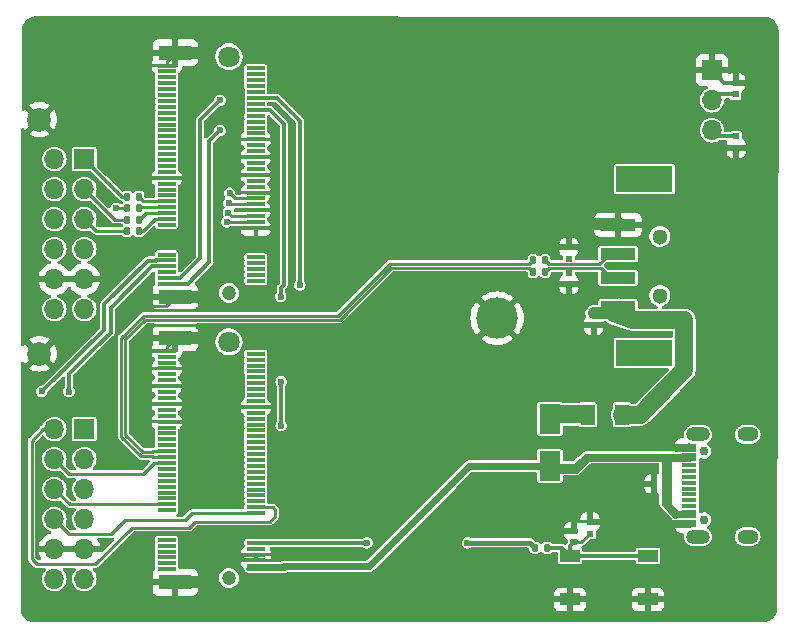
<source format=gbr>
%TF.GenerationSoftware,KiCad,Pcbnew,6.0.11-2627ca5db0~126~ubuntu22.04.1*%
%TF.CreationDate,2023-05-15T07:50:27+07:00*%
%TF.ProjectId,MiSTeX-Pmod,4d695354-6558-42d5-906d-6f642e6b6963,rev?*%
%TF.SameCoordinates,Original*%
%TF.FileFunction,Copper,L1,Top*%
%TF.FilePolarity,Positive*%
%FSLAX46Y46*%
G04 Gerber Fmt 4.6, Leading zero omitted, Abs format (unit mm)*
G04 Created by KiCad (PCBNEW 6.0.11-2627ca5db0~126~ubuntu22.04.1) date 2023-05-15 07:50:27*
%MOMM*%
%LPD*%
G01*
G04 APERTURE LIST*
G04 Aperture macros list*
%AMRoundRect*
0 Rectangle with rounded corners*
0 $1 Rounding radius*
0 $2 $3 $4 $5 $6 $7 $8 $9 X,Y pos of 4 corners*
0 Add a 4 corners polygon primitive as box body*
4,1,4,$2,$3,$4,$5,$6,$7,$8,$9,$2,$3,0*
0 Add four circle primitives for the rounded corners*
1,1,$1+$1,$2,$3*
1,1,$1+$1,$4,$5*
1,1,$1+$1,$6,$7*
1,1,$1+$1,$8,$9*
0 Add four rect primitives between the rounded corners*
20,1,$1+$1,$2,$3,$4,$5,0*
20,1,$1+$1,$4,$5,$6,$7,0*
20,1,$1+$1,$6,$7,$8,$9,0*
20,1,$1+$1,$8,$9,$2,$3,0*%
G04 Aperture macros list end*
%TA.AperFunction,SMDPad,CuDef*%
%ADD10C,2.000000*%
%TD*%
%TA.AperFunction,SMDPad,CuDef*%
%ADD11R,1.700000X1.000000*%
%TD*%
%TA.AperFunction,SMDPad,CuDef*%
%ADD12R,0.600000X0.600000*%
%TD*%
%TA.AperFunction,ComponentPad*%
%ADD13C,1.800000*%
%TD*%
%TA.AperFunction,ComponentPad*%
%ADD14C,1.200000*%
%TD*%
%TA.AperFunction,SMDPad,CuDef*%
%ADD15R,1.550000X0.300000*%
%TD*%
%TA.AperFunction,SMDPad,CuDef*%
%ADD16R,1.520000X0.300000*%
%TD*%
%TA.AperFunction,SMDPad,CuDef*%
%ADD17R,2.800000X1.300000*%
%TD*%
%TA.AperFunction,SMDPad,CuDef*%
%ADD18RoundRect,0.135000X0.135000X0.185000X-0.135000X0.185000X-0.135000X-0.185000X0.135000X-0.185000X0*%
%TD*%
%TA.AperFunction,SMDPad,CuDef*%
%ADD19R,1.800000X2.500000*%
%TD*%
%TA.AperFunction,ComponentPad*%
%ADD20C,1.300000*%
%TD*%
%TA.AperFunction,SMDPad,CuDef*%
%ADD21R,3.000000X1.000000*%
%TD*%
%TA.AperFunction,SMDPad,CuDef*%
%ADD22R,4.800000X2.200000*%
%TD*%
%TA.AperFunction,ComponentPad*%
%ADD23C,0.750000*%
%TD*%
%TA.AperFunction,ComponentPad*%
%ADD24O,1.800000X1.200000*%
%TD*%
%TA.AperFunction,ComponentPad*%
%ADD25O,2.000000X1.200000*%
%TD*%
%TA.AperFunction,SMDPad,CuDef*%
%ADD26R,1.300000X0.300000*%
%TD*%
%TA.AperFunction,ComponentPad*%
%ADD27R,1.700000X1.700000*%
%TD*%
%TA.AperFunction,ComponentPad*%
%ADD28O,1.700000X1.700000*%
%TD*%
%TA.AperFunction,SMDPad,CuDef*%
%ADD29R,1.190000X1.730000*%
%TD*%
%TA.AperFunction,SMDPad,CuDef*%
%ADD30RoundRect,0.140000X0.170000X-0.140000X0.170000X0.140000X-0.170000X0.140000X-0.170000X-0.140000X0*%
%TD*%
%TA.AperFunction,SMDPad,CuDef*%
%ADD31RoundRect,0.135000X-0.135000X-0.185000X0.135000X-0.185000X0.135000X0.185000X-0.135000X0.185000X0*%
%TD*%
%TA.AperFunction,ComponentPad*%
%ADD32C,2.600000*%
%TD*%
%TA.AperFunction,ConnectorPad*%
%ADD33C,3.500000*%
%TD*%
%TA.AperFunction,ViaPad*%
%ADD34C,0.450000*%
%TD*%
%TA.AperFunction,ViaPad*%
%ADD35C,0.600000*%
%TD*%
%TA.AperFunction,ViaPad*%
%ADD36C,1.300000*%
%TD*%
%TA.AperFunction,Conductor*%
%ADD37C,0.250000*%
%TD*%
%TA.AperFunction,Conductor*%
%ADD38C,0.400000*%
%TD*%
%TA.AperFunction,Conductor*%
%ADD39C,0.300000*%
%TD*%
%TA.AperFunction,Conductor*%
%ADD40C,1.000000*%
%TD*%
%TA.AperFunction,Conductor*%
%ADD41C,0.600000*%
%TD*%
%TA.AperFunction,Conductor*%
%ADD42C,0.225000*%
%TD*%
%TA.AperFunction,Conductor*%
%ADD43C,1.500000*%
%TD*%
G04 APERTURE END LIST*
D10*
%TO.P,TP1,1,1*%
%TO.N,GND*%
X116078000Y-79502000D03*
%TD*%
D11*
%TO.P,SW1,1,A*%
%TO.N,Net-(C1-Pad1)*%
X160988400Y-116437800D03*
%TO.P,SW1,2,B*%
X167588400Y-116437800D03*
%TO.P,SW1,3,C*%
%TO.N,GND*%
X160988400Y-120137800D03*
%TO.P,SW1,4,D*%
X167588400Y-120137800D03*
%TD*%
D12*
%TO.P,D4,1,1*%
%TO.N,/VBUS*%
X162996100Y-95909400D03*
%TO.P,D4,2,2*%
%TO.N,GND*%
X162996100Y-96909400D03*
%TD*%
%TO.P,D6,1,1*%
%TO.N,/PB8_UART0_TX*%
X175071100Y-80927400D03*
%TO.P,D6,2,2*%
%TO.N,GND*%
X175071100Y-81927400D03*
%TD*%
D13*
%TO.P,CN2,*%
%TO.N,*%
X132120100Y-74182400D03*
D14*
X132120100Y-94182400D03*
D15*
%TO.P,CN2,1,1*%
%TO.N,/PB8_UART0_TX*%
X126850100Y-93432400D03*
%TO.P,CN2,2,2*%
%TO.N,/PB4*%
X134400100Y-93182400D03*
%TO.P,CN2,3,3*%
%TO.N,/PB9_UART0_RX*%
X126850100Y-92932400D03*
%TO.P,CN2,4,4*%
%TO.N,/PB5*%
X134400100Y-92682400D03*
%TO.P,CN2,5,5*%
%TO.N,/PB7*%
X126850100Y-92432400D03*
%TO.P,CN2,6,6*%
%TO.N,/PB3*%
X134400100Y-92182400D03*
%TO.P,CN2,7,7*%
%TO.N,/PB0_SCL*%
X126850100Y-91932400D03*
%TO.P,CN2,8,8*%
%TO.N,/PB2*%
X134400100Y-91682400D03*
%TO.P,CN2,9,9*%
%TO.N,/PB1_SDA*%
X126850100Y-91432400D03*
%TO.P,CN2,10,10*%
%TO.N,/PD19*%
X134400100Y-91182400D03*
%TO.P,CN2,11,11*%
%TO.N,/PB6*%
X126850100Y-90932400D03*
%TO.P,CN2,20,20*%
%TO.N,GND*%
X134400100Y-88682400D03*
%TO.P,CN2,21,21*%
%TO.N,/PD14*%
X126850100Y-88432400D03*
%TO.P,CN2,22,22*%
%TO.N,/PD9_IO_EN*%
X134400100Y-88182400D03*
%TO.P,CN2,23,23*%
%TO.N,/PD13_MISO*%
X126850100Y-87932400D03*
%TO.P,CN2,24,24*%
%TO.N,/PD8_OSD_EN*%
X134400100Y-87682400D03*
%TO.P,CN2,25,25*%
%TO.N,/PD12_MOSI*%
X126850100Y-87432400D03*
%TO.P,CN2,26,26*%
%TO.N,GND*%
X134400100Y-87182400D03*
%TO.P,CN2,27,27*%
%TO.N,/PD11_SCK*%
X126850100Y-86932400D03*
%TO.P,CN2,28,28*%
%TO.N,/PD7_FPGA_EN*%
X134400100Y-86682400D03*
%TO.P,CN2,29,29*%
%TO.N,/PD10_CS*%
X126850100Y-86432400D03*
%TO.P,CN2,30,30*%
%TO.N,/PD6_CORE_RESET*%
X134400100Y-86182400D03*
%TO.P,CN2,31,31*%
%TO.N,/PD21*%
X126850100Y-85932400D03*
%TO.P,CN2,32,32*%
%TO.N,GND*%
X134400100Y-85682400D03*
%TO.P,CN2,33,33*%
%TO.N,/PD20*%
X126850100Y-85432400D03*
%TO.P,CN2,34,34*%
%TO.N,/PD5*%
X134400100Y-85182400D03*
%TO.P,CN2,35,35*%
%TO.N,/PD22*%
X126850100Y-84932400D03*
%TO.P,CN2,36,36*%
%TO.N,/PD4*%
X134400100Y-84682400D03*
%TO.P,CN2,37,37*%
%TO.N,GND*%
X126850100Y-84432400D03*
%TO.P,CN2,38,38*%
X134400100Y-84182400D03*
%TO.P,CN2,39,39*%
%TO.N,/PE0*%
X126850100Y-83932400D03*
%TO.P,CN2,40,40*%
%TO.N,/PD3*%
X134400100Y-83682400D03*
%TO.P,CN2,41,41*%
%TO.N,/PE2*%
X126850100Y-83432400D03*
%TO.P,CN2,42,42*%
%TO.N,/PD2*%
X134390100Y-83182400D03*
%TO.P,CN2,43,43*%
%TO.N,/PE1*%
X126850100Y-82932400D03*
%TO.P,CN2,44,44*%
%TO.N,GND*%
X134390100Y-82682400D03*
%TO.P,CN2,45,45*%
%TO.N,/PE3*%
X126850100Y-82432400D03*
%TO.P,CN2,46,46*%
%TO.N,/PD1*%
X134390100Y-82182400D03*
%TO.P,CN2,47,47*%
%TO.N,/PE4*%
X126850100Y-81932400D03*
%TO.P,CN2,48,48*%
%TO.N,/PD0*%
X134390100Y-81682400D03*
%TO.P,CN2,49,49*%
%TO.N,/PE5*%
X126850100Y-81432400D03*
%TO.P,CN2,50,50*%
%TO.N,GND*%
X134390100Y-81182400D03*
%TO.P,CN2,51,51*%
%TO.N,/PE7*%
X126850100Y-80932400D03*
%TO.P,CN2,52,52*%
%TO.N,/PD18*%
X134390100Y-80682400D03*
%TO.P,CN2,53,53*%
%TO.N,/PE6*%
X126850100Y-80432400D03*
%TO.P,CN2,54,54*%
%TO.N,/PD17*%
X134390100Y-80182400D03*
%TO.P,CN2,55,55*%
%TO.N,/PE8*%
X126850100Y-79932400D03*
%TO.P,CN2,56,56*%
%TO.N,/PD16*%
X134390100Y-79682400D03*
%TO.P,CN2,57,57*%
%TO.N,/PE9*%
X126850100Y-79432400D03*
%TO.P,CN2,58,58*%
%TO.N,/PD15*%
X134390100Y-79182400D03*
D16*
%TO.P,CN2,59,59*%
%TO.N,/PE13*%
X126840100Y-78932400D03*
%TO.P,CN2,60,60*%
%TO.N,/PC1_UART2_RX*%
X134390100Y-78682400D03*
%TO.P,CN2,61,61*%
%TO.N,/PE11*%
X126840100Y-78432400D03*
%TO.P,CN2,62,62*%
%TO.N,/PC6*%
X134390100Y-78182400D03*
%TO.P,CN2,63,63*%
%TO.N,/PE10*%
X126840100Y-77932400D03*
%TO.P,CN2,64,64*%
%TO.N,/PC0_UART2_TX*%
X134390100Y-77682400D03*
%TO.P,CN2,65,65*%
%TO.N,/PE12*%
X126840100Y-77432400D03*
%TO.P,CN2,66,66*%
%TO.N,/PC2*%
X134390100Y-77182400D03*
D15*
%TO.P,CN2,67,67*%
%TO.N,/PE15*%
X126850100Y-76932400D03*
%TO.P,CN2,68,68*%
%TO.N,/PC5*%
X134390100Y-76682400D03*
%TO.P,CN2,69,69*%
%TO.N,/PE14*%
X126850100Y-76432400D03*
%TO.P,CN2,70,70*%
%TO.N,/PC4*%
X134390100Y-76182400D03*
%TO.P,CN2,71,71*%
%TO.N,/PE16*%
X126850100Y-75932400D03*
%TO.P,CN2,72,72*%
%TO.N,/PC7*%
X134390100Y-75682400D03*
%TO.P,CN2,73,73*%
%TO.N,/PE17*%
X126850100Y-75432400D03*
%TO.P,CN2,74,74*%
%TO.N,/PC3*%
X134390100Y-75182400D03*
%TO.P,CN2,75,75*%
%TO.N,GND*%
X126850100Y-74932400D03*
D17*
%TO.P,CN2,76,76*%
X127570100Y-73832400D03*
%TO.P,CN2,77,77*%
X127570100Y-94532400D03*
%TD*%
D18*
%TO.P,R1,1*%
%TO.N,/D+*%
X158879000Y-91399400D03*
%TO.P,R1,2*%
%TO.N,/USB_HOST_P*%
X157859000Y-91399400D03*
%TD*%
D19*
%TO.P,D1,1,K*%
%TO.N,Net-(D1-Pad1)*%
X159296100Y-104832400D03*
%TO.P,D1,2,A*%
%TO.N,+5V*%
X159296100Y-108832400D03*
%TD*%
D12*
%TO.P,D5,1,1*%
%TO.N,Net-(C1-Pad1)*%
X162687400Y-114565800D03*
%TO.P,D5,2,2*%
%TO.N,GND*%
X162687400Y-113565800D03*
%TD*%
D20*
%TO.P,J2,*%
%TO.N,*%
X168598600Y-89409400D03*
X168598600Y-94409400D03*
D21*
%TO.P,J2,1,VBUS*%
%TO.N,/VBUS*%
X165058600Y-95409400D03*
%TO.P,J2,2,D-*%
%TO.N,/D-*%
X165058600Y-92909400D03*
%TO.P,J2,3,D+*%
%TO.N,/D+*%
X165058600Y-90909400D03*
%TO.P,J2,4,GND*%
%TO.N,GND*%
X165048600Y-88409400D03*
D22*
%TO.P,J2,5,Shield*%
%TO.N,unconnected-(J2-Pad5)*%
X167288600Y-99259400D03*
%TO.P,J2,6*%
%TO.N,N/C*%
X167288600Y-84559400D03*
%TD*%
D18*
%TO.P,R5,1*%
%TO.N,/PD10_CS*%
X124502100Y-86055200D03*
%TO.P,R5,2*%
%TO.N,Net-(J4-Pad1)*%
X123482100Y-86055200D03*
%TD*%
D23*
%TO.P,J5,*%
%TO.N,*%
X172329000Y-113394000D03*
X172329000Y-107594000D03*
D24*
%TO.P,J5,0*%
%TO.N,N/C*%
X176029000Y-106164000D03*
X176029000Y-114824000D03*
D25*
X171829000Y-106164000D03*
X171829000Y-114824000D03*
D26*
%TO.P,J5,A1,GND*%
%TO.N,GND*%
X171069000Y-113844000D03*
%TO.P,J5,A4,VBUS*%
%TO.N,+5V*%
X171069000Y-113044000D03*
%TO.P,J5,A5,CC1*%
%TO.N,unconnected-(J5-PadA5)*%
X171069000Y-111744000D03*
%TO.P,J5,A6,D+*%
%TO.N,unconnected-(J5-PadA6)*%
X171069000Y-110744000D03*
%TO.P,J5,A7,D-*%
%TO.N,unconnected-(J5-PadA7)*%
X171069000Y-110244000D03*
%TO.P,J5,A8,SBU1*%
%TO.N,unconnected-(J5-PadA8)*%
X171069000Y-109244000D03*
%TO.P,J5,A9,VBUS*%
%TO.N,+5V*%
X171069000Y-107944000D03*
%TO.P,J5,A12,GND*%
%TO.N,GND*%
X171069000Y-107144000D03*
%TO.P,J5,B1,GND*%
X171069000Y-107444000D03*
%TO.P,J5,B4,VBUS*%
%TO.N,+5V*%
X171069000Y-108244000D03*
%TO.P,J5,B5,CC2*%
%TO.N,unconnected-(J5-PadB5)*%
X171069000Y-108744000D03*
%TO.P,J5,B6,D+*%
%TO.N,unconnected-(J5-PadB6)*%
X171069000Y-109744000D03*
%TO.P,J5,B7,D-*%
%TO.N,unconnected-(J5-PadB7)*%
X171069000Y-111244000D03*
%TO.P,J5,B8,SBU2*%
%TO.N,unconnected-(J5-PadB8)*%
X171069000Y-112244000D03*
%TO.P,J5,B9,VBUS*%
%TO.N,+5V*%
X171069000Y-112744000D03*
%TO.P,J5,B12,GND*%
%TO.N,GND*%
X171069000Y-113544000D03*
%TD*%
D27*
%TO.P,J1,1,Pin_1*%
%TO.N,/PC0_UART2_TX*%
X119875300Y-105714800D03*
D28*
%TO.P,J1,2,Pin_2*%
%TO.N,/PC1_UART2_RX*%
X119875300Y-108254800D03*
%TO.P,J1,3,Pin_3*%
%TO.N,/PB0_SCL*%
X119875300Y-110794800D03*
%TO.P,J1,4,Pin_4*%
%TO.N,/PB1_SDA*%
X119875300Y-113334800D03*
%TO.P,J1,5,Pin_5*%
%TO.N,GND*%
X119875300Y-115874800D03*
%TO.P,J1,6,Pin_6*%
%TO.N,unconnected-(J1-Pad6)*%
X119875300Y-118414800D03*
%TO.P,J1,7,Pin_7*%
%TO.N,/PG9_UART1_CTS*%
X117335300Y-105714800D03*
%TO.P,J1,8,Pin_8*%
%TO.N,/PG6_UART1_TX*%
X117335300Y-108254800D03*
%TO.P,J1,9,Pin_9*%
%TO.N,/PG7_UART1_RX*%
X117335300Y-110794800D03*
%TO.P,J1,10,Pin_10*%
%TO.N,/PG8_UART1_RTS*%
X117335300Y-113334800D03*
%TO.P,J1,11,Pin_11*%
%TO.N,GND*%
X117335300Y-115874800D03*
%TO.P,J1,12,Pin_12*%
%TO.N,unconnected-(J1-Pad12)*%
X117335300Y-118414800D03*
%TD*%
D10*
%TO.P,TP5,1,1*%
%TO.N,GND*%
X116078000Y-99339400D03*
%TD*%
D12*
%TO.P,D3,1,1*%
%TO.N,/D-*%
X160909000Y-92456000D03*
%TO.P,D3,2,2*%
%TO.N,GND*%
X160909000Y-93456000D03*
%TD*%
D18*
%TO.P,R6,1*%
%TO.N,/PD12_MOSI*%
X124529500Y-87985600D03*
%TO.P,R6,2*%
%TO.N,Net-(J4-Pad2)*%
X123509500Y-87985600D03*
%TD*%
D29*
%TO.P,F1,1,1*%
%TO.N,/VBUS*%
X165379400Y-104495600D03*
%TO.P,F1,2,2*%
%TO.N,Net-(D1-Pad1)*%
X162479400Y-104495600D03*
%TD*%
D18*
%TO.P,R3,1*%
%TO.N,Net-(C1-Pad1)*%
X159043400Y-115757800D03*
%TO.P,R3,2*%
%TO.N,/RESET*%
X158023400Y-115757800D03*
%TD*%
D12*
%TO.P,D2,1,1*%
%TO.N,/D+*%
X160909598Y-91329099D03*
%TO.P,D2,2,2*%
%TO.N,GND*%
X160909598Y-90329099D03*
%TD*%
D27*
%TO.P,J3,1,Pin_1*%
%TO.N,GND*%
X173021100Y-75327400D03*
D28*
%TO.P,J3,2,Pin_2*%
%TO.N,/PB9_UART0_RX*%
X173021100Y-77867400D03*
%TO.P,J3,3,Pin_3*%
%TO.N,/PB8_UART0_TX*%
X173021100Y-80407400D03*
%TD*%
D30*
%TO.P,C1,1*%
%TO.N,Net-(C1-Pad1)*%
X161293400Y-115287800D03*
%TO.P,C1,2*%
%TO.N,GND*%
X161293400Y-114327800D03*
%TD*%
D27*
%TO.P,J4,1,Pin_1*%
%TO.N,Net-(J4-Pad1)*%
X119875300Y-82854800D03*
D28*
%TO.P,J4,2,Pin_2*%
%TO.N,Net-(J4-Pad2)*%
X119875300Y-85394800D03*
%TO.P,J4,3,Pin_3*%
%TO.N,Net-(J4-Pad3)*%
X119875300Y-87934800D03*
%TO.P,J4,4,Pin_4*%
%TO.N,Net-(J4-Pad4)*%
X119875300Y-90474800D03*
%TO.P,J4,5,Pin_5*%
%TO.N,GND*%
X119875300Y-93014800D03*
%TO.P,J4,6,Pin_6*%
%TO.N,unconnected-(J4-Pad6)*%
X119875300Y-95554800D03*
%TO.P,J4,7,Pin_7*%
%TO.N,/PD6_CORE_RESET*%
X117335300Y-82854800D03*
%TO.P,J4,8,Pin_8*%
%TO.N,/PD7_FPGA_EN*%
X117335300Y-85394800D03*
%TO.P,J4,9,Pin_9*%
%TO.N,/PD8_OSD_EN*%
X117335300Y-87934800D03*
%TO.P,J4,10,Pin_10*%
%TO.N,/PD9_IO_EN*%
X117335300Y-90474800D03*
%TO.P,J4,11,Pin_11*%
%TO.N,GND*%
X117335300Y-93014800D03*
%TO.P,J4,12,Pin_12*%
%TO.N,unconnected-(J4-Pad12)*%
X117335300Y-95554800D03*
%TD*%
D13*
%TO.P,CN1,*%
%TO.N,*%
X132120100Y-98332400D03*
D14*
X132120100Y-118332400D03*
D15*
%TO.P,CN1,1,1*%
%TO.N,/SDCARD_D1*%
X126850100Y-117582400D03*
%TO.P,CN1,2,2*%
%TO.N,+5V*%
X134400100Y-117332400D03*
%TO.P,CN1,3,3*%
%TO.N,/SDCARD_D0*%
X126850100Y-117082400D03*
%TO.P,CN1,4,4*%
%TO.N,GND*%
X134400100Y-116832400D03*
%TO.P,CN1,5,5*%
%TO.N,/SDCARD_D3*%
X126850100Y-116582400D03*
%TO.P,CN1,6,6*%
%TO.N,GND*%
X134400100Y-116332400D03*
%TO.P,CN1,7,7*%
%TO.N,/SDCARD_D2*%
X126850100Y-116082400D03*
%TO.P,CN1,8,8*%
%TO.N,unconnected-(CN1-Pad8)*%
X134400100Y-115832400D03*
%TO.P,CN1,9,9*%
%TO.N,/SDCARD_CMD*%
X126850100Y-115582400D03*
%TO.P,CN1,10,10*%
%TO.N,/RESET*%
X134400100Y-115332400D03*
%TO.P,CN1,11,11*%
%TO.N,/SDCARD_SCK*%
X126850100Y-115082400D03*
%TO.P,CN1,20,20*%
%TO.N,/PG8_UART1_RTS*%
X134400100Y-112832400D03*
%TO.P,CN1,21,21*%
%TO.N,unconnected-(CN1-Pad21)*%
X126850100Y-112582400D03*
%TO.P,CN1,22,22*%
%TO.N,/PG9_UART1_CTS*%
X134400100Y-112332400D03*
%TO.P,CN1,23,23*%
%TO.N,/PG7_UART1_RX*%
X126850100Y-112082400D03*
%TO.P,CN1,24,24*%
%TO.N,/PG10*%
X134400100Y-111832400D03*
%TO.P,CN1,25,25*%
%TO.N,/PG3*%
X126850100Y-111582400D03*
%TO.P,CN1,26,26*%
%TO.N,/PG11*%
X134400100Y-111332400D03*
%TO.P,CN1,27,27*%
%TO.N,/PG4*%
X126850100Y-111082400D03*
%TO.P,CN1,28,28*%
%TO.N,/PG12*%
X134400100Y-110832400D03*
%TO.P,CN1,29,29*%
%TO.N,/PG2*%
X126850100Y-110582400D03*
%TO.P,CN1,30,30*%
%TO.N,/PG13*%
X134400100Y-110332400D03*
%TO.P,CN1,31,31*%
%TO.N,/PG1*%
X126850100Y-110082400D03*
%TO.P,CN1,32,32*%
%TO.N,/PG14*%
X134400100Y-109832400D03*
%TO.P,CN1,33,33*%
%TO.N,/PG0*%
X126850100Y-109582400D03*
%TO.P,CN1,34,34*%
%TO.N,/PG15*%
X134400100Y-109332400D03*
%TO.P,CN1,35,35*%
%TO.N,/PG5*%
X126850100Y-109082400D03*
%TO.P,CN1,36,36*%
%TO.N,/PG17*%
X134400100Y-108832400D03*
%TO.P,CN1,37,37*%
%TO.N,/PG6_UART1_TX*%
X126850100Y-108582400D03*
%TO.P,CN1,38,38*%
%TO.N,/PG18*%
X134400100Y-108332400D03*
%TO.P,CN1,39,39*%
%TO.N,/USB_HOST_P*%
X126850100Y-108082400D03*
%TO.P,CN1,40,40*%
%TO.N,/PG16*%
X134400100Y-107832400D03*
%TO.P,CN1,41,41*%
%TO.N,/USB_HOST_N*%
X126850100Y-107582400D03*
%TO.P,CN1,42,42*%
%TO.N,unconnected-(CN1-Pad42)*%
X134390100Y-107332400D03*
%TO.P,CN1,43,43*%
%TO.N,unconnected-(CN1-Pad43)*%
X126850100Y-107082400D03*
%TO.P,CN1,44,44*%
%TO.N,unconnected-(CN1-Pad44)*%
X134390100Y-106832400D03*
%TO.P,CN1,45,45*%
%TO.N,unconnected-(CN1-Pad45)*%
X126850100Y-106582400D03*
%TO.P,CN1,46,46*%
%TO.N,unconnected-(CN1-Pad46)*%
X134390100Y-106332400D03*
%TO.P,CN1,47,47*%
%TO.N,unconnected-(CN1-Pad47)*%
X126850100Y-106082400D03*
%TO.P,CN1,48,48*%
%TO.N,/AUDIO_FB*%
X134390100Y-105832400D03*
%TO.P,CN1,49,49*%
%TO.N,unconnected-(CN1-Pad49)*%
X126850100Y-105582400D03*
%TO.P,CN1,50,50*%
%TO.N,/AUDIO_DET*%
X134390100Y-105332400D03*
%TO.P,CN1,51,51*%
%TO.N,GND*%
X126850100Y-105082400D03*
%TO.P,CN1,52,52*%
%TO.N,/AUDIO_OUT_R*%
X134390100Y-104832400D03*
%TO.P,CN1,53,53*%
%TO.N,unconnected-(CN1-Pad53)*%
X126850100Y-104582400D03*
%TO.P,CN1,54,54*%
%TO.N,/AUDIO_OUT_L*%
X134390100Y-104332400D03*
%TO.P,CN1,55,55*%
%TO.N,unconnected-(CN1-Pad55)*%
X126850100Y-104082400D03*
%TO.P,CN1,56,56*%
%TO.N,GND*%
X134390100Y-103832400D03*
%TO.P,CN1,57,57*%
X126850100Y-103582400D03*
%TO.P,CN1,58,58*%
%TO.N,/AUDIO_BIAS*%
X134390100Y-103332400D03*
D16*
%TO.P,CN1,59,59*%
%TO.N,unconnected-(CN1-Pad59)*%
X126840100Y-103082400D03*
%TO.P,CN1,60,60*%
%TO.N,unconnected-(CN1-Pad60)*%
X134390100Y-102832400D03*
%TO.P,CN1,61,61*%
%TO.N,unconnected-(CN1-Pad61)*%
X126840100Y-102582400D03*
%TO.P,CN1,62,62*%
%TO.N,unconnected-(CN1-Pad62)*%
X134390100Y-102332400D03*
%TO.P,CN1,63,63*%
%TO.N,GND*%
X126840100Y-102082400D03*
%TO.P,CN1,64,64*%
%TO.N,unconnected-(CN1-Pad64)*%
X134390100Y-101832400D03*
%TO.P,CN1,65,65*%
%TO.N,unconnected-(CN1-Pad65)*%
X126840100Y-101582400D03*
%TO.P,CN1,66,66*%
%TO.N,unconnected-(CN1-Pad66)*%
X134390100Y-101332400D03*
D15*
%TO.P,CN1,67,67*%
%TO.N,unconnected-(CN1-Pad67)*%
X126850100Y-101082400D03*
%TO.P,CN1,68,68*%
%TO.N,unconnected-(CN1-Pad68)*%
X134390100Y-100832400D03*
%TO.P,CN1,69,69*%
%TO.N,GND*%
X126850100Y-100582400D03*
%TO.P,CN1,70,70*%
%TO.N,/PB12*%
X134390100Y-100332400D03*
%TO.P,CN1,71,71*%
%TO.N,unconnected-(CN1-Pad71)*%
X126850100Y-100082400D03*
%TO.P,CN1,72,72*%
%TO.N,/PB11_SDA*%
X134390100Y-99832400D03*
%TO.P,CN1,73,73*%
%TO.N,unconnected-(CN1-Pad73)*%
X126850100Y-99582400D03*
%TO.P,CN1,74,74*%
%TO.N,/PB10_SCL*%
X134390100Y-99332400D03*
%TO.P,CN1,75,75*%
%TO.N,GND*%
X126850100Y-99082400D03*
D17*
%TO.P,CN1,76,76*%
X127570100Y-97982400D03*
%TO.P,CN1,77,77*%
X127570100Y-118682400D03*
%TD*%
D18*
%TO.P,R2,1*%
%TO.N,/D-*%
X158889000Y-92379400D03*
%TO.P,R2,2*%
%TO.N,/USB_HOST_N*%
X157869000Y-92379400D03*
%TD*%
D31*
%TO.P,R8,1*%
%TO.N,Net-(J4-Pad3)*%
X123509500Y-88950800D03*
%TO.P,R8,2*%
%TO.N,/PD13_MISO*%
X124529500Y-88950800D03*
%TD*%
D32*
%TO.P,H1,1,1*%
%TO.N,GND*%
X154820100Y-96322400D03*
D33*
X154820100Y-96322400D03*
%TD*%
D12*
%TO.P,D8,1,1*%
%TO.N,+5V*%
X169108700Y-110341600D03*
%TO.P,D8,2,2*%
%TO.N,GND*%
X168108700Y-110341600D03*
%TD*%
%TO.P,D7,1,1*%
%TO.N,/PB9_UART0_RX*%
X175021100Y-77377400D03*
%TO.P,D7,2,2*%
%TO.N,GND*%
X175021100Y-76377400D03*
%TD*%
D31*
%TO.P,R7,1*%
%TO.N,Net-(J4-Pad4)*%
X123484100Y-87020400D03*
%TO.P,R7,2*%
%TO.N,/PD11_SCK*%
X124504100Y-87020400D03*
%TD*%
D34*
%TO.N,GND*%
X137325100Y-95382400D03*
X133582600Y-95382400D03*
X122270100Y-103332400D03*
X124620100Y-97882400D03*
X140855700Y-97332400D03*
X150184427Y-90860800D03*
X155656972Y-90860800D03*
X124620100Y-106432400D03*
X163106100Y-92735400D03*
D35*
X160909000Y-94488000D03*
D34*
X148180136Y-92710000D03*
X124879100Y-74447400D03*
X155712388Y-92710000D03*
X125220100Y-95282400D03*
D35*
X135870100Y-87182400D03*
X135870100Y-88682400D03*
D34*
X134782600Y-97332400D03*
D35*
X162996100Y-98059400D03*
D34*
X124879100Y-83337400D03*
X159766000Y-91186000D03*
X132370100Y-95382400D03*
X124070100Y-98732400D03*
X156788424Y-92710000D03*
X124752100Y-108864400D03*
X143154758Y-95883000D03*
X122770100Y-107182400D03*
D36*
X130020100Y-98032400D03*
D34*
X124070100Y-100469900D03*
X159766000Y-92710000D03*
X161964100Y-92735400D03*
X144767300Y-91592400D03*
X122270100Y-99232400D03*
X124070100Y-103076150D03*
X125320100Y-97132400D03*
X144454758Y-94483000D03*
X156751481Y-90860800D03*
X145854758Y-93033000D03*
X124070100Y-101338650D03*
X137362600Y-97332400D03*
X124070100Y-99601150D03*
X147104100Y-92710000D03*
D36*
X162687000Y-88359400D03*
D35*
X135870100Y-81182400D03*
D34*
X124070100Y-105682400D03*
X153467954Y-90860800D03*
X124879100Y-84607400D03*
D35*
X128520100Y-100582400D03*
D34*
X124879100Y-82067400D03*
X141904758Y-97183000D03*
X150332208Y-92710000D03*
X124879100Y-75717400D03*
X124070100Y-104813650D03*
D35*
X132870100Y-116332400D03*
X161293400Y-113507800D03*
X135870100Y-82682400D03*
D36*
X130170100Y-94532400D03*
D34*
X134745100Y-95382400D03*
X128420100Y-84632400D03*
D35*
X169802500Y-113846800D03*
D34*
X124070100Y-102207400D03*
D35*
X160909000Y-89535000D03*
D34*
X149256172Y-92710000D03*
X138976100Y-97352400D03*
X143254758Y-92983000D03*
X122270100Y-98207400D03*
X143954758Y-92283000D03*
X124244100Y-95707200D03*
D35*
X128520100Y-102082400D03*
D34*
X142654758Y-93683000D03*
X122270100Y-104357400D03*
X122270100Y-101282400D03*
X149089918Y-90860800D03*
X152373445Y-90860800D03*
X141211300Y-95199200D03*
D35*
X128520100Y-105082400D03*
D36*
X130020100Y-73832400D03*
D34*
X143754758Y-95183000D03*
D35*
X135870100Y-84182400D03*
X132575300Y-103832400D03*
D34*
X142504758Y-96583000D03*
X145630900Y-90881200D03*
X154636352Y-92710000D03*
X147995409Y-90860800D03*
X122270100Y-106407400D03*
X133620100Y-97332400D03*
X131207600Y-95382400D03*
X153560316Y-92710000D03*
D35*
X128520100Y-103582400D03*
D34*
X152484280Y-92710000D03*
D36*
X130170100Y-118682400D03*
D34*
X122270100Y-105382400D03*
X151278936Y-90860800D03*
X129527300Y-97028000D03*
X124879100Y-80797400D03*
X124879100Y-79527400D03*
X123736100Y-108102400D03*
D35*
X135870100Y-85682400D03*
D34*
X135945100Y-97332400D03*
X138976100Y-95402400D03*
X130949700Y-97129600D03*
X129527300Y-95504000D03*
X142004758Y-94383000D03*
X125420100Y-106832400D03*
X123532900Y-96469200D03*
D35*
X169675500Y-107115800D03*
D34*
X146900900Y-90860800D03*
D35*
X173971100Y-82227400D03*
D34*
X124879100Y-76987400D03*
X124879100Y-78257400D03*
X139992100Y-95402400D03*
D35*
X159293400Y-120107800D03*
D34*
X122270100Y-100257400D03*
X124070100Y-103944900D03*
X161798000Y-91059000D03*
X154562463Y-90860800D03*
X139941300Y-97332400D03*
X145154758Y-93783000D03*
X151408244Y-92710000D03*
X122270100Y-102307400D03*
X122720100Y-97231200D03*
X162976100Y-90957400D03*
X135907600Y-95382400D03*
D35*
%TO.N,/RESET*%
X143802100Y-115341400D03*
X152311100Y-115341400D03*
%TO.N,/PD9_IO_EN*%
X131948530Y-88172605D03*
%TO.N,/PD8_OSD_EN*%
X132070100Y-87382400D03*
%TO.N,/PD7_FPGA_EN*%
X132128511Y-86573989D03*
%TO.N,/PD6_CORE_RESET*%
X132170100Y-85732400D03*
%TO.N,/PC0_UART2_TX*%
X138112500Y-93522800D03*
%TO.N,/PC1_UART2_RX*%
X136537700Y-101701600D03*
X136537700Y-105410000D03*
X136486900Y-94488000D03*
%TO.N,Net-(J4-Pad4)*%
X122567700Y-87020400D03*
%TO.N,/PB0_SCL*%
X118579900Y-102539800D03*
%TO.N,/PB1_SDA*%
X116268500Y-102514400D03*
%TO.N,/PB8_UART0_TX*%
X131356100Y-80416400D03*
%TO.N,/PB9_UART0_RX*%
X131356100Y-77876400D03*
%TD*%
D37*
%TO.N,GND*%
X126850100Y-98702400D02*
X127570100Y-97982400D01*
D38*
X169675500Y-107115800D02*
X169953700Y-107394000D01*
D37*
X161293400Y-113507800D02*
X162629400Y-113507800D01*
D39*
X133370100Y-116832400D02*
X132870100Y-116332400D01*
D37*
X134400100Y-84182400D02*
X135870100Y-84182400D01*
D39*
X159323400Y-120137800D02*
X159293400Y-120107800D01*
D37*
X134400100Y-88682400D02*
X135870100Y-88682400D01*
D40*
X127570100Y-118682400D02*
X130170100Y-118682400D01*
D37*
X126850100Y-99082400D02*
X126850100Y-98702400D01*
X126850100Y-100582400D02*
X128520100Y-100582400D01*
D39*
X174071100Y-76377400D02*
X173021100Y-75327400D01*
D38*
X169925686Y-113846800D02*
X170178486Y-113594000D01*
D40*
X127570100Y-73832400D02*
X130020100Y-73832400D01*
D37*
X126850100Y-74552400D02*
X127570100Y-73832400D01*
X126850100Y-105082400D02*
X128520100Y-105082400D01*
D40*
X127570100Y-97982400D02*
X129970100Y-97982400D01*
D38*
X169953700Y-107394000D02*
X171069000Y-107394000D01*
D40*
X127570100Y-94532400D02*
X130170100Y-94532400D01*
D39*
X160988400Y-120137800D02*
X159323400Y-120137800D01*
X161293400Y-114327800D02*
X161293400Y-113507800D01*
D38*
X170178486Y-113594000D02*
X171069000Y-113594000D01*
D37*
X126820100Y-95282400D02*
X127570100Y-94532400D01*
X134400100Y-85682400D02*
X135870100Y-85682400D01*
X125320100Y-97132400D02*
X125768100Y-96875600D01*
D39*
X167588400Y-120137800D02*
X160988400Y-120137800D01*
D37*
X125220100Y-95282400D02*
X125768100Y-95605600D01*
X134390100Y-82682400D02*
X135870100Y-82682400D01*
D38*
X169802500Y-113846800D02*
X169925686Y-113846800D01*
X169805300Y-113844000D02*
X169802500Y-113846800D01*
D40*
X163206100Y-88349400D02*
X165208600Y-88349400D01*
D37*
X134400100Y-87182400D02*
X135870100Y-87182400D01*
X129374900Y-96875600D02*
X130020100Y-98032400D01*
D38*
X169703700Y-107144000D02*
X169675500Y-107115800D01*
X171069000Y-107144000D02*
X169703700Y-107144000D01*
D40*
X129970100Y-97982400D02*
X130020100Y-98032400D01*
D39*
X134400100Y-116332400D02*
X132870100Y-116332400D01*
D40*
X162687000Y-88359400D02*
X163206100Y-88349400D01*
D37*
X128220100Y-84432400D02*
X128420100Y-84632400D01*
X130136900Y-95605600D02*
X131207600Y-95382400D01*
X125768100Y-96875600D02*
X129374900Y-96875600D01*
X126840100Y-102082400D02*
X128520100Y-102082400D01*
X175071100Y-81927400D02*
X174271100Y-81927400D01*
X134390100Y-81182400D02*
X135870100Y-81182400D01*
X126850100Y-84432400D02*
X128220100Y-84432400D01*
D38*
X171069000Y-113844000D02*
X169805300Y-113844000D01*
D37*
X125768100Y-95605600D02*
X130136900Y-95605600D01*
D38*
X171069000Y-107144000D02*
X171069000Y-107394000D01*
D37*
X126850100Y-103582400D02*
X128520100Y-103582400D01*
X125220100Y-95282400D02*
X126820100Y-95282400D01*
X134390100Y-103832400D02*
X132575300Y-103832400D01*
D39*
X175021100Y-76377400D02*
X174071100Y-76377400D01*
D37*
X162629400Y-113507800D02*
X162687400Y-113565800D01*
D39*
X134400100Y-116832400D02*
X133370100Y-116832400D01*
D37*
X126850100Y-74932400D02*
X126850100Y-74552400D01*
X174271100Y-81927400D02*
X173971100Y-82227400D01*
D38*
%TO.N,/RESET*%
X157607000Y-115341400D02*
X158023400Y-115757800D01*
X152311100Y-115341400D02*
X157607000Y-115341400D01*
D39*
X143793100Y-115332400D02*
X143802100Y-115341400D01*
X134400100Y-115332400D02*
X143793100Y-115332400D01*
%TO.N,+5V*%
X136776100Y-117332400D02*
X137070100Y-117332400D01*
D38*
X169904100Y-113034000D02*
X168960300Y-112090200D01*
D39*
X137095100Y-117307400D02*
X136870100Y-117532400D01*
D38*
X169391500Y-107984000D02*
X171029000Y-107984000D01*
X161544000Y-109220000D02*
X161741100Y-109022900D01*
X159683700Y-109220000D02*
X161544000Y-109220000D01*
D41*
X152470100Y-108832400D02*
X159296100Y-108832400D01*
D38*
X169391500Y-107984000D02*
X169391500Y-112146500D01*
X162454400Y-108352400D02*
X161544000Y-109220000D01*
X168960300Y-112090200D02*
X168960300Y-108204000D01*
X161391700Y-108832400D02*
X162375510Y-107980935D01*
X169146100Y-111615600D02*
X169192900Y-111662400D01*
X169146100Y-108204000D02*
X169146100Y-111615600D01*
X170029000Y-112784000D02*
X171069000Y-112784000D01*
X162375510Y-107980935D02*
X169391500Y-107984000D01*
D39*
X137070100Y-117332400D02*
X137095100Y-117307400D01*
D38*
X169391500Y-112146500D02*
X169391500Y-112115000D01*
D41*
X143970100Y-117332400D02*
X152470100Y-108832400D01*
D38*
X171069000Y-108204000D02*
X169146100Y-108204000D01*
D39*
X134400100Y-117332400D02*
X136776100Y-117332400D01*
D38*
X159296100Y-108832400D02*
X161391700Y-108832400D01*
X169934100Y-113004000D02*
X169904100Y-113034000D01*
X161544000Y-109220000D02*
X161741100Y-108832400D01*
X169146100Y-108204000D02*
X168960300Y-108204000D01*
X169391500Y-112146500D02*
X170029000Y-112784000D01*
X159296100Y-108832400D02*
X159683700Y-109220000D01*
X171069000Y-113004000D02*
X169934100Y-113004000D01*
X168960300Y-108204000D02*
X162179000Y-108204000D01*
X169391500Y-112115000D02*
X169192900Y-111916400D01*
D41*
X136776100Y-117332400D02*
X143970100Y-117332400D01*
D39*
X136870100Y-117532400D02*
X133770100Y-117532400D01*
D37*
%TO.N,/PD9_IO_EN*%
X134400100Y-88182400D02*
X131958325Y-88182400D01*
X131958325Y-88182400D02*
X131948530Y-88172605D01*
%TO.N,/PD13_MISO*%
X126850100Y-87932400D02*
X125825100Y-87932400D01*
X125825100Y-87932400D02*
X124806700Y-88950800D01*
X124806700Y-88950800D02*
X124529500Y-88950800D01*
%TO.N,/PD8_OSD_EN*%
X134400100Y-87682400D02*
X132370100Y-87682400D01*
X132370100Y-87682400D02*
X132070100Y-87382400D01*
%TO.N,/PD12_MOSI*%
X125088300Y-87426800D02*
X124529500Y-87985600D01*
X125789500Y-87426800D02*
X125088300Y-87426800D01*
X126850100Y-87432400D02*
X125795100Y-87432400D01*
X125795100Y-87432400D02*
X125789500Y-87426800D01*
D42*
%TO.N,/USB_HOST_P*%
X157550000Y-91708400D02*
X157859000Y-91399400D01*
X124657198Y-108008400D02*
X123004100Y-106355302D01*
X123004100Y-97979498D02*
X124887198Y-96096400D01*
X126850100Y-108082400D02*
X125687599Y-108082400D01*
X125687599Y-108082400D02*
X125613599Y-108008400D01*
X141335198Y-96096400D02*
X145723198Y-91708400D01*
X124887198Y-96096400D02*
X141335198Y-96096400D01*
X145723198Y-91708400D02*
X157550000Y-91708400D01*
X125613599Y-108008400D02*
X124657198Y-108008400D01*
X123004100Y-106355302D02*
X123004100Y-97979498D01*
%TO.N,/USB_HOST_N*%
X157550000Y-92060400D02*
X157869000Y-92379400D01*
X145869002Y-92060400D02*
X157550000Y-92060400D01*
X123356100Y-106209498D02*
X123356100Y-98125302D01*
X126850100Y-107582400D02*
X125687599Y-107582400D01*
X125613599Y-107656400D02*
X124803002Y-107656400D01*
X124803002Y-107656400D02*
X123356100Y-106209498D01*
X125033002Y-96448400D02*
X141481002Y-96448400D01*
X141481002Y-96448400D02*
X145869002Y-92060400D01*
X123356100Y-98125302D02*
X125033002Y-96448400D01*
X125687599Y-107582400D02*
X125613599Y-107656400D01*
D37*
%TO.N,/PD11_SCK*%
X126850100Y-86932400D02*
X124592100Y-86932400D01*
X124592100Y-86932400D02*
X124504100Y-87020400D01*
%TO.N,/PD7_FPGA_EN*%
X134400100Y-86682400D02*
X132236922Y-86682400D01*
X132236922Y-86682400D02*
X132128511Y-86573989D01*
%TO.N,/PD10_CS*%
X124879300Y-86432400D02*
X124502100Y-86055200D01*
X126850100Y-86432400D02*
X124879300Y-86432400D01*
%TO.N,/PD6_CORE_RESET*%
X132620100Y-86182400D02*
X132170100Y-85732400D01*
X134400100Y-86182400D02*
X132620100Y-86182400D01*
D39*
%TO.N,/PC0_UART2_TX*%
X138112500Y-79603600D02*
X138112500Y-93522800D01*
X134390100Y-77682400D02*
X136191300Y-77682400D01*
X136191300Y-77682400D02*
X138112500Y-79603600D01*
%TO.N,/PC1_UART2_RX*%
X136740900Y-93522800D02*
X136486900Y-93776800D01*
X135565700Y-78682400D02*
X136740900Y-79857600D01*
X136740900Y-79857600D02*
X136740900Y-93522800D01*
X134390100Y-78682400D02*
X135565700Y-78682400D01*
X136537700Y-101701600D02*
X136537700Y-105410000D01*
X136486900Y-93776800D02*
X136486900Y-94488000D01*
D37*
%TO.N,Net-(J4-Pad1)*%
X123482100Y-86055200D02*
X123075700Y-86055200D01*
X123075700Y-86055200D02*
X119875300Y-82854800D01*
%TO.N,Net-(J4-Pad2)*%
X123509500Y-87985600D02*
X122466100Y-87985600D01*
X122466100Y-87985600D02*
X119875300Y-85394800D01*
%TO.N,Net-(J4-Pad3)*%
X123509500Y-88950800D02*
X120891300Y-88950800D01*
X120891300Y-88950800D02*
X119875300Y-87934800D01*
%TO.N,Net-(J4-Pad4)*%
X123484100Y-87020400D02*
X122567700Y-87020400D01*
D43*
%TO.N,Net-(D1-Pad1)*%
X159656100Y-104472400D02*
X159296100Y-104832400D01*
X162344100Y-104472400D02*
X159656100Y-104472400D01*
D40*
%TO.N,/VBUS*%
X164648600Y-95909400D02*
X165208600Y-95349400D01*
D43*
X166928800Y-104495600D02*
X165379400Y-104495600D01*
X170686100Y-96459400D02*
X170686100Y-100731900D01*
X170686100Y-100731900D02*
X169665600Y-101752400D01*
X166318600Y-96459400D02*
X170686100Y-96459400D01*
X169665600Y-101758800D02*
X166928800Y-104495600D01*
D40*
X162996100Y-95909400D02*
X164648600Y-95909400D01*
D43*
X164696100Y-95909400D02*
X166318600Y-96459400D01*
X169665600Y-101752400D02*
X169665600Y-101758800D01*
D39*
%TO.N,/PB0_SCL*%
X125631300Y-91932400D02*
X122364500Y-95199200D01*
X122364500Y-95199200D02*
X122110500Y-95453200D01*
X126121064Y-91932400D02*
X126111064Y-91942400D01*
X122110500Y-97536000D02*
X120891300Y-98755200D01*
X126850100Y-91932400D02*
X126121064Y-91932400D01*
X118579900Y-101066600D02*
X118579900Y-102539800D01*
X122110500Y-97485200D02*
X122110500Y-97536000D01*
X120891300Y-98755200D02*
X118579900Y-101066600D01*
X126850100Y-91932400D02*
X125631300Y-91932400D01*
X122110500Y-95453200D02*
X122110500Y-97485200D01*
%TO.N,/PB1_SDA*%
X125920500Y-91440000D02*
X125260100Y-91440000D01*
X121551700Y-95148400D02*
X121551700Y-95808800D01*
X116319300Y-102514400D02*
X116268500Y-102514400D01*
X121551700Y-95808800D02*
X121551700Y-97282000D01*
X126850100Y-91432400D02*
X125928100Y-91432400D01*
X121551700Y-97282000D02*
X116319300Y-102514400D01*
X125260100Y-91440000D02*
X121551700Y-95148400D01*
X125928100Y-91432400D02*
X125920500Y-91440000D01*
%TO.N,/PB8_UART0_TX*%
X173541100Y-80927400D02*
X173021100Y-80407400D01*
X131356100Y-80416400D02*
X130470100Y-81302400D01*
X130470100Y-91589400D02*
X128627100Y-93432400D01*
X175071100Y-80927400D02*
X173541100Y-80927400D01*
X128627100Y-93432400D02*
X126850100Y-93432400D01*
X130470100Y-81302400D02*
X130470100Y-91589400D01*
%TO.N,/PB9_UART0_RX*%
X127955100Y-92932400D02*
X129670100Y-91217400D01*
X126850100Y-92932400D02*
X127955100Y-92932400D01*
X129670100Y-79562400D02*
X131356100Y-77876400D01*
X173511100Y-77377400D02*
X173021100Y-77867400D01*
X175021100Y-77377400D02*
X173511100Y-77377400D01*
X129670100Y-91217400D02*
X129670100Y-79562400D01*
%TO.N,Net-(C1-Pad1)*%
X160988400Y-116437800D02*
X160988400Y-115592800D01*
D37*
X161965400Y-115287800D02*
X162687400Y-114565800D01*
X161293400Y-115287800D02*
X161965400Y-115287800D01*
D39*
X159043400Y-115757800D02*
X160308400Y-115757800D01*
D37*
X160308400Y-115757800D02*
X160988400Y-116437800D01*
D39*
X160988400Y-115592800D02*
X161293400Y-115287800D01*
X160988400Y-116437800D02*
X167588400Y-116437800D01*
D42*
%TO.N,/D+*%
X163489100Y-91718400D02*
X159198000Y-91718400D01*
X165208600Y-90849400D02*
X164358100Y-90849400D01*
D37*
X164446100Y-90849400D02*
X165208600Y-90849400D01*
D42*
X164358100Y-90849400D02*
X163489100Y-91718400D01*
X159198000Y-91718400D02*
X158879000Y-91399400D01*
%TO.N,/D-*%
X163585100Y-92070400D02*
X159198000Y-92070400D01*
D37*
X164386100Y-92849400D02*
X165208600Y-92849400D01*
X164426100Y-92849400D02*
X165208600Y-92849400D01*
X164446100Y-92849400D02*
X165208600Y-92849400D01*
D42*
X164364100Y-92849400D02*
X163585100Y-92070400D01*
X159198000Y-92070400D02*
X158889000Y-92379400D01*
X165208600Y-92849400D02*
X164364100Y-92849400D01*
D37*
%TO.N,/PG6_UART1_TX*%
X124855376Y-109524800D02*
X118605300Y-109524800D01*
X125795100Y-108582400D02*
X125514100Y-108863400D01*
X125514100Y-108863400D02*
X125514100Y-108866076D01*
X118605300Y-109524800D02*
X117335300Y-108254800D01*
X126850100Y-108582400D02*
X125795100Y-108582400D01*
X125514100Y-108866076D02*
X124855376Y-109524800D01*
%TO.N,/PG7_UART1_RX*%
X126850100Y-112082400D02*
X118622900Y-112082400D01*
X118622900Y-112082400D02*
X117335300Y-110794800D01*
%TO.N,/PG9_UART1_CTS*%
X116370100Y-105714800D02*
X117335300Y-105714800D01*
X136029700Y-113080800D02*
X135572500Y-113538000D01*
X115404900Y-106680000D02*
X116370100Y-105714800D01*
X115862100Y-117144800D02*
X115404900Y-116687600D01*
X120789700Y-117144800D02*
X115862100Y-117144800D01*
X115404900Y-116687600D02*
X115404900Y-106680000D01*
X134400100Y-112332400D02*
X135840100Y-112332400D01*
X135572500Y-113538000D02*
X129273300Y-113538000D01*
X136029700Y-112522000D02*
X136029700Y-113080800D01*
X135840100Y-112332400D02*
X136029700Y-112522000D01*
X128765300Y-114046000D02*
X123888500Y-114046000D01*
X123888500Y-114046000D02*
X120789700Y-117144800D01*
X129273300Y-113538000D02*
X128765300Y-114046000D01*
%TO.N,/PG8_UART1_RTS*%
X134400100Y-112832400D02*
X128962900Y-112832400D01*
X128962900Y-112832400D02*
X128358900Y-113436400D01*
X118605300Y-114604800D02*
X117335300Y-113334800D01*
X123329700Y-113436400D02*
X122161300Y-114604800D01*
X128358900Y-113436400D02*
X123329700Y-113436400D01*
X122161300Y-114604800D02*
X118605300Y-114604800D01*
%TD*%
%TA.AperFunction,Conductor*%
%TO.N,GND*%
G36*
X177580185Y-70791394D02*
G01*
X177607623Y-70794431D01*
X177663714Y-70806973D01*
X177689245Y-70812682D01*
X177690489Y-70812966D01*
X177782349Y-70834486D01*
X177800213Y-70840101D01*
X177827699Y-70851044D01*
X177889047Y-70875469D01*
X177892511Y-70876909D01*
X177976272Y-70913183D01*
X177990739Y-70920591D01*
X178073664Y-70970052D01*
X178078947Y-70973384D01*
X178154068Y-71023407D01*
X178165087Y-71031646D01*
X178239405Y-71093828D01*
X178245913Y-71099669D01*
X178310701Y-71162022D01*
X178318448Y-71170175D01*
X178382052Y-71243405D01*
X178389048Y-71252228D01*
X178429506Y-71308212D01*
X178441702Y-71325089D01*
X178446583Y-71332362D01*
X178497745Y-71414652D01*
X178504360Y-71426714D01*
X178543373Y-71508100D01*
X178545930Y-71513792D01*
X178583297Y-71602835D01*
X178588607Y-71618196D01*
X178612802Y-71706227D01*
X178613730Y-71709814D01*
X178636310Y-71802721D01*
X178639370Y-71821221D01*
X178648010Y-71917546D01*
X178648111Y-71918739D01*
X178651649Y-71963128D01*
X178655227Y-72008033D01*
X178655625Y-72018329D01*
X178543480Y-120396275D01*
X178542574Y-120787024D01*
X178542291Y-120795165D01*
X178534788Y-120907021D01*
X178534712Y-120908094D01*
X178529285Y-120979826D01*
X178526616Y-120997773D01*
X178504310Y-121097682D01*
X178503600Y-121100684D01*
X178484672Y-121176354D01*
X178483771Y-121179957D01*
X178478903Y-121195218D01*
X178442325Y-121288874D01*
X178440276Y-121293811D01*
X178406707Y-121370051D01*
X178400418Y-121382433D01*
X178350354Y-121468859D01*
X178346416Y-121475216D01*
X178300138Y-121545178D01*
X178293213Y-121554654D01*
X178230749Y-121632261D01*
X178224450Y-121639502D01*
X178177810Y-121689162D01*
X178166910Y-121700768D01*
X178160078Y-121707508D01*
X178110349Y-121752952D01*
X178086541Y-121774708D01*
X178077507Y-121782221D01*
X178010582Y-121832793D01*
X178004481Y-121837125D01*
X177921363Y-121892502D01*
X177909401Y-121899552D01*
X177835426Y-121937826D01*
X177830634Y-121940178D01*
X177739431Y-121982563D01*
X177724508Y-121988375D01*
X177675619Y-122003917D01*
X177646720Y-122013104D01*
X177643654Y-122014036D01*
X177545368Y-122042549D01*
X177527648Y-122046332D01*
X177455573Y-122056353D01*
X177454825Y-122056454D01*
X177348320Y-122070342D01*
X177332030Y-122071400D01*
X115675055Y-122071400D01*
X115665169Y-122071012D01*
X115556737Y-122062478D01*
X115555870Y-122062406D01*
X115487606Y-122056434D01*
X115469189Y-122053434D01*
X115372625Y-122030251D01*
X115369429Y-122029439D01*
X115350721Y-122024426D01*
X115293941Y-122009212D01*
X115278361Y-122003924D01*
X115188356Y-121966643D01*
X115183365Y-121964446D01*
X115110884Y-121930647D01*
X115098301Y-121923886D01*
X115015882Y-121873380D01*
X115009454Y-121869165D01*
X114943454Y-121822951D01*
X114933907Y-121815561D01*
X114860601Y-121752951D01*
X114853338Y-121746236D01*
X114796264Y-121689162D01*
X114789548Y-121681898D01*
X114747147Y-121632253D01*
X114726939Y-121608593D01*
X114719549Y-121599046D01*
X114673335Y-121533046D01*
X114669120Y-121526618D01*
X114618614Y-121444199D01*
X114611853Y-121431616D01*
X114578054Y-121359135D01*
X114575857Y-121354144D01*
X114538576Y-121264139D01*
X114533288Y-121248559D01*
X114513061Y-121173071D01*
X114512249Y-121169875D01*
X114489066Y-121073311D01*
X114486066Y-121054894D01*
X114480094Y-120986630D01*
X114480022Y-120985763D01*
X114471488Y-120877331D01*
X114471100Y-120867445D01*
X114471100Y-120682469D01*
X159630401Y-120682469D01*
X159630771Y-120689290D01*
X159636295Y-120740152D01*
X159639921Y-120755404D01*
X159685076Y-120875854D01*
X159693614Y-120891449D01*
X159770115Y-120993524D01*
X159782676Y-121006085D01*
X159884751Y-121082586D01*
X159900346Y-121091124D01*
X160020794Y-121136278D01*
X160036049Y-121139905D01*
X160086914Y-121145431D01*
X160093728Y-121145800D01*
X160716285Y-121145800D01*
X160731524Y-121141325D01*
X160732729Y-121139935D01*
X160734400Y-121132252D01*
X160734400Y-121127684D01*
X161242400Y-121127684D01*
X161246875Y-121142923D01*
X161248265Y-121144128D01*
X161255948Y-121145799D01*
X161883069Y-121145799D01*
X161889890Y-121145429D01*
X161940752Y-121139905D01*
X161956004Y-121136279D01*
X162076454Y-121091124D01*
X162092049Y-121082586D01*
X162194124Y-121006085D01*
X162206685Y-120993524D01*
X162283186Y-120891449D01*
X162291724Y-120875854D01*
X162336878Y-120755406D01*
X162340505Y-120740151D01*
X162346031Y-120689286D01*
X162346400Y-120682472D01*
X162346400Y-120682469D01*
X166230401Y-120682469D01*
X166230771Y-120689290D01*
X166236295Y-120740152D01*
X166239921Y-120755404D01*
X166285076Y-120875854D01*
X166293614Y-120891449D01*
X166370115Y-120993524D01*
X166382676Y-121006085D01*
X166484751Y-121082586D01*
X166500346Y-121091124D01*
X166620794Y-121136278D01*
X166636049Y-121139905D01*
X166686914Y-121145431D01*
X166693728Y-121145800D01*
X167316285Y-121145800D01*
X167331524Y-121141325D01*
X167332729Y-121139935D01*
X167334400Y-121132252D01*
X167334400Y-121127684D01*
X167842400Y-121127684D01*
X167846875Y-121142923D01*
X167848265Y-121144128D01*
X167855948Y-121145799D01*
X168483069Y-121145799D01*
X168489890Y-121145429D01*
X168540752Y-121139905D01*
X168556004Y-121136279D01*
X168676454Y-121091124D01*
X168692049Y-121082586D01*
X168794124Y-121006085D01*
X168806685Y-120993524D01*
X168883186Y-120891449D01*
X168891724Y-120875854D01*
X168936878Y-120755406D01*
X168940505Y-120740151D01*
X168946031Y-120689286D01*
X168946400Y-120682472D01*
X168946400Y-120409915D01*
X168941925Y-120394676D01*
X168940535Y-120393471D01*
X168932852Y-120391800D01*
X167860515Y-120391800D01*
X167845276Y-120396275D01*
X167844071Y-120397665D01*
X167842400Y-120405348D01*
X167842400Y-121127684D01*
X167334400Y-121127684D01*
X167334400Y-120409915D01*
X167329925Y-120394676D01*
X167328535Y-120393471D01*
X167320852Y-120391800D01*
X166248516Y-120391800D01*
X166233277Y-120396275D01*
X166232072Y-120397665D01*
X166230401Y-120405348D01*
X166230401Y-120682469D01*
X162346400Y-120682469D01*
X162346400Y-120409915D01*
X162341925Y-120394676D01*
X162340535Y-120393471D01*
X162332852Y-120391800D01*
X161260515Y-120391800D01*
X161245276Y-120396275D01*
X161244071Y-120397665D01*
X161242400Y-120405348D01*
X161242400Y-121127684D01*
X160734400Y-121127684D01*
X160734400Y-120409915D01*
X160729925Y-120394676D01*
X160728535Y-120393471D01*
X160720852Y-120391800D01*
X159648516Y-120391800D01*
X159633277Y-120396275D01*
X159632072Y-120397665D01*
X159630401Y-120405348D01*
X159630401Y-120682469D01*
X114471100Y-120682469D01*
X114471100Y-119865685D01*
X159630400Y-119865685D01*
X159634875Y-119880924D01*
X159636265Y-119882129D01*
X159643948Y-119883800D01*
X160716285Y-119883800D01*
X160731524Y-119879325D01*
X160732729Y-119877935D01*
X160734400Y-119870252D01*
X160734400Y-119865685D01*
X161242400Y-119865685D01*
X161246875Y-119880924D01*
X161248265Y-119882129D01*
X161255948Y-119883800D01*
X162328284Y-119883800D01*
X162343523Y-119879325D01*
X162344728Y-119877935D01*
X162346399Y-119870252D01*
X162346399Y-119865685D01*
X166230400Y-119865685D01*
X166234875Y-119880924D01*
X166236265Y-119882129D01*
X166243948Y-119883800D01*
X167316285Y-119883800D01*
X167331524Y-119879325D01*
X167332729Y-119877935D01*
X167334400Y-119870252D01*
X167334400Y-119865685D01*
X167842400Y-119865685D01*
X167846875Y-119880924D01*
X167848265Y-119882129D01*
X167855948Y-119883800D01*
X168928284Y-119883800D01*
X168943523Y-119879325D01*
X168944728Y-119877935D01*
X168946399Y-119870252D01*
X168946399Y-119593131D01*
X168946029Y-119586310D01*
X168940505Y-119535448D01*
X168936879Y-119520196D01*
X168891724Y-119399746D01*
X168883186Y-119384151D01*
X168806685Y-119282076D01*
X168794124Y-119269515D01*
X168692049Y-119193014D01*
X168676454Y-119184476D01*
X168556006Y-119139322D01*
X168540751Y-119135695D01*
X168489886Y-119130169D01*
X168483072Y-119129800D01*
X167860515Y-119129800D01*
X167845276Y-119134275D01*
X167844071Y-119135665D01*
X167842400Y-119143348D01*
X167842400Y-119865685D01*
X167334400Y-119865685D01*
X167334400Y-119147916D01*
X167329925Y-119132677D01*
X167328535Y-119131472D01*
X167320852Y-119129801D01*
X166693731Y-119129801D01*
X166686910Y-119130171D01*
X166636048Y-119135695D01*
X166620796Y-119139321D01*
X166500346Y-119184476D01*
X166484751Y-119193014D01*
X166382676Y-119269515D01*
X166370115Y-119282076D01*
X166293614Y-119384151D01*
X166285076Y-119399746D01*
X166239922Y-119520194D01*
X166236295Y-119535449D01*
X166230769Y-119586314D01*
X166230400Y-119593128D01*
X166230400Y-119865685D01*
X162346399Y-119865685D01*
X162346399Y-119593131D01*
X162346029Y-119586310D01*
X162340505Y-119535448D01*
X162336879Y-119520196D01*
X162291724Y-119399746D01*
X162283186Y-119384151D01*
X162206685Y-119282076D01*
X162194124Y-119269515D01*
X162092049Y-119193014D01*
X162076454Y-119184476D01*
X161956006Y-119139322D01*
X161940751Y-119135695D01*
X161889886Y-119130169D01*
X161883072Y-119129800D01*
X161260515Y-119129800D01*
X161245276Y-119134275D01*
X161244071Y-119135665D01*
X161242400Y-119143348D01*
X161242400Y-119865685D01*
X160734400Y-119865685D01*
X160734400Y-119147916D01*
X160729925Y-119132677D01*
X160728535Y-119131472D01*
X160720852Y-119129801D01*
X160093731Y-119129801D01*
X160086910Y-119130171D01*
X160036048Y-119135695D01*
X160020796Y-119139321D01*
X159900346Y-119184476D01*
X159884751Y-119193014D01*
X159782676Y-119269515D01*
X159770115Y-119282076D01*
X159693614Y-119384151D01*
X159685076Y-119399746D01*
X159639922Y-119520194D01*
X159636295Y-119535449D01*
X159630769Y-119586314D01*
X159630400Y-119593128D01*
X159630400Y-119865685D01*
X114471100Y-119865685D01*
X114471100Y-119582596D01*
X114472269Y-119017480D01*
X114477032Y-116715522D01*
X115085752Y-116715522D01*
X115095163Y-116750646D01*
X115097538Y-116761361D01*
X115103853Y-116797172D01*
X115109362Y-116806714D01*
X115110403Y-116809575D01*
X115111697Y-116812349D01*
X115114549Y-116822993D01*
X115120872Y-116832023D01*
X115135402Y-116852774D01*
X115141304Y-116862038D01*
X115159485Y-116893528D01*
X115167926Y-116900611D01*
X115167927Y-116900612D01*
X115187342Y-116916903D01*
X115195445Y-116924329D01*
X115625372Y-117354256D01*
X115632797Y-117362358D01*
X115656172Y-117390215D01*
X115686218Y-117407562D01*
X115687649Y-117408388D01*
X115696919Y-117414294D01*
X115717672Y-117428826D01*
X115717676Y-117428828D01*
X115726706Y-117435151D01*
X115737362Y-117438006D01*
X115740130Y-117439297D01*
X115742978Y-117440334D01*
X115752528Y-117445847D01*
X115788347Y-117452163D01*
X115799075Y-117454542D01*
X115823532Y-117461095D01*
X115823534Y-117461095D01*
X115834178Y-117463947D01*
X115845153Y-117462987D01*
X115845154Y-117462987D01*
X115859806Y-117461705D01*
X115870394Y-117460779D01*
X115881372Y-117460300D01*
X116507769Y-117460300D01*
X116575890Y-117480302D01*
X116622383Y-117533958D01*
X116632487Y-117604232D01*
X116603546Y-117667600D01*
X116603777Y-117667794D01*
X116472615Y-117824107D01*
X116469651Y-117829499D01*
X116469648Y-117829503D01*
X116414373Y-117930049D01*
X116374312Y-118002920D01*
X116312612Y-118197421D01*
X116289867Y-118400202D01*
X116291859Y-118423925D01*
X116302928Y-118555733D01*
X116306942Y-118603539D01*
X116363186Y-118799687D01*
X116380925Y-118834204D01*
X116442757Y-118954515D01*
X116456458Y-118981175D01*
X116583205Y-119141090D01*
X116587898Y-119145084D01*
X116587899Y-119145085D01*
X116605653Y-119160195D01*
X116738599Y-119273340D01*
X116743977Y-119276346D01*
X116743979Y-119276347D01*
X116786931Y-119300352D01*
X116916721Y-119372889D01*
X117110787Y-119435945D01*
X117313404Y-119460106D01*
X117319539Y-119459634D01*
X117319541Y-119459634D01*
X117510713Y-119444924D01*
X117510717Y-119444923D01*
X117516855Y-119444451D01*
X117713391Y-119389577D01*
X117895526Y-119297574D01*
X117922696Y-119276347D01*
X118051465Y-119175741D01*
X118056321Y-119171947D01*
X118060347Y-119167283D01*
X118185625Y-119022148D01*
X118185626Y-119022146D01*
X118189654Y-119017480D01*
X118290444Y-118840057D01*
X118354853Y-118646437D01*
X118380427Y-118443993D01*
X118380685Y-118425524D01*
X118380786Y-118418322D01*
X118380786Y-118418318D01*
X118380835Y-118414800D01*
X118360923Y-118211721D01*
X118301945Y-118016378D01*
X118206148Y-117836210D01*
X118202250Y-117831431D01*
X118202247Y-117831426D01*
X118081079Y-117682859D01*
X118081077Y-117682857D01*
X118077181Y-117678080D01*
X118073193Y-117674781D01*
X118039550Y-117612651D01*
X118044864Y-117541853D01*
X118087610Y-117485167D01*
X118154217Y-117460590D01*
X118162764Y-117460300D01*
X119047769Y-117460300D01*
X119115890Y-117480302D01*
X119162383Y-117533958D01*
X119172487Y-117604232D01*
X119143546Y-117667600D01*
X119143777Y-117667794D01*
X119012615Y-117824107D01*
X119009651Y-117829499D01*
X119009648Y-117829503D01*
X118954373Y-117930049D01*
X118914312Y-118002920D01*
X118852612Y-118197421D01*
X118829867Y-118400202D01*
X118831859Y-118423925D01*
X118842928Y-118555733D01*
X118846942Y-118603539D01*
X118903186Y-118799687D01*
X118920925Y-118834204D01*
X118982757Y-118954515D01*
X118996458Y-118981175D01*
X119123205Y-119141090D01*
X119127898Y-119145084D01*
X119127899Y-119145085D01*
X119145653Y-119160195D01*
X119278599Y-119273340D01*
X119283977Y-119276346D01*
X119283979Y-119276347D01*
X119326931Y-119300352D01*
X119456721Y-119372889D01*
X119650787Y-119435945D01*
X119853404Y-119460106D01*
X119859539Y-119459634D01*
X119859541Y-119459634D01*
X120050713Y-119444924D01*
X120050717Y-119444923D01*
X120056855Y-119444451D01*
X120253391Y-119389577D01*
X120278153Y-119377069D01*
X125662101Y-119377069D01*
X125662471Y-119383890D01*
X125667995Y-119434752D01*
X125671621Y-119450004D01*
X125716776Y-119570454D01*
X125725314Y-119586049D01*
X125801815Y-119688124D01*
X125814376Y-119700685D01*
X125916451Y-119777186D01*
X125932046Y-119785724D01*
X126052494Y-119830878D01*
X126067749Y-119834505D01*
X126118614Y-119840031D01*
X126125428Y-119840400D01*
X127297985Y-119840400D01*
X127313224Y-119835925D01*
X127314429Y-119834535D01*
X127316100Y-119826852D01*
X127316100Y-119822284D01*
X127824100Y-119822284D01*
X127828575Y-119837523D01*
X127829965Y-119838728D01*
X127837648Y-119840399D01*
X129014769Y-119840399D01*
X129021590Y-119840029D01*
X129072452Y-119834505D01*
X129087704Y-119830879D01*
X129208154Y-119785724D01*
X129223749Y-119777186D01*
X129325824Y-119700685D01*
X129338385Y-119688124D01*
X129414886Y-119586049D01*
X129423424Y-119570454D01*
X129468578Y-119450006D01*
X129472205Y-119434751D01*
X129477731Y-119383886D01*
X129478100Y-119377072D01*
X129478100Y-118954515D01*
X129473625Y-118939276D01*
X129472235Y-118938071D01*
X129464552Y-118936400D01*
X127842215Y-118936400D01*
X127826976Y-118940875D01*
X127825771Y-118942265D01*
X127824100Y-118949948D01*
X127824100Y-119822284D01*
X127316100Y-119822284D01*
X127316100Y-118954515D01*
X127311625Y-118939276D01*
X127310235Y-118938071D01*
X127302552Y-118936400D01*
X125680216Y-118936400D01*
X125664977Y-118940875D01*
X125663772Y-118942265D01*
X125662101Y-118949948D01*
X125662101Y-119377069D01*
X120278153Y-119377069D01*
X120435526Y-119297574D01*
X120462696Y-119276347D01*
X120591465Y-119175741D01*
X120596321Y-119171947D01*
X120600347Y-119167283D01*
X120725625Y-119022148D01*
X120725626Y-119022146D01*
X120729654Y-119017480D01*
X120830444Y-118840057D01*
X120894853Y-118646437D01*
X120920427Y-118443993D01*
X120920685Y-118425524D01*
X120920786Y-118418322D01*
X120920786Y-118418318D01*
X120920835Y-118414800D01*
X120920392Y-118410285D01*
X125662100Y-118410285D01*
X125666575Y-118425524D01*
X125667965Y-118426729D01*
X125675648Y-118428400D01*
X129459984Y-118428400D01*
X129475223Y-118423925D01*
X129476428Y-118422535D01*
X129478099Y-118414852D01*
X129478099Y-118284644D01*
X131265919Y-118284644D01*
X131266276Y-118291461D01*
X131266276Y-118291465D01*
X131271654Y-118394077D01*
X131275590Y-118469181D01*
X131277401Y-118475754D01*
X131277401Y-118475757D01*
X131312598Y-118603539D01*
X131324662Y-118647336D01*
X131410846Y-118810798D01*
X131530120Y-118951940D01*
X131535544Y-118956087D01*
X131535545Y-118956088D01*
X131671499Y-119060033D01*
X131671503Y-119060036D01*
X131676920Y-119064177D01*
X131683100Y-119067059D01*
X131683102Y-119067060D01*
X131838220Y-119139393D01*
X131838223Y-119139394D01*
X131844397Y-119142273D01*
X131851042Y-119143758D01*
X131851047Y-119143760D01*
X131956287Y-119167283D01*
X132024737Y-119182583D01*
X132030407Y-119182900D01*
X132166264Y-119182900D01*
X132303809Y-119167958D01*
X132478948Y-119109017D01*
X132637344Y-119013843D01*
X132666784Y-118986003D01*
X132766649Y-118891565D01*
X132766651Y-118891563D01*
X132771607Y-118886876D01*
X132875475Y-118734040D01*
X132907739Y-118653375D01*
X132941566Y-118568802D01*
X132941567Y-118568797D01*
X132944100Y-118562465D01*
X132964294Y-118440484D01*
X132973166Y-118386894D01*
X132973166Y-118386890D01*
X132974281Y-118380156D01*
X132968923Y-118277906D01*
X132964967Y-118202432D01*
X132964610Y-118195619D01*
X132938916Y-118102335D01*
X132917351Y-118024046D01*
X132915538Y-118017464D01*
X132829354Y-117854002D01*
X132710080Y-117712860D01*
X132704655Y-117708712D01*
X132568701Y-117604767D01*
X132568697Y-117604764D01*
X132563280Y-117600623D01*
X132557100Y-117597741D01*
X132557098Y-117597740D01*
X132401980Y-117525407D01*
X132401977Y-117525406D01*
X132395803Y-117522527D01*
X132389158Y-117521042D01*
X132389153Y-117521040D01*
X132249229Y-117489765D01*
X132215463Y-117482217D01*
X132209793Y-117481900D01*
X132073936Y-117481900D01*
X131936391Y-117496842D01*
X131761252Y-117555783D01*
X131602856Y-117650957D01*
X131597896Y-117655648D01*
X131597894Y-117655649D01*
X131473814Y-117772987D01*
X131468593Y-117777924D01*
X131364725Y-117930760D01*
X131362192Y-117937094D01*
X131362190Y-117937097D01*
X131298634Y-118095998D01*
X131298633Y-118096003D01*
X131296100Y-118102335D01*
X131265919Y-118284644D01*
X129478099Y-118284644D01*
X129478099Y-117987731D01*
X129477729Y-117980910D01*
X129472205Y-117930048D01*
X129468579Y-117914796D01*
X129423424Y-117794346D01*
X129414886Y-117778751D01*
X129338385Y-117676676D01*
X129325824Y-117664115D01*
X129223749Y-117587614D01*
X129208154Y-117579076D01*
X129087706Y-117533922D01*
X129072451Y-117530295D01*
X129021586Y-117524769D01*
X129014772Y-117524400D01*
X127940099Y-117524400D01*
X127871978Y-117504398D01*
X127825485Y-117450742D01*
X127815600Y-117414068D01*
X127815600Y-117413638D01*
X127804547Y-117358071D01*
X127808748Y-117357235D01*
X127803686Y-117309980D01*
X127804635Y-117306747D01*
X127804547Y-117306729D01*
X127814393Y-117257230D01*
X127815600Y-117251162D01*
X127815600Y-117027069D01*
X133117101Y-117027069D01*
X133117471Y-117033890D01*
X133122995Y-117084752D01*
X133126621Y-117100004D01*
X133171776Y-117220454D01*
X133180314Y-117236049D01*
X133256815Y-117338124D01*
X133269376Y-117350685D01*
X133378638Y-117432572D01*
X133376439Y-117435507D01*
X133414296Y-117473501D01*
X133429600Y-117533687D01*
X133429600Y-117592439D01*
X133470669Y-117705276D01*
X133547854Y-117797262D01*
X133557400Y-117802774D01*
X133557402Y-117802775D01*
X133620264Y-117839068D01*
X133651846Y-117857302D01*
X133740308Y-117872900D01*
X136849740Y-117872900D01*
X136860722Y-117873380D01*
X136889249Y-117875876D01*
X136889250Y-117875876D01*
X136900234Y-117876837D01*
X136938560Y-117866568D01*
X136949275Y-117864193D01*
X136988354Y-117857302D01*
X136997903Y-117851788D01*
X137001808Y-117850367D01*
X137005570Y-117848613D01*
X137016222Y-117845759D01*
X137025254Y-117839434D01*
X137035245Y-117834776D01*
X137037246Y-117839068D01*
X137088596Y-117822900D01*
X143901043Y-117822900D01*
X143912611Y-117824193D01*
X143912655Y-117823647D01*
X143921602Y-117824367D01*
X143930358Y-117826348D01*
X143982035Y-117823142D01*
X143989836Y-117822900D01*
X144005321Y-117822900D01*
X144015138Y-117821494D01*
X144025186Y-117820465D01*
X144061629Y-117818204D01*
X144070590Y-117817648D01*
X144079037Y-117814599D01*
X144083766Y-117813619D01*
X144095667Y-117810652D01*
X144100295Y-117809299D01*
X144109183Y-117808026D01*
X144150605Y-117789193D01*
X144159970Y-117785381D01*
X144202744Y-117769939D01*
X144209991Y-117764645D01*
X144214234Y-117762389D01*
X144224875Y-117756171D01*
X144228918Y-117753586D01*
X144237085Y-117749872D01*
X144243880Y-117744017D01*
X144243883Y-117744015D01*
X144271549Y-117720176D01*
X144279469Y-117713888D01*
X144285975Y-117709135D01*
X144289916Y-117706256D01*
X144300383Y-117695789D01*
X144307230Y-117689431D01*
X144323883Y-117675082D01*
X144343524Y-117658158D01*
X144348408Y-117650624D01*
X144354306Y-117643862D01*
X144354341Y-117643893D01*
X144363079Y-117633093D01*
X146660826Y-115335346D01*
X151815593Y-115335346D01*
X151816757Y-115344248D01*
X151816757Y-115344251D01*
X151830250Y-115447430D01*
X151833811Y-115474662D01*
X151890397Y-115603264D01*
X151896174Y-115610137D01*
X151896175Y-115610138D01*
X151908803Y-115625161D01*
X151980804Y-115710816D01*
X152097763Y-115788671D01*
X152231872Y-115830569D01*
X152240842Y-115830733D01*
X152240846Y-115830734D01*
X152305644Y-115831921D01*
X152372350Y-115833144D01*
X152442148Y-115814115D01*
X152499245Y-115798549D01*
X152499247Y-115798548D01*
X152507904Y-115796188D01*
X152582274Y-115750525D01*
X152648202Y-115731900D01*
X157393060Y-115731900D01*
X157461181Y-115751902D01*
X157482155Y-115768805D01*
X157525996Y-115812646D01*
X157560022Y-115874958D01*
X157562901Y-115901741D01*
X157562901Y-115980938D01*
X157569141Y-116028345D01*
X157573214Y-116037079D01*
X157573214Y-116037080D01*
X157603104Y-116101179D01*
X157617653Y-116132379D01*
X157698821Y-116213547D01*
X157708813Y-116218206D01*
X157708814Y-116218207D01*
X157766218Y-116244975D01*
X157802855Y-116262059D01*
X157850261Y-116268300D01*
X158023337Y-116268300D01*
X158196538Y-116268299D01*
X158243945Y-116262059D01*
X158324920Y-116224300D01*
X158337986Y-116218207D01*
X158337987Y-116218206D01*
X158347979Y-116213547D01*
X158429147Y-116132379D01*
X158432115Y-116126014D01*
X158485646Y-116083227D01*
X158556266Y-116075919D01*
X158619626Y-116107951D01*
X158633994Y-116124533D01*
X158637653Y-116132379D01*
X158718821Y-116213547D01*
X158728813Y-116218206D01*
X158728814Y-116218207D01*
X158786218Y-116244975D01*
X158822855Y-116262059D01*
X158870261Y-116268300D01*
X159043337Y-116268300D01*
X159216538Y-116268299D01*
X159263945Y-116262059D01*
X159344920Y-116224300D01*
X159357986Y-116218207D01*
X159357987Y-116218206D01*
X159367979Y-116213547D01*
X159446321Y-116135205D01*
X159508633Y-116101179D01*
X159535416Y-116098300D01*
X159821900Y-116098300D01*
X159890021Y-116118302D01*
X159936514Y-116171958D01*
X159947900Y-116224300D01*
X159947900Y-116956562D01*
X159949107Y-116962630D01*
X159954357Y-116989021D01*
X159958953Y-117012129D01*
X160001057Y-117075143D01*
X160064071Y-117117247D01*
X160076240Y-117119668D01*
X160076241Y-117119668D01*
X160113570Y-117127093D01*
X160119638Y-117128300D01*
X161857162Y-117128300D01*
X161863230Y-117127093D01*
X161900559Y-117119668D01*
X161900560Y-117119668D01*
X161912729Y-117117247D01*
X161975743Y-117075143D01*
X162017847Y-117012129D01*
X162022444Y-116989021D01*
X162027693Y-116962630D01*
X162028900Y-116956562D01*
X162028900Y-116904300D01*
X162048902Y-116836179D01*
X162102558Y-116789686D01*
X162154900Y-116778300D01*
X166421900Y-116778300D01*
X166490021Y-116798302D01*
X166536514Y-116851958D01*
X166547900Y-116904300D01*
X166547900Y-116956562D01*
X166549107Y-116962630D01*
X166554357Y-116989021D01*
X166558953Y-117012129D01*
X166601057Y-117075143D01*
X166664071Y-117117247D01*
X166676240Y-117119668D01*
X166676241Y-117119668D01*
X166713570Y-117127093D01*
X166719638Y-117128300D01*
X168457162Y-117128300D01*
X168463230Y-117127093D01*
X168500559Y-117119668D01*
X168500560Y-117119668D01*
X168512729Y-117117247D01*
X168575743Y-117075143D01*
X168617847Y-117012129D01*
X168622444Y-116989021D01*
X168627693Y-116962630D01*
X168628900Y-116956562D01*
X168628900Y-115919038D01*
X168617847Y-115863471D01*
X168575743Y-115800457D01*
X168512729Y-115758353D01*
X168500560Y-115755932D01*
X168500559Y-115755932D01*
X168463230Y-115748507D01*
X168457162Y-115747300D01*
X166719638Y-115747300D01*
X166713570Y-115748507D01*
X166676241Y-115755932D01*
X166676240Y-115755932D01*
X166664071Y-115758353D01*
X166601057Y-115800457D01*
X166558953Y-115863471D01*
X166547900Y-115919038D01*
X166547900Y-115971300D01*
X166527898Y-116039421D01*
X166474242Y-116085914D01*
X166421900Y-116097300D01*
X162154900Y-116097300D01*
X162086779Y-116077298D01*
X162040286Y-116023642D01*
X162028900Y-115971300D01*
X162028900Y-115919038D01*
X162017847Y-115863471D01*
X161975743Y-115800457D01*
X161975105Y-115800031D01*
X161944942Y-115744793D01*
X161950007Y-115673978D01*
X161992554Y-115617142D01*
X162046180Y-115593925D01*
X162064116Y-115590762D01*
X162064120Y-115590761D01*
X162074972Y-115588847D01*
X162084514Y-115583338D01*
X162087375Y-115582297D01*
X162090149Y-115581003D01*
X162100793Y-115578151D01*
X162122908Y-115562666D01*
X162130574Y-115557298D01*
X162139838Y-115551396D01*
X162171328Y-115533215D01*
X162194703Y-115505358D01*
X162202129Y-115497255D01*
X162606179Y-115093205D01*
X162668491Y-115059179D01*
X162695274Y-115056300D01*
X163006162Y-115056300D01*
X163012230Y-115055093D01*
X163049559Y-115047668D01*
X163049560Y-115047668D01*
X163061729Y-115045247D01*
X163124743Y-115003143D01*
X163166847Y-114940129D01*
X163172117Y-114913638D01*
X163176693Y-114890630D01*
X163177900Y-114884562D01*
X163177900Y-114419824D01*
X163197902Y-114351703D01*
X163234839Y-114317275D01*
X163233862Y-114315972D01*
X163343124Y-114234085D01*
X163355685Y-114221524D01*
X163432186Y-114119449D01*
X163440724Y-114103854D01*
X163485878Y-113983406D01*
X163489505Y-113968151D01*
X163495031Y-113917286D01*
X163495400Y-113910472D01*
X163495400Y-113837915D01*
X163490925Y-113822676D01*
X163489535Y-113821471D01*
X163481852Y-113819800D01*
X162559400Y-113819800D01*
X162491279Y-113799798D01*
X162444786Y-113746142D01*
X162433400Y-113693800D01*
X162433400Y-113293685D01*
X162941400Y-113293685D01*
X162945875Y-113308924D01*
X162947265Y-113310129D01*
X162954948Y-113311800D01*
X163477284Y-113311800D01*
X163492523Y-113307325D01*
X163493728Y-113305935D01*
X163495399Y-113298252D01*
X163495399Y-113221131D01*
X163495029Y-113214310D01*
X163489505Y-113163448D01*
X163485879Y-113148196D01*
X163440724Y-113027746D01*
X163432186Y-113012151D01*
X163355685Y-112910076D01*
X163343124Y-112897515D01*
X163241049Y-112821014D01*
X163225454Y-112812476D01*
X163105006Y-112767322D01*
X163089751Y-112763695D01*
X163038886Y-112758169D01*
X163032072Y-112757800D01*
X162959515Y-112757800D01*
X162944276Y-112762275D01*
X162943071Y-112763665D01*
X162941400Y-112771348D01*
X162941400Y-113293685D01*
X162433400Y-113293685D01*
X162433400Y-112775916D01*
X162428925Y-112760677D01*
X162427535Y-112759472D01*
X162419852Y-112757801D01*
X162342731Y-112757801D01*
X162335910Y-112758171D01*
X162285048Y-112763695D01*
X162269796Y-112767321D01*
X162149346Y-112812476D01*
X162133751Y-112821014D01*
X162031676Y-112897515D01*
X162019115Y-112910076D01*
X161942614Y-113012151D01*
X161934076Y-113027746D01*
X161888922Y-113148194D01*
X161885295Y-113163449D01*
X161879769Y-113214314D01*
X161879400Y-113221127D01*
X161879401Y-113466049D01*
X161859399Y-113534170D01*
X161805744Y-113580663D01*
X161735470Y-113590768D01*
X161718248Y-113587047D01*
X161571759Y-113544488D01*
X161563791Y-113543032D01*
X161550369Y-113545852D01*
X161547400Y-113557313D01*
X161547400Y-114455800D01*
X161527398Y-114523921D01*
X161473742Y-114570414D01*
X161421400Y-114581800D01*
X160499842Y-114581800D01*
X160486311Y-114585773D01*
X160485176Y-114593671D01*
X160521757Y-114719584D01*
X160528004Y-114734020D01*
X160603276Y-114861299D01*
X160612916Y-114873726D01*
X160717474Y-114978284D01*
X160729906Y-114987928D01*
X160731800Y-114989048D01*
X160732982Y-114990314D01*
X160736170Y-114992787D01*
X160735771Y-114993301D01*
X160780252Y-115040941D01*
X160793358Y-115105593D01*
X160792900Y-115109076D01*
X160792900Y-115253598D01*
X160772898Y-115321719D01*
X160747892Y-115350119D01*
X160723538Y-115370554D01*
X160718027Y-115380100D01*
X160718025Y-115380102D01*
X160703706Y-115404904D01*
X160697800Y-115414175D01*
X160676629Y-115444410D01*
X160621171Y-115488738D01*
X160550552Y-115496047D01*
X160510416Y-115481258D01*
X160436201Y-115438410D01*
X160426654Y-115432898D01*
X160338192Y-115417300D01*
X159535416Y-115417300D01*
X159467295Y-115397298D01*
X159446321Y-115380395D01*
X159367979Y-115302053D01*
X159263945Y-115253541D01*
X159216539Y-115247300D01*
X159043463Y-115247300D01*
X158870262Y-115247301D01*
X158822855Y-115253541D01*
X158718821Y-115302053D01*
X158637653Y-115383221D01*
X158634685Y-115389586D01*
X158581154Y-115432373D01*
X158510534Y-115439681D01*
X158447174Y-115407649D01*
X158432806Y-115391067D01*
X158429147Y-115383221D01*
X158347979Y-115302053D01*
X158243945Y-115253541D01*
X158196539Y-115247300D01*
X158117340Y-115247300D01*
X158049219Y-115227298D01*
X158028245Y-115210395D01*
X157839391Y-115021541D01*
X157820501Y-115011916D01*
X157803644Y-115001586D01*
X157799621Y-114998663D01*
X157786493Y-114989125D01*
X157777060Y-114986060D01*
X157766327Y-114982572D01*
X157748064Y-114975007D01*
X157729175Y-114965383D01*
X157708233Y-114962066D01*
X157689016Y-114957453D01*
X157668849Y-114950900D01*
X152647777Y-114950900D01*
X152579245Y-114930632D01*
X152526491Y-114896439D01*
X152526487Y-114896437D01*
X152518957Y-114891556D01*
X152510360Y-114888985D01*
X152510358Y-114888984D01*
X152406990Y-114858071D01*
X152384346Y-114851299D01*
X152375370Y-114851244D01*
X152375369Y-114851244D01*
X152316115Y-114850882D01*
X152243847Y-114850441D01*
X152108754Y-114889051D01*
X151989928Y-114964024D01*
X151983986Y-114970752D01*
X151983985Y-114970753D01*
X151943424Y-115016680D01*
X151896921Y-115069335D01*
X151837209Y-115196517D01*
X151835829Y-115205381D01*
X151835828Y-115205384D01*
X151817599Y-115322465D01*
X151815593Y-115335346D01*
X146660826Y-115335346D01*
X147939767Y-114056405D01*
X160486781Y-114056405D01*
X160486821Y-114070505D01*
X160494091Y-114073800D01*
X161021285Y-114073800D01*
X161036524Y-114069325D01*
X161037729Y-114067935D01*
X161039400Y-114060252D01*
X161039400Y-113559376D01*
X161035056Y-113544581D01*
X161024625Y-113542737D01*
X161015041Y-113544488D01*
X160871616Y-113586157D01*
X160857180Y-113592404D01*
X160729901Y-113667676D01*
X160717474Y-113677316D01*
X160612916Y-113781874D01*
X160603276Y-113794301D01*
X160528004Y-113921580D01*
X160521757Y-113936016D01*
X160486781Y-114056405D01*
X147939767Y-114056405D01*
X151309903Y-110686269D01*
X167300701Y-110686269D01*
X167301071Y-110693090D01*
X167306595Y-110743952D01*
X167310221Y-110759204D01*
X167355376Y-110879654D01*
X167363914Y-110895249D01*
X167440415Y-110997324D01*
X167452976Y-111009885D01*
X167555051Y-111086386D01*
X167570646Y-111094924D01*
X167691094Y-111140078D01*
X167706349Y-111143705D01*
X167757214Y-111149231D01*
X167764028Y-111149600D01*
X167836585Y-111149600D01*
X167851824Y-111145125D01*
X167853029Y-111143735D01*
X167854700Y-111136052D01*
X167854700Y-110613715D01*
X167850225Y-110598476D01*
X167848835Y-110597271D01*
X167841152Y-110595600D01*
X167318816Y-110595600D01*
X167303577Y-110600075D01*
X167302372Y-110601465D01*
X167300701Y-110609148D01*
X167300701Y-110686269D01*
X151309903Y-110686269D01*
X152636367Y-109359805D01*
X152698679Y-109325779D01*
X152725462Y-109322900D01*
X158079600Y-109322900D01*
X158147721Y-109342902D01*
X158194214Y-109396558D01*
X158205600Y-109448900D01*
X158205600Y-110101162D01*
X158216653Y-110156729D01*
X158258757Y-110219743D01*
X158321771Y-110261847D01*
X158333940Y-110264268D01*
X158333941Y-110264268D01*
X158371270Y-110271693D01*
X158377338Y-110272900D01*
X160214862Y-110272900D01*
X160220930Y-110271693D01*
X160258259Y-110264268D01*
X160258260Y-110264268D01*
X160270429Y-110261847D01*
X160333443Y-110219743D01*
X160375547Y-110156729D01*
X160386600Y-110101162D01*
X160386600Y-110069485D01*
X167300700Y-110069485D01*
X167305175Y-110084724D01*
X167306565Y-110085929D01*
X167314248Y-110087600D01*
X167836585Y-110087600D01*
X167851824Y-110083125D01*
X167853029Y-110081735D01*
X167854700Y-110074052D01*
X167854700Y-109551716D01*
X167850225Y-109536477D01*
X167848835Y-109535272D01*
X167841152Y-109533601D01*
X167764031Y-109533601D01*
X167757210Y-109533971D01*
X167706348Y-109539495D01*
X167691096Y-109543121D01*
X167570646Y-109588276D01*
X167555051Y-109596814D01*
X167452976Y-109673315D01*
X167440415Y-109685876D01*
X167363914Y-109787951D01*
X167355376Y-109803546D01*
X167310222Y-109923994D01*
X167306595Y-109939249D01*
X167301069Y-109990114D01*
X167300700Y-109996928D01*
X167300700Y-110069485D01*
X160386600Y-110069485D01*
X160386600Y-109736500D01*
X160406602Y-109668379D01*
X160460258Y-109621886D01*
X160512600Y-109610500D01*
X161482255Y-109610500D01*
X161482332Y-109610506D01*
X161482464Y-109610549D01*
X161482877Y-109610549D01*
X161514401Y-109610523D01*
X161537931Y-109610504D01*
X161541026Y-109610541D01*
X161596434Y-109611875D01*
X161601040Y-109610500D01*
X161605849Y-109610500D01*
X161606002Y-109610450D01*
X161606163Y-109610450D01*
X161626120Y-109603948D01*
X161645445Y-109599300D01*
X161647252Y-109599014D01*
X161656379Y-109597569D01*
X161656382Y-109597568D01*
X161666175Y-109596017D01*
X161675009Y-109591516D01*
X161675014Y-109591514D01*
X161679488Y-109589234D01*
X161700651Y-109580765D01*
X161705459Y-109579330D01*
X161705463Y-109579328D01*
X161714964Y-109576492D01*
X161718920Y-109573761D01*
X161723493Y-109572275D01*
X161723622Y-109572181D01*
X161723776Y-109572131D01*
X161740748Y-109559779D01*
X161757690Y-109549388D01*
X161776391Y-109539859D01*
X161791527Y-109524723D01*
X161806479Y-109511942D01*
X161815772Y-109505179D01*
X161815773Y-109505178D01*
X161823792Y-109499342D01*
X161832438Y-109487422D01*
X161847506Y-109470188D01*
X162729892Y-108629286D01*
X162793004Y-108596771D01*
X162816817Y-108594500D01*
X168443800Y-108594500D01*
X168511921Y-108614502D01*
X168558414Y-108668158D01*
X168569800Y-108720500D01*
X168569800Y-109407600D01*
X168549798Y-109475721D01*
X168496142Y-109522214D01*
X168443800Y-109533600D01*
X168380815Y-109533600D01*
X168365576Y-109538075D01*
X168364371Y-109539465D01*
X168362700Y-109547148D01*
X168362700Y-111131484D01*
X168367175Y-111146723D01*
X168368565Y-111147928D01*
X168376248Y-111149599D01*
X168443800Y-111149599D01*
X168511921Y-111169601D01*
X168558414Y-111223257D01*
X168569800Y-111275599D01*
X168569800Y-112152049D01*
X168576353Y-112172216D01*
X168580966Y-112191433D01*
X168584283Y-112212375D01*
X168593906Y-112231260D01*
X168601472Y-112249527D01*
X168604960Y-112260260D01*
X168608025Y-112269693D01*
X168613853Y-112277714D01*
X168620486Y-112286844D01*
X168630816Y-112303701D01*
X168640441Y-112322591D01*
X169599229Y-113281379D01*
X169612069Y-113296412D01*
X169624533Y-113313567D01*
X169632553Y-113319394D01*
X169649707Y-113331857D01*
X169649708Y-113331858D01*
X169716582Y-113380445D01*
X169716584Y-113380446D01*
X169724607Y-113386275D01*
X169749921Y-113394500D01*
X169832817Y-113421435D01*
X169832819Y-113421435D01*
X169842251Y-113424500D01*
X169965949Y-113424500D01*
X169975381Y-113421435D01*
X169975383Y-113421435D01*
X170039300Y-113400667D01*
X170078236Y-113394500D01*
X171093000Y-113394500D01*
X171161121Y-113414502D01*
X171207614Y-113468158D01*
X171219000Y-113520500D01*
X171219000Y-113970479D01*
X171198998Y-114038600D01*
X171145342Y-114085093D01*
X171134444Y-114089468D01*
X171085275Y-114106590D01*
X171084270Y-114103703D01*
X171027601Y-114112930D01*
X170962482Y-114084643D01*
X170922313Y-114023398D01*
X170914525Y-113996876D01*
X170913135Y-113995671D01*
X170905452Y-113994000D01*
X169929116Y-113994000D01*
X169913877Y-113998475D01*
X169912672Y-113999865D01*
X169911001Y-114007548D01*
X169911001Y-114038669D01*
X169911371Y-114045490D01*
X169916895Y-114096352D01*
X169920521Y-114111604D01*
X169965676Y-114232054D01*
X169974214Y-114247649D01*
X170050715Y-114349724D01*
X170063276Y-114362285D01*
X170165351Y-114438786D01*
X170180946Y-114447324D01*
X170301394Y-114492478D01*
X170316649Y-114496105D01*
X170367514Y-114501631D01*
X170374328Y-114502000D01*
X170529334Y-114502000D01*
X170597455Y-114522002D01*
X170643948Y-114575658D01*
X170654448Y-114642918D01*
X170633517Y-114818446D01*
X170634253Y-114825449D01*
X170634253Y-114825450D01*
X170650446Y-114979510D01*
X170652055Y-114994822D01*
X170669221Y-115045247D01*
X170695254Y-115121717D01*
X170709208Y-115162708D01*
X170712898Y-115168706D01*
X170712899Y-115168708D01*
X170736102Y-115206423D01*
X170802136Y-115313760D01*
X170807063Y-115318791D01*
X170807065Y-115318794D01*
X170862521Y-115375423D01*
X170926219Y-115440470D01*
X171075292Y-115536540D01*
X171081912Y-115538950D01*
X171081913Y-115538950D01*
X171235327Y-115594789D01*
X171235330Y-115594790D01*
X171241944Y-115597197D01*
X171289971Y-115603264D01*
X171374987Y-115614004D01*
X171374990Y-115614004D01*
X171378915Y-115614500D01*
X172273593Y-115614500D01*
X172373763Y-115603264D01*
X172398245Y-115600518D01*
X172398246Y-115600518D01*
X172405242Y-115599733D01*
X172411888Y-115597419D01*
X172411891Y-115597418D01*
X172566078Y-115543725D01*
X172566080Y-115543724D01*
X172572725Y-115541410D01*
X172586626Y-115532724D01*
X172717150Y-115451163D01*
X172723124Y-115447430D01*
X172729927Y-115440675D01*
X172800539Y-115370554D01*
X172848965Y-115322465D01*
X172928302Y-115197449D01*
X172940221Y-115178668D01*
X172940223Y-115178665D01*
X172943992Y-115172725D01*
X172964640Y-115114740D01*
X173001122Y-115012288D01*
X173001123Y-115012286D01*
X173003484Y-115005654D01*
X173004981Y-114993107D01*
X173023649Y-114836547D01*
X173024483Y-114829554D01*
X173023747Y-114822550D01*
X173023316Y-114818446D01*
X174933517Y-114818446D01*
X174934253Y-114825449D01*
X174934253Y-114825450D01*
X174950446Y-114979510D01*
X174952055Y-114994822D01*
X174969221Y-115045247D01*
X174995254Y-115121717D01*
X175009208Y-115162708D01*
X175012898Y-115168706D01*
X175012899Y-115168708D01*
X175036102Y-115206423D01*
X175102136Y-115313760D01*
X175107063Y-115318791D01*
X175107065Y-115318794D01*
X175162521Y-115375423D01*
X175226219Y-115440470D01*
X175375292Y-115536540D01*
X175381912Y-115538950D01*
X175381913Y-115538950D01*
X175535327Y-115594789D01*
X175535330Y-115594790D01*
X175541944Y-115597197D01*
X175589971Y-115603264D01*
X175674987Y-115614004D01*
X175674990Y-115614004D01*
X175678915Y-115614500D01*
X176373593Y-115614500D01*
X176473763Y-115603264D01*
X176498245Y-115600518D01*
X176498246Y-115600518D01*
X176505242Y-115599733D01*
X176511888Y-115597419D01*
X176511891Y-115597418D01*
X176666078Y-115543725D01*
X176666080Y-115543724D01*
X176672725Y-115541410D01*
X176686626Y-115532724D01*
X176817150Y-115451163D01*
X176823124Y-115447430D01*
X176829927Y-115440675D01*
X176900539Y-115370554D01*
X176948965Y-115322465D01*
X177028302Y-115197449D01*
X177040221Y-115178668D01*
X177040223Y-115178665D01*
X177043992Y-115172725D01*
X177064640Y-115114740D01*
X177101122Y-115012288D01*
X177101123Y-115012286D01*
X177103484Y-115005654D01*
X177104981Y-114993107D01*
X177123649Y-114836547D01*
X177124483Y-114829554D01*
X177123747Y-114822550D01*
X177106681Y-114660178D01*
X177106680Y-114660176D01*
X177105945Y-114653178D01*
X177064541Y-114531554D01*
X177051063Y-114491962D01*
X177051062Y-114491959D01*
X177048792Y-114485292D01*
X177042630Y-114475275D01*
X176974406Y-114364379D01*
X176955864Y-114334240D01*
X176950937Y-114329209D01*
X176950935Y-114329206D01*
X176882527Y-114259350D01*
X176831781Y-114207530D01*
X176682708Y-114111460D01*
X176641200Y-114096352D01*
X176522673Y-114053211D01*
X176522670Y-114053210D01*
X176516056Y-114050803D01*
X176459644Y-114043677D01*
X176383013Y-114033996D01*
X176383010Y-114033996D01*
X176379085Y-114033500D01*
X175684407Y-114033500D01*
X175592414Y-114043819D01*
X175559755Y-114047482D01*
X175559754Y-114047482D01*
X175552758Y-114048267D01*
X175546112Y-114050581D01*
X175546109Y-114050582D01*
X175391922Y-114104275D01*
X175391920Y-114104276D01*
X175385275Y-114106590D01*
X175379305Y-114110321D01*
X175379304Y-114110321D01*
X175323217Y-114145368D01*
X175234876Y-114200570D01*
X175109035Y-114325535D01*
X175083896Y-114365148D01*
X175017779Y-114469332D01*
X175017777Y-114469335D01*
X175014008Y-114475275D01*
X175011646Y-114481907D01*
X175011646Y-114481908D01*
X174965993Y-114610116D01*
X174954516Y-114642346D01*
X174953683Y-114649334D01*
X174953682Y-114649337D01*
X174943584Y-114734020D01*
X174933517Y-114818446D01*
X173023316Y-114818446D01*
X173006681Y-114660178D01*
X173006680Y-114660176D01*
X173005945Y-114653178D01*
X172964541Y-114531554D01*
X172951063Y-114491962D01*
X172951062Y-114491959D01*
X172948792Y-114485292D01*
X172942630Y-114475275D01*
X172874406Y-114364379D01*
X172855864Y-114334240D01*
X172850937Y-114329209D01*
X172850935Y-114329206D01*
X172782527Y-114259350D01*
X172731781Y-114207530D01*
X172725861Y-114203715D01*
X172725855Y-114203710D01*
X172643567Y-114150679D01*
X172597142Y-114096965D01*
X172587127Y-114026678D01*
X172616702Y-113962135D01*
X172637761Y-113942832D01*
X172638703Y-113942148D01*
X172760587Y-113853594D01*
X172781470Y-113828351D01*
X172856271Y-113737932D01*
X172856274Y-113737928D01*
X172861324Y-113731823D01*
X172928614Y-113588826D01*
X172934232Y-113559376D01*
X172956742Y-113441374D01*
X172956742Y-113441372D01*
X172958227Y-113433588D01*
X172948304Y-113275862D01*
X172930519Y-113221127D01*
X172901916Y-113133095D01*
X172901915Y-113133092D01*
X172899467Y-113125559D01*
X172814786Y-112992123D01*
X172764192Y-112944611D01*
X172705358Y-112889362D01*
X172699582Y-112883938D01*
X172561092Y-112807803D01*
X172408019Y-112768500D01*
X172289650Y-112768500D01*
X172285725Y-112768996D01*
X172285722Y-112768996D01*
X172180067Y-112782343D01*
X172180065Y-112782343D01*
X172172208Y-112783336D01*
X172110412Y-112807803D01*
X172081884Y-112819098D01*
X172011184Y-112825577D01*
X171948204Y-112792805D01*
X171912940Y-112731185D01*
X171909500Y-112701946D01*
X171909500Y-112575238D01*
X171898447Y-112519671D01*
X171902648Y-112518835D01*
X171897586Y-112471580D01*
X171898535Y-112468347D01*
X171898447Y-112468329D01*
X171908293Y-112418830D01*
X171909500Y-112412762D01*
X171909500Y-112075238D01*
X171898447Y-112019671D01*
X171902648Y-112018835D01*
X171897586Y-111971580D01*
X171898535Y-111968347D01*
X171898447Y-111968329D01*
X171908293Y-111918830D01*
X171909500Y-111912762D01*
X171909500Y-111575238D01*
X171898447Y-111519671D01*
X171902648Y-111518835D01*
X171897586Y-111471580D01*
X171898535Y-111468347D01*
X171898447Y-111468329D01*
X171908293Y-111418830D01*
X171909500Y-111412762D01*
X171909500Y-111075238D01*
X171898447Y-111019671D01*
X171902648Y-111018835D01*
X171897586Y-110971580D01*
X171898535Y-110968347D01*
X171898447Y-110968329D01*
X171908293Y-110918830D01*
X171909500Y-110912762D01*
X171909500Y-110575238D01*
X171898447Y-110519671D01*
X171902648Y-110518835D01*
X171897586Y-110471580D01*
X171898535Y-110468347D01*
X171898447Y-110468329D01*
X171908293Y-110418830D01*
X171909500Y-110412762D01*
X171909500Y-110075238D01*
X171898447Y-110019671D01*
X171902648Y-110018835D01*
X171897586Y-109971580D01*
X171898535Y-109968347D01*
X171898447Y-109968329D01*
X171908293Y-109918830D01*
X171909500Y-109912762D01*
X171909500Y-109575238D01*
X171898447Y-109519671D01*
X171902648Y-109518835D01*
X171897586Y-109471580D01*
X171898535Y-109468347D01*
X171898447Y-109468329D01*
X171908293Y-109418830D01*
X171909500Y-109412762D01*
X171909500Y-109075238D01*
X171898447Y-109019671D01*
X171902648Y-109018835D01*
X171897586Y-108971580D01*
X171898535Y-108968347D01*
X171898447Y-108968329D01*
X171908293Y-108918830D01*
X171909500Y-108912762D01*
X171909500Y-108575238D01*
X171898447Y-108519671D01*
X171902648Y-108518835D01*
X171897586Y-108471580D01*
X171898535Y-108468347D01*
X171898447Y-108468329D01*
X171908293Y-108418830D01*
X171909500Y-108412762D01*
X171909500Y-108290223D01*
X171929502Y-108222102D01*
X171983158Y-108175609D01*
X172053432Y-108165505D01*
X172081958Y-108175051D01*
X172082588Y-108173459D01*
X172089961Y-108176378D01*
X172096908Y-108180197D01*
X172249981Y-108219500D01*
X172368350Y-108219500D01*
X172372275Y-108219004D01*
X172372278Y-108219004D01*
X172477933Y-108205657D01*
X172477935Y-108205657D01*
X172485792Y-108204664D01*
X172559176Y-108175609D01*
X172625363Y-108149404D01*
X172625366Y-108149403D01*
X172632732Y-108146486D01*
X172686757Y-108107235D01*
X172754173Y-108058254D01*
X172760587Y-108053594D01*
X172778822Y-108031552D01*
X172856271Y-107937932D01*
X172856274Y-107937928D01*
X172861324Y-107931823D01*
X172928614Y-107788826D01*
X172949057Y-107681661D01*
X172956742Y-107641374D01*
X172956742Y-107641372D01*
X172958227Y-107633588D01*
X172948304Y-107475862D01*
X172921023Y-107391900D01*
X172901916Y-107333095D01*
X172901915Y-107333092D01*
X172899467Y-107325559D01*
X172814786Y-107192123D01*
X172699582Y-107083938D01*
X172647875Y-107055512D01*
X172597817Y-107005167D01*
X172582923Y-106935750D01*
X172607924Y-106869300D01*
X172641806Y-106838243D01*
X172687037Y-106809980D01*
X172723124Y-106787430D01*
X172848965Y-106662465D01*
X172899775Y-106582400D01*
X172940221Y-106518668D01*
X172940223Y-106518665D01*
X172943992Y-106512725D01*
X172947559Y-106502708D01*
X173001122Y-106352288D01*
X173001123Y-106352286D01*
X173003484Y-106345654D01*
X173005000Y-106332946D01*
X173023649Y-106176547D01*
X173024483Y-106169554D01*
X173023747Y-106162550D01*
X173023316Y-106158446D01*
X174933517Y-106158446D01*
X174934253Y-106165449D01*
X174934253Y-106165450D01*
X174950697Y-106321897D01*
X174952055Y-106334822D01*
X174976820Y-106407570D01*
X175006711Y-106495372D01*
X175009208Y-106502708D01*
X175012898Y-106508706D01*
X175012899Y-106508708D01*
X175028420Y-106533937D01*
X175102136Y-106653760D01*
X175107063Y-106658791D01*
X175107065Y-106658794D01*
X175141322Y-106693776D01*
X175226219Y-106780470D01*
X175375292Y-106876540D01*
X175381912Y-106878950D01*
X175381913Y-106878950D01*
X175535327Y-106934789D01*
X175535330Y-106934790D01*
X175541944Y-106937197D01*
X175584034Y-106942514D01*
X175674987Y-106954004D01*
X175674990Y-106954004D01*
X175678915Y-106954500D01*
X176373593Y-106954500D01*
X176465586Y-106944181D01*
X176498245Y-106940518D01*
X176498246Y-106940518D01*
X176505242Y-106939733D01*
X176511888Y-106937419D01*
X176511891Y-106937418D01*
X176666078Y-106883725D01*
X176666080Y-106883724D01*
X176672725Y-106881410D01*
X176686626Y-106872724D01*
X176817150Y-106791163D01*
X176823124Y-106787430D01*
X176948965Y-106662465D01*
X176999775Y-106582400D01*
X177040221Y-106518668D01*
X177040223Y-106518665D01*
X177043992Y-106512725D01*
X177047559Y-106502708D01*
X177101122Y-106352288D01*
X177101123Y-106352286D01*
X177103484Y-106345654D01*
X177105000Y-106332946D01*
X177123649Y-106176547D01*
X177124483Y-106169554D01*
X177123747Y-106162550D01*
X177106681Y-106000178D01*
X177106680Y-106000176D01*
X177105945Y-105993178D01*
X177059679Y-105857271D01*
X177051063Y-105831962D01*
X177051062Y-105831959D01*
X177048792Y-105825292D01*
X177042630Y-105815275D01*
X176978660Y-105711294D01*
X176955864Y-105674240D01*
X176950937Y-105669209D01*
X176950935Y-105669206D01*
X176852552Y-105568741D01*
X176831781Y-105547530D01*
X176682708Y-105451460D01*
X176676087Y-105449050D01*
X176522673Y-105393211D01*
X176522670Y-105393210D01*
X176516056Y-105390803D01*
X176425489Y-105379362D01*
X176383013Y-105373996D01*
X176383010Y-105373996D01*
X176379085Y-105373500D01*
X175684407Y-105373500D01*
X175592414Y-105383819D01*
X175559755Y-105387482D01*
X175559754Y-105387482D01*
X175552758Y-105388267D01*
X175546112Y-105390581D01*
X175546109Y-105390582D01*
X175391922Y-105444275D01*
X175391920Y-105444276D01*
X175385275Y-105446590D01*
X175379305Y-105450321D01*
X175379304Y-105450321D01*
X175292064Y-105504835D01*
X175234876Y-105540570D01*
X175229878Y-105545533D01*
X175229877Y-105545534D01*
X175192753Y-105582400D01*
X175109035Y-105665535D01*
X175086068Y-105701726D01*
X175017779Y-105809332D01*
X175017777Y-105809335D01*
X175014008Y-105815275D01*
X175011646Y-105821907D01*
X175011646Y-105821908D01*
X174984076Y-105899334D01*
X174954516Y-105982346D01*
X174953683Y-105989334D01*
X174953682Y-105989337D01*
X174942585Y-106082400D01*
X174933517Y-106158446D01*
X173023316Y-106158446D01*
X173006681Y-106000178D01*
X173006680Y-106000176D01*
X173005945Y-105993178D01*
X172959679Y-105857271D01*
X172951063Y-105831962D01*
X172951062Y-105831959D01*
X172948792Y-105825292D01*
X172942630Y-105815275D01*
X172878660Y-105711294D01*
X172855864Y-105674240D01*
X172850937Y-105669209D01*
X172850935Y-105669206D01*
X172752552Y-105568741D01*
X172731781Y-105547530D01*
X172582708Y-105451460D01*
X172576087Y-105449050D01*
X172422673Y-105393211D01*
X172422670Y-105393210D01*
X172416056Y-105390803D01*
X172325489Y-105379362D01*
X172283013Y-105373996D01*
X172283010Y-105373996D01*
X172279085Y-105373500D01*
X171384407Y-105373500D01*
X171292414Y-105383819D01*
X171259755Y-105387482D01*
X171259754Y-105387482D01*
X171252758Y-105388267D01*
X171246112Y-105390581D01*
X171246109Y-105390582D01*
X171091922Y-105444275D01*
X171091920Y-105444276D01*
X171085275Y-105446590D01*
X171079305Y-105450321D01*
X171079304Y-105450321D01*
X170992064Y-105504835D01*
X170934876Y-105540570D01*
X170929878Y-105545533D01*
X170929877Y-105545534D01*
X170892753Y-105582400D01*
X170809035Y-105665535D01*
X170786068Y-105701726D01*
X170717779Y-105809332D01*
X170717777Y-105809335D01*
X170714008Y-105815275D01*
X170711646Y-105821907D01*
X170711646Y-105821908D01*
X170684076Y-105899334D01*
X170654516Y-105982346D01*
X170653683Y-105989334D01*
X170653682Y-105989337D01*
X170642585Y-106082400D01*
X170633517Y-106158446D01*
X170634253Y-106165449D01*
X170634253Y-106165450D01*
X170650723Y-106322148D01*
X170652055Y-106334822D01*
X170652272Y-106335459D01*
X170647538Y-106403772D01*
X170605117Y-106460702D01*
X170538652Y-106485660D01*
X170529385Y-106486001D01*
X170374331Y-106486001D01*
X170367510Y-106486371D01*
X170316648Y-106491895D01*
X170301396Y-106495521D01*
X170180946Y-106540676D01*
X170165351Y-106549214D01*
X170063276Y-106625715D01*
X170050715Y-106638276D01*
X169974214Y-106740351D01*
X169965676Y-106755946D01*
X169920522Y-106876394D01*
X169916895Y-106891649D01*
X169911369Y-106942514D01*
X169911000Y-106949328D01*
X169911000Y-106975885D01*
X169915475Y-106991124D01*
X169916865Y-106992329D01*
X169924548Y-106994000D01*
X170900885Y-106994000D01*
X170916124Y-106989525D01*
X170917329Y-106988135D01*
X170920750Y-106972407D01*
X170954775Y-106910095D01*
X171017087Y-106876070D01*
X171086966Y-106880789D01*
X171136096Y-106898671D01*
X171193267Y-106940766D01*
X171218604Y-107007088D01*
X171219000Y-107017072D01*
X171219000Y-107471198D01*
X171198998Y-107539319D01*
X171145342Y-107585812D01*
X171073287Y-107595646D01*
X171064633Y-107594275D01*
X171064623Y-107594274D01*
X171059735Y-107593500D01*
X169432153Y-107593500D01*
X169412442Y-107591949D01*
X169391500Y-107588632D01*
X169381707Y-107590183D01*
X169381704Y-107590183D01*
X169370675Y-107591930D01*
X169350911Y-107593482D01*
X162394176Y-107590444D01*
X162385169Y-107590118D01*
X162379714Y-107589725D01*
X162351797Y-107587711D01*
X162351796Y-107587711D01*
X162341908Y-107586998D01*
X162332283Y-107589376D01*
X162332280Y-107589376D01*
X162303316Y-107596531D01*
X162292755Y-107598665D01*
X162263300Y-107603317D01*
X162263299Y-107603317D01*
X162253499Y-107604865D01*
X162244658Y-107609365D01*
X162237938Y-107611545D01*
X162231442Y-107614286D01*
X162221819Y-107616663D01*
X162213400Y-107621898D01*
X162213398Y-107621899D01*
X162188056Y-107637657D01*
X162178676Y-107642948D01*
X162143259Y-107660975D01*
X162136245Y-107667983D01*
X162112589Y-107691619D01*
X162105991Y-107697755D01*
X161362004Y-108341658D01*
X161281684Y-108411173D01*
X161217086Y-108440628D01*
X161199228Y-108441900D01*
X160512600Y-108441900D01*
X160444479Y-108421898D01*
X160397986Y-108368242D01*
X160386600Y-108315900D01*
X160386600Y-107563638D01*
X160375547Y-107508071D01*
X160333443Y-107445057D01*
X160270429Y-107402953D01*
X160258260Y-107400532D01*
X160258259Y-107400532D01*
X160220930Y-107393107D01*
X160214862Y-107391900D01*
X158377338Y-107391900D01*
X158371270Y-107393107D01*
X158333941Y-107400532D01*
X158333940Y-107400532D01*
X158321771Y-107402953D01*
X158258757Y-107445057D01*
X158216653Y-107508071D01*
X158205600Y-107563638D01*
X158205600Y-108215900D01*
X158185598Y-108284021D01*
X158131942Y-108330514D01*
X158079600Y-108341900D01*
X152539157Y-108341900D01*
X152527589Y-108340607D01*
X152527545Y-108341153D01*
X152518598Y-108340433D01*
X152509842Y-108338452D01*
X152466306Y-108341153D01*
X152458166Y-108341658D01*
X152450364Y-108341900D01*
X152434879Y-108341900D01*
X152425062Y-108343306D01*
X152415014Y-108344335D01*
X152378571Y-108346596D01*
X152369610Y-108347152D01*
X152361163Y-108350201D01*
X152356434Y-108351181D01*
X152344533Y-108354148D01*
X152339905Y-108355501D01*
X152331017Y-108356774D01*
X152322844Y-108360490D01*
X152289596Y-108375607D01*
X152280231Y-108379419D01*
X152237456Y-108394861D01*
X152230209Y-108400155D01*
X152225966Y-108402411D01*
X152215325Y-108408629D01*
X152211282Y-108411214D01*
X152203115Y-108414928D01*
X152196320Y-108420783D01*
X152196317Y-108420785D01*
X152168651Y-108444624D01*
X152160731Y-108450912D01*
X152150284Y-108458544D01*
X152139817Y-108469011D01*
X152132971Y-108475368D01*
X152096676Y-108506642D01*
X152091792Y-108514176D01*
X152085894Y-108520938D01*
X152085859Y-108520907D01*
X152077121Y-108531707D01*
X143803833Y-116804995D01*
X143741521Y-116839021D01*
X143714738Y-116841900D01*
X136740879Y-116841900D01*
X136637017Y-116856774D01*
X136577170Y-116883985D01*
X136517285Y-116911213D01*
X136517283Y-116911214D01*
X136509115Y-116914928D01*
X136498205Y-116924329D01*
X136455236Y-116961353D01*
X136390573Y-116990667D01*
X136372988Y-116991900D01*
X135726772Y-116991900D01*
X135699989Y-116989021D01*
X135669552Y-116982400D01*
X134568215Y-116982400D01*
X134553244Y-116986796D01*
X134517746Y-116991900D01*
X134293772Y-116991900D01*
X134266989Y-116989021D01*
X134236552Y-116982400D01*
X133135216Y-116982400D01*
X133119977Y-116986875D01*
X133118772Y-116988265D01*
X133117101Y-116995948D01*
X133117101Y-117027069D01*
X127815600Y-117027069D01*
X127815600Y-116913638D01*
X127804547Y-116858071D01*
X127808748Y-116857235D01*
X127803686Y-116809980D01*
X127804635Y-116806747D01*
X127804547Y-116806729D01*
X127814393Y-116757230D01*
X127815600Y-116751162D01*
X127815600Y-116664285D01*
X133117100Y-116664285D01*
X133121575Y-116679524D01*
X133122965Y-116680729D01*
X133130648Y-116682400D01*
X134231985Y-116682400D01*
X134247224Y-116677925D01*
X134248429Y-116676535D01*
X134250100Y-116668852D01*
X134250100Y-116664285D01*
X134550100Y-116664285D01*
X134554575Y-116679524D01*
X134555965Y-116680729D01*
X134563648Y-116682400D01*
X135664984Y-116682400D01*
X135680223Y-116677925D01*
X135681428Y-116676535D01*
X135683099Y-116668852D01*
X135683099Y-116637731D01*
X135682730Y-116630925D01*
X135678938Y-116596005D01*
X135678939Y-116568794D01*
X135682731Y-116533888D01*
X135683100Y-116527071D01*
X135683100Y-116500515D01*
X135678625Y-116485276D01*
X135677235Y-116484071D01*
X135669552Y-116482400D01*
X134568215Y-116482400D01*
X134552976Y-116486875D01*
X134551771Y-116488265D01*
X134550100Y-116495948D01*
X134550100Y-116664285D01*
X134250100Y-116664285D01*
X134250100Y-116500515D01*
X134245625Y-116485276D01*
X134244235Y-116484071D01*
X134236552Y-116482400D01*
X133135216Y-116482400D01*
X133119977Y-116486875D01*
X133118772Y-116488265D01*
X133117101Y-116495948D01*
X133117101Y-116527069D01*
X133117471Y-116533893D01*
X133121261Y-116568793D01*
X133121261Y-116596003D01*
X133117469Y-116630910D01*
X133117100Y-116637729D01*
X133117100Y-116664285D01*
X127815600Y-116664285D01*
X127815600Y-116413638D01*
X127804547Y-116358071D01*
X127808748Y-116357235D01*
X127803686Y-116309980D01*
X127804635Y-116306747D01*
X127804547Y-116306729D01*
X127814393Y-116257230D01*
X127815600Y-116251162D01*
X127815600Y-116164285D01*
X133117100Y-116164285D01*
X133121575Y-116179524D01*
X133122965Y-116180729D01*
X133130648Y-116182400D01*
X134231985Y-116182400D01*
X134246956Y-116178004D01*
X134282454Y-116172900D01*
X134506428Y-116172900D01*
X134533211Y-116175779D01*
X134563648Y-116182400D01*
X135664984Y-116182400D01*
X135680223Y-116177925D01*
X135681428Y-116176535D01*
X135683099Y-116168852D01*
X135683099Y-116137731D01*
X135682729Y-116130910D01*
X135677205Y-116080048D01*
X135673579Y-116064796D01*
X135628424Y-115944346D01*
X135619889Y-115928756D01*
X135579200Y-115874465D01*
X135554353Y-115807958D01*
X135569406Y-115738576D01*
X135619581Y-115688346D01*
X135680027Y-115672900D01*
X143383191Y-115672900D01*
X143451312Y-115692902D01*
X143466385Y-115704369D01*
X143471804Y-115710816D01*
X143588763Y-115788671D01*
X143722872Y-115830569D01*
X143731842Y-115830733D01*
X143731846Y-115830734D01*
X143796644Y-115831921D01*
X143863350Y-115833144D01*
X143933148Y-115814115D01*
X143990245Y-115798549D01*
X143990247Y-115798548D01*
X143998904Y-115796188D01*
X144118638Y-115722671D01*
X144212925Y-115618505D01*
X144251469Y-115538950D01*
X144270272Y-115500141D01*
X144270272Y-115500140D01*
X144274186Y-115492062D01*
X144297496Y-115353507D01*
X144297644Y-115341400D01*
X144277726Y-115202317D01*
X144229999Y-115097348D01*
X144223287Y-115082585D01*
X144223286Y-115082583D01*
X144219572Y-115074415D01*
X144127858Y-114967976D01*
X144120327Y-114963095D01*
X144120324Y-114963092D01*
X144017488Y-114896437D01*
X144017486Y-114896436D01*
X144009957Y-114891556D01*
X144001360Y-114888985D01*
X144001358Y-114888984D01*
X143897990Y-114858071D01*
X143875346Y-114851299D01*
X143866370Y-114851244D01*
X143866369Y-114851244D01*
X143807115Y-114850882D01*
X143734847Y-114850441D01*
X143599754Y-114889051D01*
X143538088Y-114927959D01*
X143488516Y-114959236D01*
X143488514Y-114959237D01*
X143480928Y-114964024D01*
X143480851Y-114963901D01*
X143420598Y-114990772D01*
X143403778Y-114991900D01*
X133606338Y-114991900D01*
X133600270Y-114993107D01*
X133562941Y-115000532D01*
X133562940Y-115000532D01*
X133550771Y-115002953D01*
X133487757Y-115045057D01*
X133445653Y-115108071D01*
X133443232Y-115120240D01*
X133443232Y-115120241D01*
X133436112Y-115156038D01*
X133434600Y-115163638D01*
X133434600Y-115501162D01*
X133435807Y-115507230D01*
X133445653Y-115556729D01*
X133441452Y-115557565D01*
X133446514Y-115604820D01*
X133445564Y-115608054D01*
X133445653Y-115608072D01*
X133437280Y-115650165D01*
X133404372Y-115713074D01*
X133374212Y-115736102D01*
X133371454Y-115737612D01*
X133269376Y-115814115D01*
X133256815Y-115826676D01*
X133180314Y-115928751D01*
X133171776Y-115944346D01*
X133126622Y-116064794D01*
X133122995Y-116080049D01*
X133117469Y-116130914D01*
X133117100Y-116137728D01*
X133117100Y-116164285D01*
X127815600Y-116164285D01*
X127815600Y-115913638D01*
X127804547Y-115858071D01*
X127808748Y-115857235D01*
X127803686Y-115809980D01*
X127804635Y-115806747D01*
X127804547Y-115806729D01*
X127814393Y-115757230D01*
X127815600Y-115751162D01*
X127815600Y-115413638D01*
X127804547Y-115358071D01*
X127808748Y-115357235D01*
X127803686Y-115309980D01*
X127804635Y-115306747D01*
X127804547Y-115306729D01*
X127814393Y-115257230D01*
X127815600Y-115251162D01*
X127815600Y-114913638D01*
X127812179Y-114896439D01*
X127806968Y-114870241D01*
X127806968Y-114870240D01*
X127804547Y-114858071D01*
X127762443Y-114795057D01*
X127699429Y-114752953D01*
X127687260Y-114750532D01*
X127687259Y-114750532D01*
X127649930Y-114743107D01*
X127643862Y-114741900D01*
X126056338Y-114741900D01*
X126050270Y-114743107D01*
X126012941Y-114750532D01*
X126012940Y-114750532D01*
X126000771Y-114752953D01*
X125937757Y-114795057D01*
X125895653Y-114858071D01*
X125893232Y-114870240D01*
X125893232Y-114870241D01*
X125888021Y-114896439D01*
X125884600Y-114913638D01*
X125884600Y-115251162D01*
X125885807Y-115257230D01*
X125895653Y-115306729D01*
X125891452Y-115307565D01*
X125896514Y-115354820D01*
X125895565Y-115358053D01*
X125895653Y-115358071D01*
X125884600Y-115413638D01*
X125884600Y-115751162D01*
X125885807Y-115757230D01*
X125895653Y-115806729D01*
X125891452Y-115807565D01*
X125896514Y-115854820D01*
X125895565Y-115858053D01*
X125895653Y-115858071D01*
X125884600Y-115913638D01*
X125884600Y-116251162D01*
X125885807Y-116257230D01*
X125895653Y-116306729D01*
X125891452Y-116307565D01*
X125896514Y-116354820D01*
X125895565Y-116358053D01*
X125895653Y-116358071D01*
X125884600Y-116413638D01*
X125884600Y-116751162D01*
X125885807Y-116757230D01*
X125895653Y-116806729D01*
X125891452Y-116807565D01*
X125896514Y-116854820D01*
X125895565Y-116858053D01*
X125895653Y-116858071D01*
X125884600Y-116913638D01*
X125884600Y-117251162D01*
X125885807Y-117257230D01*
X125895653Y-117306729D01*
X125891452Y-117307565D01*
X125896514Y-117354820D01*
X125895565Y-117358053D01*
X125895653Y-117358071D01*
X125884600Y-117413638D01*
X125884600Y-117548458D01*
X125864598Y-117616579D01*
X125834165Y-117649284D01*
X125814376Y-117664115D01*
X125801815Y-117676676D01*
X125725314Y-117778751D01*
X125716776Y-117794346D01*
X125671622Y-117914794D01*
X125667995Y-117930049D01*
X125662469Y-117980914D01*
X125662100Y-117987728D01*
X125662100Y-118410285D01*
X120920392Y-118410285D01*
X120900923Y-118211721D01*
X120841945Y-118016378D01*
X120746148Y-117836210D01*
X120742250Y-117831431D01*
X120742247Y-117831426D01*
X120621079Y-117682859D01*
X120621077Y-117682857D01*
X120617181Y-117678080D01*
X120613193Y-117674781D01*
X120579550Y-117612651D01*
X120584864Y-117541853D01*
X120627610Y-117485167D01*
X120694217Y-117460590D01*
X120702764Y-117460300D01*
X120770432Y-117460300D01*
X120781415Y-117460780D01*
X120806637Y-117462987D01*
X120806638Y-117462987D01*
X120817622Y-117463948D01*
X120852746Y-117454537D01*
X120863461Y-117452162D01*
X120872926Y-117450493D01*
X120888419Y-117447761D01*
X120888420Y-117447761D01*
X120899272Y-117445847D01*
X120908814Y-117440338D01*
X120911675Y-117439297D01*
X120914449Y-117438003D01*
X120925093Y-117435151D01*
X120936260Y-117427332D01*
X120954874Y-117414298D01*
X120964138Y-117408396D01*
X120995628Y-117390215D01*
X121002715Y-117381770D01*
X121019003Y-117362358D01*
X121026429Y-117354255D01*
X123982279Y-114398405D01*
X124044591Y-114364379D01*
X124071374Y-114361500D01*
X128746032Y-114361500D01*
X128757015Y-114361980D01*
X128782237Y-114364187D01*
X128782238Y-114364187D01*
X128793222Y-114365148D01*
X128828346Y-114355737D01*
X128839061Y-114353362D01*
X128848526Y-114351693D01*
X128864019Y-114348961D01*
X128864020Y-114348961D01*
X128874872Y-114347047D01*
X128884414Y-114341538D01*
X128887275Y-114340497D01*
X128890049Y-114339203D01*
X128900693Y-114336351D01*
X128918957Y-114323562D01*
X128930474Y-114315498D01*
X128939738Y-114309596D01*
X128971228Y-114291415D01*
X128994603Y-114263558D01*
X129002029Y-114255455D01*
X129367079Y-113890405D01*
X129429391Y-113856379D01*
X129456174Y-113853500D01*
X135553232Y-113853500D01*
X135564215Y-113853980D01*
X135589437Y-113856187D01*
X135589438Y-113856187D01*
X135600422Y-113857148D01*
X135635546Y-113847737D01*
X135646261Y-113845362D01*
X135655726Y-113843693D01*
X135671219Y-113840961D01*
X135671220Y-113840961D01*
X135682072Y-113839047D01*
X135691614Y-113833538D01*
X135694475Y-113832497D01*
X135697249Y-113831203D01*
X135707893Y-113828351D01*
X135726130Y-113815581D01*
X135737674Y-113807498D01*
X135746938Y-113801596D01*
X135778428Y-113783415D01*
X135801803Y-113755558D01*
X135809229Y-113747455D01*
X136239156Y-113317528D01*
X136247260Y-113310101D01*
X136266670Y-113293814D01*
X136275115Y-113286728D01*
X136293289Y-113255250D01*
X136299194Y-113245981D01*
X136313726Y-113225228D01*
X136313728Y-113225224D01*
X136320051Y-113216194D01*
X136322906Y-113205538D01*
X136324197Y-113202770D01*
X136325234Y-113199922D01*
X136330747Y-113190372D01*
X136337063Y-113154552D01*
X136339442Y-113143825D01*
X136345995Y-113119368D01*
X136345995Y-113119366D01*
X136348847Y-113108722D01*
X136345679Y-113072506D01*
X136345200Y-113061528D01*
X136345200Y-112541283D01*
X136345679Y-112530302D01*
X136347888Y-112505055D01*
X136347888Y-112505054D01*
X136348848Y-112494079D01*
X136339435Y-112458949D01*
X136337059Y-112448227D01*
X136332662Y-112423287D01*
X136332661Y-112423285D01*
X136330747Y-112412428D01*
X136325233Y-112402877D01*
X136324187Y-112400005D01*
X136322905Y-112397256D01*
X136320052Y-112386607D01*
X136299194Y-112356818D01*
X136293290Y-112347551D01*
X136280627Y-112325619D01*
X136275115Y-112316072D01*
X136247268Y-112292706D01*
X136239163Y-112285279D01*
X136076828Y-112122944D01*
X136069401Y-112114840D01*
X136053114Y-112095430D01*
X136046028Y-112086985D01*
X136014538Y-112068804D01*
X136005274Y-112062902D01*
X135984523Y-112048372D01*
X135975493Y-112042049D01*
X135964849Y-112039197D01*
X135962075Y-112037903D01*
X135959214Y-112036862D01*
X135949672Y-112031353D01*
X135938820Y-112029439D01*
X135938819Y-112029439D01*
X135923326Y-112026707D01*
X135913861Y-112025038D01*
X135903146Y-112022663D01*
X135868022Y-112013252D01*
X135857047Y-112014212D01*
X135857046Y-112014212D01*
X135831799Y-112016421D01*
X135820818Y-112016900D01*
X135491600Y-112016900D01*
X135423479Y-111996898D01*
X135376986Y-111943242D01*
X135365600Y-111890900D01*
X135365600Y-111663638D01*
X135354547Y-111608071D01*
X135358748Y-111607235D01*
X135353686Y-111559980D01*
X135354635Y-111556747D01*
X135354547Y-111556729D01*
X135364393Y-111507230D01*
X135365600Y-111501162D01*
X135365600Y-111163638D01*
X135354547Y-111108071D01*
X135358748Y-111107235D01*
X135353686Y-111059980D01*
X135354635Y-111056747D01*
X135354547Y-111056729D01*
X135364393Y-111007230D01*
X135365600Y-111001162D01*
X135365600Y-110663638D01*
X135354547Y-110608071D01*
X135358748Y-110607235D01*
X135353686Y-110559980D01*
X135354635Y-110556747D01*
X135354547Y-110556729D01*
X135364393Y-110507230D01*
X135365600Y-110501162D01*
X135365600Y-110163638D01*
X135354547Y-110108071D01*
X135358748Y-110107235D01*
X135353686Y-110059980D01*
X135354635Y-110056747D01*
X135354547Y-110056729D01*
X135364393Y-110007230D01*
X135365600Y-110001162D01*
X135365600Y-109663638D01*
X135354547Y-109608071D01*
X135358748Y-109607235D01*
X135353686Y-109559980D01*
X135354635Y-109556747D01*
X135354547Y-109556729D01*
X135364393Y-109507230D01*
X135365600Y-109501162D01*
X135365600Y-109163638D01*
X135354547Y-109108071D01*
X135358748Y-109107235D01*
X135353686Y-109059980D01*
X135354635Y-109056747D01*
X135354547Y-109056729D01*
X135364393Y-109007230D01*
X135365600Y-109001162D01*
X135365600Y-108663638D01*
X135354547Y-108608071D01*
X135358748Y-108607235D01*
X135353686Y-108559980D01*
X135354635Y-108556747D01*
X135354547Y-108556729D01*
X135364393Y-108507230D01*
X135365600Y-108501162D01*
X135365600Y-108163638D01*
X135354547Y-108108071D01*
X135358748Y-108107235D01*
X135353686Y-108059980D01*
X135354635Y-108056747D01*
X135354547Y-108056729D01*
X135364393Y-108007230D01*
X135365600Y-108001162D01*
X135365600Y-107663638D01*
X135354547Y-107608071D01*
X135353925Y-107607140D01*
X135347498Y-107541891D01*
X135352235Y-107518080D01*
X135355600Y-107501162D01*
X135355600Y-107163638D01*
X135344547Y-107108071D01*
X135348748Y-107107235D01*
X135343686Y-107059980D01*
X135344635Y-107056747D01*
X135344547Y-107056729D01*
X135354393Y-107007230D01*
X135355600Y-107001162D01*
X135355600Y-106663638D01*
X135344547Y-106608071D01*
X135348748Y-106607235D01*
X135343686Y-106559980D01*
X135344635Y-106556747D01*
X135344547Y-106556729D01*
X135354393Y-106507230D01*
X135355600Y-106501162D01*
X135355600Y-106163638D01*
X135344547Y-106108071D01*
X135348748Y-106107235D01*
X135348097Y-106101162D01*
X158205600Y-106101162D01*
X158206807Y-106107230D01*
X158209526Y-106120897D01*
X158216653Y-106156729D01*
X158258757Y-106219743D01*
X158321771Y-106261847D01*
X158333940Y-106264268D01*
X158333941Y-106264268D01*
X158371270Y-106271693D01*
X158377338Y-106272900D01*
X160214862Y-106272900D01*
X160220930Y-106271693D01*
X160258259Y-106264268D01*
X160258260Y-106264268D01*
X160270429Y-106261847D01*
X160333443Y-106219743D01*
X160375547Y-106156729D01*
X160382675Y-106120897D01*
X160385393Y-106107230D01*
X160386600Y-106101162D01*
X160386600Y-105538900D01*
X160406602Y-105470779D01*
X160460258Y-105424286D01*
X160512600Y-105412900D01*
X161622885Y-105412900D01*
X161691006Y-105432902D01*
X161727651Y-105468900D01*
X161740163Y-105487626D01*
X161740165Y-105487628D01*
X161747057Y-105497943D01*
X161810071Y-105540047D01*
X161822240Y-105542468D01*
X161822241Y-105542468D01*
X161847690Y-105547530D01*
X161865638Y-105551100D01*
X163093162Y-105551100D01*
X163111110Y-105547530D01*
X163136559Y-105542468D01*
X163136560Y-105542468D01*
X163148729Y-105540047D01*
X163211743Y-105497943D01*
X163253847Y-105434929D01*
X163256398Y-105422107D01*
X163263693Y-105385430D01*
X163264900Y-105379362D01*
X163264900Y-104677178D01*
X163267653Y-104650981D01*
X163283228Y-104577708D01*
X163283228Y-104577704D01*
X163284600Y-104571251D01*
X163284600Y-104373549D01*
X163281311Y-104358072D01*
X163267653Y-104293819D01*
X163264900Y-104267622D01*
X163264900Y-103611838D01*
X163253847Y-103556271D01*
X163211743Y-103493257D01*
X163148729Y-103451153D01*
X163136560Y-103448732D01*
X163136559Y-103448732D01*
X163099230Y-103441307D01*
X163093162Y-103440100D01*
X161865638Y-103440100D01*
X161859570Y-103441307D01*
X161822241Y-103448732D01*
X161822240Y-103448732D01*
X161810071Y-103451153D01*
X161747057Y-103493257D01*
X161744261Y-103497442D01*
X161686430Y-103529021D01*
X161659647Y-103531900D01*
X160458818Y-103531900D01*
X160390697Y-103511898D01*
X160354052Y-103475901D01*
X160340335Y-103455372D01*
X160333443Y-103445057D01*
X160270429Y-103402953D01*
X160258260Y-103400532D01*
X160258259Y-103400532D01*
X160220930Y-103393107D01*
X160214862Y-103391900D01*
X158377338Y-103391900D01*
X158371270Y-103393107D01*
X158333941Y-103400532D01*
X158333940Y-103400532D01*
X158321771Y-103402953D01*
X158258757Y-103445057D01*
X158216653Y-103508071D01*
X158205600Y-103563638D01*
X158205600Y-106101162D01*
X135348097Y-106101162D01*
X135343686Y-106059980D01*
X135344635Y-106056747D01*
X135344547Y-106056729D01*
X135354393Y-106007230D01*
X135355600Y-106001162D01*
X135355600Y-105663638D01*
X135344547Y-105608071D01*
X135348748Y-105607235D01*
X135343686Y-105559980D01*
X135344635Y-105556747D01*
X135344547Y-105556729D01*
X135354393Y-105507230D01*
X135355600Y-105501162D01*
X135355600Y-105403946D01*
X136042193Y-105403946D01*
X136043357Y-105412848D01*
X136043357Y-105412851D01*
X136055699Y-105507230D01*
X136060411Y-105543262D01*
X136067767Y-105559980D01*
X136110708Y-105657570D01*
X136116997Y-105671864D01*
X136122774Y-105678737D01*
X136122775Y-105678738D01*
X136156049Y-105718322D01*
X136207404Y-105779416D01*
X136324363Y-105857271D01*
X136458472Y-105899169D01*
X136467442Y-105899333D01*
X136467446Y-105899334D01*
X136532244Y-105900521D01*
X136598950Y-105901744D01*
X136656324Y-105886102D01*
X136725845Y-105867149D01*
X136725847Y-105867148D01*
X136734504Y-105864788D01*
X136854238Y-105791271D01*
X136948525Y-105687105D01*
X137009786Y-105560662D01*
X137033096Y-105422107D01*
X137033244Y-105410000D01*
X137013326Y-105270917D01*
X136980872Y-105199540D01*
X136958887Y-105151185D01*
X136958886Y-105151183D01*
X136955172Y-105143015D01*
X136919210Y-105101279D01*
X136908747Y-105089136D01*
X136879433Y-105024473D01*
X136878200Y-105006888D01*
X136878200Y-102104955D01*
X136898202Y-102036834D01*
X136910785Y-102020399D01*
X136933798Y-101994975D01*
X136948525Y-101978705D01*
X136980917Y-101911847D01*
X137005872Y-101860341D01*
X137005872Y-101860340D01*
X137009786Y-101852262D01*
X137033096Y-101713707D01*
X137033244Y-101701600D01*
X137013326Y-101562517D01*
X136977578Y-101483894D01*
X136958887Y-101442785D01*
X136958886Y-101442783D01*
X136955172Y-101434615D01*
X136863458Y-101328176D01*
X136855927Y-101323295D01*
X136855924Y-101323292D01*
X136753088Y-101256637D01*
X136753086Y-101256636D01*
X136745557Y-101251756D01*
X136736960Y-101249185D01*
X136736958Y-101249184D01*
X136656916Y-101225247D01*
X136610946Y-101211499D01*
X136601970Y-101211444D01*
X136601969Y-101211444D01*
X136542715Y-101211082D01*
X136470447Y-101210641D01*
X136335354Y-101249251D01*
X136216528Y-101324224D01*
X136210586Y-101330952D01*
X136210585Y-101330953D01*
X136181034Y-101364413D01*
X136123521Y-101429535D01*
X136063809Y-101556717D01*
X136062429Y-101565581D01*
X136062428Y-101565584D01*
X136046198Y-101669825D01*
X136042193Y-101695546D01*
X136043357Y-101704448D01*
X136043357Y-101704451D01*
X136057787Y-101814796D01*
X136060411Y-101834862D01*
X136116997Y-101963464D01*
X136167652Y-102023726D01*
X136196172Y-102088739D01*
X136197200Y-102104799D01*
X136197200Y-105006836D01*
X136177198Y-105074957D01*
X136165647Y-105090237D01*
X136123521Y-105137935D01*
X136063809Y-105265117D01*
X136062429Y-105273981D01*
X136062428Y-105273984D01*
X136044274Y-105390582D01*
X136042193Y-105403946D01*
X135355600Y-105403946D01*
X135355600Y-105163638D01*
X135344547Y-105108071D01*
X135348748Y-105107235D01*
X135343686Y-105059980D01*
X135344635Y-105056747D01*
X135344547Y-105056729D01*
X135354393Y-105007230D01*
X135355600Y-105001162D01*
X135355600Y-104663638D01*
X135344547Y-104608071D01*
X135348748Y-104607235D01*
X135343686Y-104559980D01*
X135344636Y-104556746D01*
X135344547Y-104556728D01*
X135352920Y-104514635D01*
X135385828Y-104451726D01*
X135415988Y-104428698D01*
X135418746Y-104427188D01*
X135520824Y-104350685D01*
X135533385Y-104338124D01*
X135609886Y-104236049D01*
X135618424Y-104220454D01*
X135663578Y-104100006D01*
X135667205Y-104084751D01*
X135672731Y-104033886D01*
X135673100Y-104027072D01*
X135673100Y-104000515D01*
X135668625Y-103985276D01*
X135667235Y-103984071D01*
X135659552Y-103982400D01*
X133125216Y-103982400D01*
X133109977Y-103986875D01*
X133108772Y-103988265D01*
X133107101Y-103995948D01*
X133107101Y-104027069D01*
X133107471Y-104033890D01*
X133112995Y-104084752D01*
X133116621Y-104100004D01*
X133161776Y-104220454D01*
X133170314Y-104236049D01*
X133246815Y-104338124D01*
X133259376Y-104350685D01*
X133361454Y-104427188D01*
X133364212Y-104428698D01*
X133366415Y-104430906D01*
X133368638Y-104432572D01*
X133368397Y-104432893D01*
X133414357Y-104478957D01*
X133427280Y-104514635D01*
X133435653Y-104556728D01*
X133431452Y-104557564D01*
X133436514Y-104604820D01*
X133435565Y-104608053D01*
X133435653Y-104608071D01*
X133424600Y-104663638D01*
X133424600Y-105001162D01*
X133425807Y-105007230D01*
X133435653Y-105056729D01*
X133431452Y-105057565D01*
X133436514Y-105104820D01*
X133435565Y-105108053D01*
X133435653Y-105108071D01*
X133424600Y-105163638D01*
X133424600Y-105501162D01*
X133425807Y-105507230D01*
X133435653Y-105556729D01*
X133431452Y-105557565D01*
X133436514Y-105604820D01*
X133435565Y-105608053D01*
X133435653Y-105608071D01*
X133424600Y-105663638D01*
X133424600Y-106001162D01*
X133425807Y-106007230D01*
X133435653Y-106056729D01*
X133431452Y-106057565D01*
X133436514Y-106104820D01*
X133435565Y-106108053D01*
X133435653Y-106108071D01*
X133424600Y-106163638D01*
X133424600Y-106501162D01*
X133425807Y-106507230D01*
X133435653Y-106556729D01*
X133431452Y-106557565D01*
X133436514Y-106604820D01*
X133435565Y-106608053D01*
X133435653Y-106608071D01*
X133424600Y-106663638D01*
X133424600Y-107001162D01*
X133425807Y-107007230D01*
X133435653Y-107056729D01*
X133431452Y-107057565D01*
X133436514Y-107104820D01*
X133435565Y-107108053D01*
X133435653Y-107108071D01*
X133424600Y-107163638D01*
X133424600Y-107501162D01*
X133435653Y-107556729D01*
X133436275Y-107557660D01*
X133442702Y-107622907D01*
X133434600Y-107663638D01*
X133434600Y-108001162D01*
X133435807Y-108007230D01*
X133445653Y-108056729D01*
X133441452Y-108057565D01*
X133446514Y-108104820D01*
X133445565Y-108108053D01*
X133445653Y-108108071D01*
X133434600Y-108163638D01*
X133434600Y-108501162D01*
X133435807Y-108507230D01*
X133445653Y-108556729D01*
X133441452Y-108557565D01*
X133446514Y-108604820D01*
X133445565Y-108608053D01*
X133445653Y-108608071D01*
X133434600Y-108663638D01*
X133434600Y-109001162D01*
X133435807Y-109007230D01*
X133445653Y-109056729D01*
X133441452Y-109057565D01*
X133446514Y-109104820D01*
X133445565Y-109108053D01*
X133445653Y-109108071D01*
X133434600Y-109163638D01*
X133434600Y-109501162D01*
X133435807Y-109507230D01*
X133445653Y-109556729D01*
X133441452Y-109557565D01*
X133446514Y-109604820D01*
X133445565Y-109608053D01*
X133445653Y-109608071D01*
X133434600Y-109663638D01*
X133434600Y-110001162D01*
X133435807Y-110007230D01*
X133445653Y-110056729D01*
X133441452Y-110057565D01*
X133446514Y-110104820D01*
X133445565Y-110108053D01*
X133445653Y-110108071D01*
X133434600Y-110163638D01*
X133434600Y-110501162D01*
X133435807Y-110507230D01*
X133445653Y-110556729D01*
X133441452Y-110557565D01*
X133446514Y-110604820D01*
X133445565Y-110608053D01*
X133445653Y-110608071D01*
X133434600Y-110663638D01*
X133434600Y-111001162D01*
X133435807Y-111007230D01*
X133445653Y-111056729D01*
X133441452Y-111057565D01*
X133446514Y-111104820D01*
X133445565Y-111108053D01*
X133445653Y-111108071D01*
X133434600Y-111163638D01*
X133434600Y-111501162D01*
X133435807Y-111507230D01*
X133445653Y-111556729D01*
X133441452Y-111557565D01*
X133446514Y-111604820D01*
X133445565Y-111608053D01*
X133445653Y-111608071D01*
X133434600Y-111663638D01*
X133434600Y-112001162D01*
X133435807Y-112007230D01*
X133445653Y-112056729D01*
X133441452Y-112057565D01*
X133446514Y-112104820D01*
X133445565Y-112108053D01*
X133445653Y-112108071D01*
X133434600Y-112163638D01*
X133434600Y-112390900D01*
X133414598Y-112459021D01*
X133360942Y-112505514D01*
X133308600Y-112516900D01*
X128982168Y-112516900D01*
X128971185Y-112516420D01*
X128945963Y-112514213D01*
X128945962Y-112514213D01*
X128934978Y-112513252D01*
X128899854Y-112522663D01*
X128889139Y-112525038D01*
X128879674Y-112526707D01*
X128864181Y-112529439D01*
X128864180Y-112529439D01*
X128853328Y-112531353D01*
X128843786Y-112536862D01*
X128840925Y-112537903D01*
X128838151Y-112539197D01*
X128827507Y-112542049D01*
X128818477Y-112548372D01*
X128797726Y-112562902D01*
X128788462Y-112568804D01*
X128756972Y-112586985D01*
X128749889Y-112595426D01*
X128749888Y-112595427D01*
X128733597Y-112614842D01*
X128726171Y-112622945D01*
X128265121Y-113083995D01*
X128202809Y-113118021D01*
X128176026Y-113120900D01*
X127801926Y-113120900D01*
X127733805Y-113100898D01*
X127687312Y-113047242D01*
X127677208Y-112976968D01*
X127706702Y-112912388D01*
X127731925Y-112890134D01*
X127733081Y-112889362D01*
X127762443Y-112869743D01*
X127804547Y-112806729D01*
X127813390Y-112762275D01*
X127814393Y-112757230D01*
X127815600Y-112751162D01*
X127815600Y-112413638D01*
X127804547Y-112358071D01*
X127808748Y-112357235D01*
X127803686Y-112309980D01*
X127804635Y-112306747D01*
X127804547Y-112306729D01*
X127814393Y-112257230D01*
X127815600Y-112251162D01*
X127815600Y-111913638D01*
X127804547Y-111858071D01*
X127808748Y-111857235D01*
X127803686Y-111809980D01*
X127804635Y-111806747D01*
X127804547Y-111806729D01*
X127814393Y-111757230D01*
X127815600Y-111751162D01*
X127815600Y-111413638D01*
X127804547Y-111358071D01*
X127808748Y-111357235D01*
X127803686Y-111309980D01*
X127804635Y-111306747D01*
X127804547Y-111306729D01*
X127814393Y-111257230D01*
X127815600Y-111251162D01*
X127815600Y-110913638D01*
X127804547Y-110858071D01*
X127808748Y-110857235D01*
X127803686Y-110809980D01*
X127804635Y-110806747D01*
X127804547Y-110806729D01*
X127814393Y-110757230D01*
X127815600Y-110751162D01*
X127815600Y-110413638D01*
X127804547Y-110358071D01*
X127808748Y-110357235D01*
X127803686Y-110309980D01*
X127804635Y-110306747D01*
X127804547Y-110306729D01*
X127814393Y-110257230D01*
X127815600Y-110251162D01*
X127815600Y-109913638D01*
X127804547Y-109858071D01*
X127808748Y-109857235D01*
X127803686Y-109809980D01*
X127804635Y-109806747D01*
X127804547Y-109806729D01*
X127814393Y-109757230D01*
X127815600Y-109751162D01*
X127815600Y-109413638D01*
X127804547Y-109358071D01*
X127808748Y-109357235D01*
X127803686Y-109309980D01*
X127804635Y-109306747D01*
X127804547Y-109306729D01*
X127814393Y-109257230D01*
X127815600Y-109251162D01*
X127815600Y-108913638D01*
X127804547Y-108858071D01*
X127808748Y-108857235D01*
X127803686Y-108809980D01*
X127804635Y-108806747D01*
X127804547Y-108806729D01*
X127814393Y-108757230D01*
X127815600Y-108751162D01*
X127815600Y-108413638D01*
X127804547Y-108358071D01*
X127808748Y-108357235D01*
X127803686Y-108309980D01*
X127804635Y-108306747D01*
X127804547Y-108306729D01*
X127814393Y-108257230D01*
X127815600Y-108251162D01*
X127815600Y-107913638D01*
X127804547Y-107858071D01*
X127808748Y-107857235D01*
X127803686Y-107809980D01*
X127804635Y-107806747D01*
X127804547Y-107806729D01*
X127814393Y-107757230D01*
X127815600Y-107751162D01*
X127815600Y-107413638D01*
X127804547Y-107358071D01*
X127808748Y-107357235D01*
X127803686Y-107309980D01*
X127804635Y-107306747D01*
X127804547Y-107306729D01*
X127814393Y-107257230D01*
X127815600Y-107251162D01*
X127815600Y-106913638D01*
X127804547Y-106858071D01*
X127808748Y-106857235D01*
X127803686Y-106809980D01*
X127804635Y-106806747D01*
X127804547Y-106806729D01*
X127814393Y-106757230D01*
X127815600Y-106751162D01*
X127815600Y-106413638D01*
X127804547Y-106358071D01*
X127808748Y-106357235D01*
X127803686Y-106309980D01*
X127804635Y-106306747D01*
X127804547Y-106306729D01*
X127814393Y-106257230D01*
X127815600Y-106251162D01*
X127815600Y-105913638D01*
X127804547Y-105858071D01*
X127808748Y-105857235D01*
X127803686Y-105809980D01*
X127804636Y-105806746D01*
X127804547Y-105806728D01*
X127812920Y-105764635D01*
X127845828Y-105701726D01*
X127875988Y-105678698D01*
X127878746Y-105677188D01*
X127980824Y-105600685D01*
X127993385Y-105588124D01*
X128069886Y-105486049D01*
X128078424Y-105470454D01*
X128123578Y-105350006D01*
X128127205Y-105334751D01*
X128132731Y-105283886D01*
X128133100Y-105277072D01*
X128133100Y-105250515D01*
X128128625Y-105235276D01*
X128127235Y-105234071D01*
X128119552Y-105232400D01*
X125585216Y-105232400D01*
X125569977Y-105236875D01*
X125568772Y-105238265D01*
X125567101Y-105245948D01*
X125567101Y-105277069D01*
X125567471Y-105283890D01*
X125572995Y-105334752D01*
X125576621Y-105350004D01*
X125621776Y-105470454D01*
X125630314Y-105486049D01*
X125706815Y-105588124D01*
X125719376Y-105600685D01*
X125821454Y-105677188D01*
X125824212Y-105678698D01*
X125826415Y-105680906D01*
X125828638Y-105682572D01*
X125828397Y-105682893D01*
X125874357Y-105728957D01*
X125887280Y-105764635D01*
X125895653Y-105806728D01*
X125891452Y-105807564D01*
X125896514Y-105854820D01*
X125895565Y-105858053D01*
X125895653Y-105858071D01*
X125884600Y-105913638D01*
X125884600Y-106251162D01*
X125885807Y-106257230D01*
X125895653Y-106306729D01*
X125891452Y-106307565D01*
X125896514Y-106354820D01*
X125895565Y-106358053D01*
X125895653Y-106358071D01*
X125884600Y-106413638D01*
X125884600Y-106751162D01*
X125885807Y-106757230D01*
X125895653Y-106806729D01*
X125891452Y-106807565D01*
X125896514Y-106854820D01*
X125895565Y-106858053D01*
X125895653Y-106858071D01*
X125884600Y-106913638D01*
X125884600Y-107153400D01*
X125864598Y-107221521D01*
X125810942Y-107268014D01*
X125758600Y-107279400D01*
X125740457Y-107279400D01*
X125737698Y-107279197D01*
X125732629Y-107277457D01*
X125721006Y-107277893D01*
X125721004Y-107277893D01*
X125683248Y-107279311D01*
X125678521Y-107279400D01*
X125659415Y-107279400D01*
X125654658Y-107280286D01*
X125651059Y-107280519D01*
X125642754Y-107280831D01*
X125631458Y-107281255D01*
X125631456Y-107281255D01*
X125619832Y-107281692D01*
X125609141Y-107286285D01*
X125604812Y-107287261D01*
X125592201Y-107291092D01*
X125588063Y-107292689D01*
X125576630Y-107294818D01*
X125557278Y-107306747D01*
X125555404Y-107307902D01*
X125539028Y-107316408D01*
X125516122Y-107326250D01*
X125511197Y-107330295D01*
X125510140Y-107331352D01*
X125504088Y-107335035D01*
X125438585Y-107353400D01*
X124980698Y-107353400D01*
X124912577Y-107333398D01*
X124891603Y-107316495D01*
X123696005Y-106120897D01*
X123661979Y-106058585D01*
X123659100Y-106031802D01*
X123659100Y-104914285D01*
X125567100Y-104914285D01*
X125571575Y-104929524D01*
X125572965Y-104930729D01*
X125580648Y-104932400D01*
X128114984Y-104932400D01*
X128130223Y-104927925D01*
X128131428Y-104926535D01*
X128133099Y-104918852D01*
X128133099Y-104887731D01*
X128132729Y-104880910D01*
X128127205Y-104830048D01*
X128123579Y-104814796D01*
X128078424Y-104694346D01*
X128069886Y-104678751D01*
X127993385Y-104576676D01*
X127980824Y-104564115D01*
X127878746Y-104487612D01*
X127875988Y-104486102D01*
X127873785Y-104483894D01*
X127871562Y-104482228D01*
X127871803Y-104481907D01*
X127825843Y-104435843D01*
X127812920Y-104400165D01*
X127804547Y-104358072D01*
X127808748Y-104357236D01*
X127803686Y-104309980D01*
X127804636Y-104306746D01*
X127804547Y-104306728D01*
X127812920Y-104264635D01*
X127845828Y-104201726D01*
X127875988Y-104178698D01*
X127878746Y-104177188D01*
X127980824Y-104100685D01*
X127993385Y-104088124D01*
X128069886Y-103986049D01*
X128078424Y-103970454D01*
X128123578Y-103850006D01*
X128127205Y-103834751D01*
X128132731Y-103783886D01*
X128133100Y-103777072D01*
X128133100Y-103750515D01*
X128128625Y-103735276D01*
X128127235Y-103734071D01*
X128119552Y-103732400D01*
X125585216Y-103732400D01*
X125569977Y-103736875D01*
X125568772Y-103738265D01*
X125567101Y-103745948D01*
X125567101Y-103777069D01*
X125567471Y-103783890D01*
X125572995Y-103834752D01*
X125576621Y-103850004D01*
X125621776Y-103970454D01*
X125630314Y-103986049D01*
X125706815Y-104088124D01*
X125719376Y-104100685D01*
X125821454Y-104177188D01*
X125824212Y-104178698D01*
X125826415Y-104180906D01*
X125828638Y-104182572D01*
X125828397Y-104182893D01*
X125874357Y-104228957D01*
X125887280Y-104264635D01*
X125895653Y-104306728D01*
X125891452Y-104307564D01*
X125896514Y-104354820D01*
X125895564Y-104358054D01*
X125895653Y-104358072D01*
X125887280Y-104400165D01*
X125854372Y-104463074D01*
X125824212Y-104486102D01*
X125821454Y-104487612D01*
X125719376Y-104564115D01*
X125706815Y-104576676D01*
X125630314Y-104678751D01*
X125621776Y-104694346D01*
X125576622Y-104814794D01*
X125572995Y-104830049D01*
X125567469Y-104880914D01*
X125567100Y-104887728D01*
X125567100Y-104914285D01*
X123659100Y-104914285D01*
X123659100Y-103664285D01*
X133107100Y-103664285D01*
X133111575Y-103679524D01*
X133112965Y-103680729D01*
X133120648Y-103682400D01*
X135654984Y-103682400D01*
X135670223Y-103677925D01*
X135671428Y-103676535D01*
X135673099Y-103668852D01*
X135673099Y-103637731D01*
X135672729Y-103630910D01*
X135667205Y-103580048D01*
X135663579Y-103564796D01*
X135618424Y-103444346D01*
X135609886Y-103428751D01*
X135533385Y-103326676D01*
X135520824Y-103314115D01*
X135418746Y-103237612D01*
X135415988Y-103236102D01*
X135413785Y-103233894D01*
X135411562Y-103232228D01*
X135411803Y-103231907D01*
X135365843Y-103185843D01*
X135352920Y-103150165D01*
X135346968Y-103120243D01*
X135344547Y-103108071D01*
X135340905Y-103102621D01*
X135334120Y-103033738D01*
X135340600Y-103001162D01*
X135340600Y-102663638D01*
X135329547Y-102608071D01*
X135333748Y-102607235D01*
X135328686Y-102559980D01*
X135329635Y-102556747D01*
X135329547Y-102556729D01*
X135339393Y-102507230D01*
X135340600Y-102501162D01*
X135340600Y-102163638D01*
X135329547Y-102108071D01*
X135333748Y-102107235D01*
X135328686Y-102059980D01*
X135329635Y-102056747D01*
X135329547Y-102056729D01*
X135339393Y-102007230D01*
X135340600Y-102001162D01*
X135340600Y-101663638D01*
X135329547Y-101608071D01*
X135333748Y-101607235D01*
X135328686Y-101559980D01*
X135329635Y-101556747D01*
X135329547Y-101556729D01*
X135339393Y-101507230D01*
X135340600Y-101501162D01*
X135340600Y-101163638D01*
X135334120Y-101131062D01*
X135340905Y-101062179D01*
X135344547Y-101056729D01*
X135355600Y-101001162D01*
X135355600Y-100663638D01*
X135344547Y-100608071D01*
X135348748Y-100607235D01*
X135343686Y-100559980D01*
X135344635Y-100556747D01*
X135344547Y-100556729D01*
X135354393Y-100507230D01*
X135355600Y-100501162D01*
X135355600Y-100163638D01*
X135344547Y-100108071D01*
X135348748Y-100107235D01*
X135343686Y-100059980D01*
X135344635Y-100056747D01*
X135344547Y-100056729D01*
X135354393Y-100007230D01*
X135355600Y-100001162D01*
X135355600Y-99663638D01*
X135344547Y-99608071D01*
X135348748Y-99607235D01*
X135343686Y-99559980D01*
X135344635Y-99556747D01*
X135344547Y-99556729D01*
X135354393Y-99507230D01*
X135355600Y-99501162D01*
X135355600Y-99163638D01*
X135353242Y-99151785D01*
X135346968Y-99120241D01*
X135346968Y-99120240D01*
X135344547Y-99108071D01*
X135302443Y-99045057D01*
X135239429Y-99002953D01*
X135227260Y-99000532D01*
X135227259Y-99000532D01*
X135189930Y-98993107D01*
X135183862Y-98991900D01*
X133596338Y-98991900D01*
X133590270Y-98993107D01*
X133552941Y-99000532D01*
X133552940Y-99000532D01*
X133540771Y-99002953D01*
X133477757Y-99045057D01*
X133435653Y-99108071D01*
X133433232Y-99120240D01*
X133433232Y-99120241D01*
X133426958Y-99151785D01*
X133424600Y-99163638D01*
X133424600Y-99501162D01*
X133425807Y-99507230D01*
X133435653Y-99556729D01*
X133431452Y-99557565D01*
X133436514Y-99604820D01*
X133435565Y-99608053D01*
X133435653Y-99608071D01*
X133424600Y-99663638D01*
X133424600Y-100001162D01*
X133425807Y-100007230D01*
X133435653Y-100056729D01*
X133431452Y-100057565D01*
X133436514Y-100104820D01*
X133435565Y-100108053D01*
X133435653Y-100108071D01*
X133424600Y-100163638D01*
X133424600Y-100501162D01*
X133425807Y-100507230D01*
X133435653Y-100556729D01*
X133431452Y-100557565D01*
X133436514Y-100604820D01*
X133435565Y-100608053D01*
X133435653Y-100608071D01*
X133424600Y-100663638D01*
X133424600Y-101001162D01*
X133435653Y-101056729D01*
X133439295Y-101062179D01*
X133446080Y-101131062D01*
X133439600Y-101163638D01*
X133439600Y-101501162D01*
X133440807Y-101507230D01*
X133450653Y-101556729D01*
X133446452Y-101557565D01*
X133451514Y-101604820D01*
X133450565Y-101608053D01*
X133450653Y-101608071D01*
X133439600Y-101663638D01*
X133439600Y-102001162D01*
X133440807Y-102007230D01*
X133450653Y-102056729D01*
X133446452Y-102057565D01*
X133451514Y-102104820D01*
X133450565Y-102108053D01*
X133450653Y-102108071D01*
X133439600Y-102163638D01*
X133439600Y-102501162D01*
X133440807Y-102507230D01*
X133450653Y-102556729D01*
X133446452Y-102557565D01*
X133451514Y-102604820D01*
X133450565Y-102608053D01*
X133450653Y-102608071D01*
X133439600Y-102663638D01*
X133439600Y-103001162D01*
X133446080Y-103033738D01*
X133439295Y-103102621D01*
X133435653Y-103108071D01*
X133433232Y-103120243D01*
X133427280Y-103150165D01*
X133394372Y-103213074D01*
X133364212Y-103236102D01*
X133361454Y-103237612D01*
X133259376Y-103314115D01*
X133246815Y-103326676D01*
X133170314Y-103428751D01*
X133161776Y-103444346D01*
X133116622Y-103564794D01*
X133112995Y-103580049D01*
X133107469Y-103630914D01*
X133107100Y-103637728D01*
X133107100Y-103664285D01*
X123659100Y-103664285D01*
X123659100Y-103414285D01*
X125567100Y-103414285D01*
X125571575Y-103429524D01*
X125572965Y-103430729D01*
X125580648Y-103432400D01*
X128114984Y-103432400D01*
X128130223Y-103427925D01*
X128131428Y-103426535D01*
X128133099Y-103418852D01*
X128133099Y-103387731D01*
X128132729Y-103380910D01*
X128127205Y-103330048D01*
X128123579Y-103314796D01*
X128078424Y-103194346D01*
X128069886Y-103178751D01*
X127993385Y-103076676D01*
X127980824Y-103064115D01*
X127878744Y-102987610D01*
X127855283Y-102974766D01*
X127856099Y-102973275D01*
X127807725Y-102936938D01*
X127785137Y-102886174D01*
X127779547Y-102858070D01*
X127783748Y-102857234D01*
X127778686Y-102809980D01*
X127779636Y-102806746D01*
X127779547Y-102806728D01*
X127782190Y-102793444D01*
X127787920Y-102764635D01*
X127820828Y-102701726D01*
X127850988Y-102678698D01*
X127853746Y-102677188D01*
X127955824Y-102600685D01*
X127968385Y-102588124D01*
X128044886Y-102486049D01*
X128053424Y-102470454D01*
X128098578Y-102350006D01*
X128102205Y-102334751D01*
X128107731Y-102283886D01*
X128108100Y-102277072D01*
X128108100Y-102250515D01*
X128103625Y-102235276D01*
X128102235Y-102234071D01*
X128094552Y-102232400D01*
X125590216Y-102232400D01*
X125574977Y-102236875D01*
X125573772Y-102238265D01*
X125572101Y-102245948D01*
X125572101Y-102277069D01*
X125572471Y-102283890D01*
X125577995Y-102334752D01*
X125581621Y-102350004D01*
X125626776Y-102470454D01*
X125635314Y-102486049D01*
X125711815Y-102588124D01*
X125724376Y-102600685D01*
X125826454Y-102677188D01*
X125829212Y-102678698D01*
X125831415Y-102680906D01*
X125833638Y-102682572D01*
X125833397Y-102682893D01*
X125879357Y-102728957D01*
X125892280Y-102764635D01*
X125898011Y-102793444D01*
X125900653Y-102806728D01*
X125896452Y-102807564D01*
X125901514Y-102854820D01*
X125900564Y-102858054D01*
X125900653Y-102858072D01*
X125892891Y-102897093D01*
X125859983Y-102960003D01*
X125829822Y-102983030D01*
X125821457Y-102987610D01*
X125719376Y-103064115D01*
X125706815Y-103076676D01*
X125630314Y-103178751D01*
X125621776Y-103194346D01*
X125576622Y-103314794D01*
X125572995Y-103330049D01*
X125567469Y-103380914D01*
X125567100Y-103387728D01*
X125567100Y-103414285D01*
X123659100Y-103414285D01*
X123659100Y-100777069D01*
X125567101Y-100777069D01*
X125567471Y-100783890D01*
X125572995Y-100834752D01*
X125576621Y-100850004D01*
X125621776Y-100970454D01*
X125630314Y-100986049D01*
X125706815Y-101088124D01*
X125719376Y-101100685D01*
X125821454Y-101177188D01*
X125824212Y-101178698D01*
X125826415Y-101180906D01*
X125828638Y-101182572D01*
X125828397Y-101182893D01*
X125874357Y-101228957D01*
X125887280Y-101264635D01*
X125893233Y-101294560D01*
X125895653Y-101306728D01*
X125893648Y-101307127D01*
X125899324Y-101364753D01*
X125896285Y-101380030D01*
X125892280Y-101400165D01*
X125859372Y-101463075D01*
X125829212Y-101486102D01*
X125826454Y-101487612D01*
X125724376Y-101564115D01*
X125711815Y-101576676D01*
X125635314Y-101678751D01*
X125626776Y-101694346D01*
X125581622Y-101814794D01*
X125577995Y-101830049D01*
X125572469Y-101880914D01*
X125572100Y-101887728D01*
X125572100Y-101914285D01*
X125576575Y-101929524D01*
X125577965Y-101930729D01*
X125585648Y-101932400D01*
X128089984Y-101932400D01*
X128105223Y-101927925D01*
X128106428Y-101926535D01*
X128108099Y-101918852D01*
X128108099Y-101887731D01*
X128107729Y-101880910D01*
X128102205Y-101830048D01*
X128098579Y-101814796D01*
X128053424Y-101694346D01*
X128044886Y-101678751D01*
X127968385Y-101576676D01*
X127955824Y-101564115D01*
X127853746Y-101487612D01*
X127850988Y-101486102D01*
X127848785Y-101483894D01*
X127846562Y-101482228D01*
X127846803Y-101481907D01*
X127800843Y-101435843D01*
X127787919Y-101400157D01*
X127787364Y-101397366D01*
X127794535Y-101324575D01*
X127797654Y-101317045D01*
X127804547Y-101306729D01*
X127812920Y-101264635D01*
X127845828Y-101201726D01*
X127875988Y-101178698D01*
X127878746Y-101177188D01*
X127980824Y-101100685D01*
X127993385Y-101088124D01*
X128069886Y-100986049D01*
X128078424Y-100970454D01*
X128123578Y-100850006D01*
X128127205Y-100834751D01*
X128132731Y-100783886D01*
X128133100Y-100777072D01*
X128133100Y-100750515D01*
X128128625Y-100735276D01*
X128127235Y-100734071D01*
X128119552Y-100732400D01*
X125585216Y-100732400D01*
X125569977Y-100736875D01*
X125568772Y-100738265D01*
X125567101Y-100745948D01*
X125567101Y-100777069D01*
X123659100Y-100777069D01*
X123659100Y-100414285D01*
X125567100Y-100414285D01*
X125571575Y-100429524D01*
X125572965Y-100430729D01*
X125580648Y-100432400D01*
X128114984Y-100432400D01*
X128130223Y-100427925D01*
X128131428Y-100426535D01*
X128133099Y-100418852D01*
X128133099Y-100387731D01*
X128132729Y-100380910D01*
X128127205Y-100330048D01*
X128123579Y-100314796D01*
X128078424Y-100194346D01*
X128069886Y-100178751D01*
X127993385Y-100076676D01*
X127980824Y-100064115D01*
X127878746Y-99987612D01*
X127875988Y-99986102D01*
X127873785Y-99983894D01*
X127871562Y-99982228D01*
X127871803Y-99981907D01*
X127825843Y-99935843D01*
X127812920Y-99900165D01*
X127804547Y-99858072D01*
X127808748Y-99857236D01*
X127803686Y-99809980D01*
X127804636Y-99806746D01*
X127804547Y-99806728D01*
X127812920Y-99764635D01*
X127845828Y-99701726D01*
X127875988Y-99678698D01*
X127878746Y-99677188D01*
X127980824Y-99600685D01*
X127993385Y-99588124D01*
X128069886Y-99486049D01*
X128078424Y-99470454D01*
X128123578Y-99350006D01*
X128127205Y-99334751D01*
X128132731Y-99283886D01*
X128133100Y-99277072D01*
X128133100Y-99266399D01*
X128153102Y-99198278D01*
X128206758Y-99151785D01*
X128259100Y-99140399D01*
X129014769Y-99140399D01*
X129021590Y-99140029D01*
X129072452Y-99134505D01*
X129087704Y-99130879D01*
X129208154Y-99085724D01*
X129223749Y-99077186D01*
X129325824Y-99000685D01*
X129338385Y-98988124D01*
X129414886Y-98886049D01*
X129423424Y-98870454D01*
X129468578Y-98750006D01*
X129472205Y-98734751D01*
X129477731Y-98683886D01*
X129478100Y-98677072D01*
X129478100Y-98423054D01*
X130968233Y-98423054D01*
X131004041Y-98631447D01*
X131077227Y-98829825D01*
X131080179Y-98834786D01*
X131080179Y-98834787D01*
X131178878Y-99000685D01*
X131185338Y-99011544D01*
X131324755Y-99170519D01*
X131490808Y-99301424D01*
X131495919Y-99304113D01*
X131495922Y-99304115D01*
X131553618Y-99334470D01*
X131677936Y-99399877D01*
X131879873Y-99462580D01*
X131885610Y-99463259D01*
X132047868Y-99482464D01*
X132047875Y-99482464D01*
X132051555Y-99482900D01*
X132173741Y-99482900D01*
X132330660Y-99468481D01*
X132336222Y-99466912D01*
X132336224Y-99466912D01*
X132392325Y-99451090D01*
X132534169Y-99411086D01*
X132539347Y-99408533D01*
X132539351Y-99408531D01*
X132718631Y-99320119D01*
X132723810Y-99317565D01*
X132893233Y-99191051D01*
X133015854Y-99058400D01*
X133032843Y-99040022D01*
X133032845Y-99040020D01*
X133036763Y-99035781D01*
X133049315Y-99015888D01*
X133146516Y-98861834D01*
X133146516Y-98861833D01*
X133149595Y-98856954D01*
X133227948Y-98660560D01*
X133229073Y-98654903D01*
X133229075Y-98654897D01*
X133268072Y-98458842D01*
X133268072Y-98458840D01*
X133269199Y-98453175D01*
X133269594Y-98423054D01*
X133271848Y-98250809D01*
X133271967Y-98241746D01*
X133253551Y-98134570D01*
X133246108Y-98091256D01*
X153416701Y-98091256D01*
X153423159Y-98100616D01*
X153439461Y-98114912D01*
X153446001Y-98119930D01*
X153685244Y-98279787D01*
X153692381Y-98283908D01*
X153950449Y-98411172D01*
X153958053Y-98414322D01*
X154230520Y-98506812D01*
X154238483Y-98508946D01*
X154520700Y-98565083D01*
X154528851Y-98566156D01*
X154815981Y-98584975D01*
X154824219Y-98584975D01*
X155111349Y-98566156D01*
X155119500Y-98565083D01*
X155401717Y-98508946D01*
X155409680Y-98506812D01*
X155682147Y-98414322D01*
X155689751Y-98411172D01*
X155947819Y-98283908D01*
X155954956Y-98279787D01*
X156194199Y-98119930D01*
X156200739Y-98114912D01*
X156215174Y-98102253D01*
X156223572Y-98089014D01*
X156217738Y-98079249D01*
X154832910Y-96694420D01*
X154818969Y-96686808D01*
X154817134Y-96686939D01*
X154810520Y-96691190D01*
X153424216Y-98077495D01*
X153416701Y-98091256D01*
X133246108Y-98091256D01*
X133237138Y-98039050D01*
X133237138Y-98039049D01*
X133236159Y-98033353D01*
X133162973Y-97834975D01*
X133106423Y-97739923D01*
X133057816Y-97658221D01*
X133057815Y-97658220D01*
X133054862Y-97653256D01*
X132915445Y-97494281D01*
X132749392Y-97363376D01*
X132744281Y-97360687D01*
X132744278Y-97360685D01*
X132649462Y-97310800D01*
X132562264Y-97264923D01*
X132360327Y-97202220D01*
X132345901Y-97200513D01*
X132192332Y-97182336D01*
X132192325Y-97182336D01*
X132188645Y-97181900D01*
X132066459Y-97181900D01*
X131909540Y-97196319D01*
X131903978Y-97197888D01*
X131903976Y-97197888D01*
X131847875Y-97213710D01*
X131706031Y-97253714D01*
X131700853Y-97256267D01*
X131700849Y-97256269D01*
X131560744Y-97325362D01*
X131516390Y-97347235D01*
X131346967Y-97473749D01*
X131303167Y-97521132D01*
X131226158Y-97604440D01*
X131203437Y-97629019D01*
X131200356Y-97633902D01*
X131114484Y-97770001D01*
X131090605Y-97807846D01*
X131012252Y-98004240D01*
X131011127Y-98009897D01*
X131011125Y-98009903D01*
X130989403Y-98119110D01*
X130971001Y-98211625D01*
X130970925Y-98217400D01*
X130970925Y-98217404D01*
X130970055Y-98283908D01*
X130968233Y-98423054D01*
X129478100Y-98423054D01*
X129478100Y-98254515D01*
X129473625Y-98239276D01*
X129472235Y-98238071D01*
X129464552Y-98236400D01*
X127842215Y-98236400D01*
X127826976Y-98240875D01*
X127825771Y-98242265D01*
X127824100Y-98249948D01*
X127824100Y-99054400D01*
X127804098Y-99122521D01*
X127750442Y-99169014D01*
X127698100Y-99180400D01*
X127442100Y-99180400D01*
X127373979Y-99160398D01*
X127327486Y-99106742D01*
X127316100Y-99054400D01*
X127316100Y-98254515D01*
X127311625Y-98239276D01*
X127310235Y-98238071D01*
X127302552Y-98236400D01*
X125680216Y-98236400D01*
X125664977Y-98240875D01*
X125663772Y-98242265D01*
X125662101Y-98249948D01*
X125662101Y-98594363D01*
X125642099Y-98662484D01*
X125636927Y-98669929D01*
X125630312Y-98678756D01*
X125621776Y-98694346D01*
X125576622Y-98814794D01*
X125572995Y-98830049D01*
X125567469Y-98880914D01*
X125567100Y-98887728D01*
X125567100Y-98914285D01*
X125571575Y-98929524D01*
X125572965Y-98930729D01*
X125580648Y-98932400D01*
X126874100Y-98932400D01*
X126942221Y-98952402D01*
X126988714Y-99006058D01*
X127000100Y-99058400D01*
X127000100Y-99106400D01*
X126980098Y-99174521D01*
X126926442Y-99221014D01*
X126874100Y-99232400D01*
X125585216Y-99232400D01*
X125569977Y-99236875D01*
X125568772Y-99238265D01*
X125567101Y-99245948D01*
X125567101Y-99277069D01*
X125567471Y-99283890D01*
X125572995Y-99334752D01*
X125576621Y-99350004D01*
X125621776Y-99470454D01*
X125630314Y-99486049D01*
X125706815Y-99588124D01*
X125719376Y-99600685D01*
X125821454Y-99677188D01*
X125824212Y-99678698D01*
X125826415Y-99680906D01*
X125828638Y-99682572D01*
X125828397Y-99682893D01*
X125874357Y-99728957D01*
X125887280Y-99764635D01*
X125895653Y-99806728D01*
X125891452Y-99807564D01*
X125896514Y-99854820D01*
X125895564Y-99858054D01*
X125895653Y-99858072D01*
X125887280Y-99900165D01*
X125854372Y-99963074D01*
X125824212Y-99986102D01*
X125821454Y-99987612D01*
X125719376Y-100064115D01*
X125706815Y-100076676D01*
X125630314Y-100178751D01*
X125621776Y-100194346D01*
X125576622Y-100314794D01*
X125572995Y-100330049D01*
X125567469Y-100380914D01*
X125567100Y-100387728D01*
X125567100Y-100414285D01*
X123659100Y-100414285D01*
X123659100Y-98302999D01*
X123679102Y-98234878D01*
X123696005Y-98213904D01*
X125121604Y-96788305D01*
X125183916Y-96754279D01*
X125210699Y-96751400D01*
X125722901Y-96751400D01*
X125791022Y-96771402D01*
X125837515Y-96825058D01*
X125847619Y-96895332D01*
X125818125Y-96959912D01*
X125811996Y-96966495D01*
X125801815Y-96976676D01*
X125725314Y-97078751D01*
X125716776Y-97094346D01*
X125671622Y-97214794D01*
X125667995Y-97230049D01*
X125662469Y-97280914D01*
X125662100Y-97287728D01*
X125662100Y-97710285D01*
X125666575Y-97725524D01*
X125667965Y-97726729D01*
X125675648Y-97728400D01*
X129459984Y-97728400D01*
X129475223Y-97723925D01*
X129476428Y-97722535D01*
X129478099Y-97714852D01*
X129478099Y-97287731D01*
X129477729Y-97280910D01*
X129472205Y-97230048D01*
X129468579Y-97214796D01*
X129423424Y-97094346D01*
X129414886Y-97078751D01*
X129338385Y-96976676D01*
X129328204Y-96966495D01*
X129294178Y-96904183D01*
X129299243Y-96833368D01*
X129341790Y-96776532D01*
X129408310Y-96751721D01*
X129417299Y-96751400D01*
X141428144Y-96751400D01*
X141430903Y-96751603D01*
X141435972Y-96753343D01*
X141447595Y-96752907D01*
X141447597Y-96752907D01*
X141485353Y-96751489D01*
X141490080Y-96751400D01*
X141509186Y-96751400D01*
X141513943Y-96750514D01*
X141517542Y-96750281D01*
X141525847Y-96749969D01*
X141537143Y-96749545D01*
X141537145Y-96749545D01*
X141548769Y-96749108D01*
X141559460Y-96744515D01*
X141563789Y-96743539D01*
X141576400Y-96739708D01*
X141580538Y-96738111D01*
X141591971Y-96735982D01*
X141613199Y-96722897D01*
X141629574Y-96714391D01*
X141652479Y-96704550D01*
X141657404Y-96700505D01*
X141659637Y-96698272D01*
X141659673Y-96698244D01*
X141661857Y-96696263D01*
X141661991Y-96696411D01*
X141671478Y-96688912D01*
X141678158Y-96682855D01*
X141688059Y-96676752D01*
X141704802Y-96654734D01*
X141716003Y-96641906D01*
X142031390Y-96326519D01*
X152557525Y-96326519D01*
X152576344Y-96613649D01*
X152577417Y-96621800D01*
X152633554Y-96904017D01*
X152635688Y-96911980D01*
X152728178Y-97184447D01*
X152731328Y-97192051D01*
X152858592Y-97450118D01*
X152862713Y-97457255D01*
X153022570Y-97696499D01*
X153027588Y-97703039D01*
X153040247Y-97717474D01*
X153053486Y-97725872D01*
X153063251Y-97720038D01*
X154448080Y-96335210D01*
X154454457Y-96323531D01*
X155184508Y-96323531D01*
X155184639Y-96325366D01*
X155188890Y-96331980D01*
X156575195Y-97718284D01*
X156588956Y-97725799D01*
X156598316Y-97719341D01*
X156612612Y-97703039D01*
X156617630Y-97696499D01*
X156777487Y-97457255D01*
X156781608Y-97450118D01*
X156878288Y-97254069D01*
X162188101Y-97254069D01*
X162188471Y-97260890D01*
X162193995Y-97311752D01*
X162197621Y-97327004D01*
X162242776Y-97447454D01*
X162251314Y-97463049D01*
X162327815Y-97565124D01*
X162340376Y-97577685D01*
X162442451Y-97654186D01*
X162458046Y-97662724D01*
X162578494Y-97707878D01*
X162593749Y-97711505D01*
X162644614Y-97717031D01*
X162651428Y-97717400D01*
X162723985Y-97717400D01*
X162739224Y-97712925D01*
X162740429Y-97711535D01*
X162742100Y-97703852D01*
X162742100Y-97699284D01*
X163250100Y-97699284D01*
X163254575Y-97714523D01*
X163255965Y-97715728D01*
X163263648Y-97717399D01*
X163340769Y-97717399D01*
X163347590Y-97717029D01*
X163398452Y-97711505D01*
X163413704Y-97707879D01*
X163534154Y-97662724D01*
X163549749Y-97654186D01*
X163651824Y-97577685D01*
X163664385Y-97565124D01*
X163740886Y-97463049D01*
X163749424Y-97447454D01*
X163794578Y-97327006D01*
X163798205Y-97311751D01*
X163803731Y-97260886D01*
X163804100Y-97254072D01*
X163804100Y-97181515D01*
X163799625Y-97166276D01*
X163798235Y-97165071D01*
X163790552Y-97163400D01*
X163268215Y-97163400D01*
X163252976Y-97167875D01*
X163251771Y-97169265D01*
X163250100Y-97176948D01*
X163250100Y-97699284D01*
X162742100Y-97699284D01*
X162742100Y-97181515D01*
X162737625Y-97166276D01*
X162736235Y-97165071D01*
X162728552Y-97163400D01*
X162206216Y-97163400D01*
X162190977Y-97167875D01*
X162189772Y-97169265D01*
X162188101Y-97176948D01*
X162188101Y-97254069D01*
X156878288Y-97254069D01*
X156908872Y-97192051D01*
X156912022Y-97184447D01*
X157004512Y-96911980D01*
X157006646Y-96904017D01*
X157059703Y-96637285D01*
X162188100Y-96637285D01*
X162192575Y-96652524D01*
X162193965Y-96653729D01*
X162201648Y-96655400D01*
X163785984Y-96655400D01*
X163801223Y-96650925D01*
X163807754Y-96643388D01*
X163867480Y-96605004D01*
X163902979Y-96599900D01*
X164007002Y-96599900D01*
X164075123Y-96619902D01*
X164082349Y-96624910D01*
X164207180Y-96718044D01*
X164212923Y-96722329D01*
X164218915Y-96725088D01*
X164218918Y-96725090D01*
X164250663Y-96739708D01*
X164347477Y-96784290D01*
X164350601Y-96785349D01*
X164350606Y-96785351D01*
X165923869Y-97318661D01*
X165930108Y-97321101D01*
X165933957Y-97323323D01*
X165999691Y-97344681D01*
X166021616Y-97351805D01*
X166023131Y-97352308D01*
X166060229Y-97364884D01*
X166060234Y-97364885D01*
X166063348Y-97365941D01*
X166066560Y-97366667D01*
X166069736Y-97367561D01*
X166069701Y-97367685D01*
X166074669Y-97369044D01*
X166115702Y-97382376D01*
X166115706Y-97382377D01*
X166121982Y-97384416D01*
X166128543Y-97385106D01*
X166128545Y-97385106D01*
X166146847Y-97387029D01*
X166157969Y-97388198D01*
X166172550Y-97390603D01*
X166207844Y-97398573D01*
X166214444Y-97398657D01*
X166214447Y-97398657D01*
X166231742Y-97398876D01*
X166257580Y-97399204D01*
X166262721Y-97399513D01*
X166262728Y-97399383D01*
X166266027Y-97399556D01*
X166269305Y-97399900D01*
X166311758Y-97399900D01*
X166313355Y-97399910D01*
X166405529Y-97401078D01*
X166409891Y-97400208D01*
X166416582Y-97399900D01*
X169619600Y-97399900D01*
X169687721Y-97419902D01*
X169734214Y-97473558D01*
X169745600Y-97525900D01*
X169745600Y-97842900D01*
X169725598Y-97911021D01*
X169671942Y-97957514D01*
X169619600Y-97968900D01*
X164869838Y-97968900D01*
X164863770Y-97970107D01*
X164826441Y-97977532D01*
X164826440Y-97977532D01*
X164814271Y-97979953D01*
X164751257Y-98022057D01*
X164709153Y-98085071D01*
X164698100Y-98140638D01*
X164698100Y-100378162D01*
X164709153Y-100433729D01*
X164751257Y-100496743D01*
X164814271Y-100538847D01*
X164826440Y-100541268D01*
X164826441Y-100541268D01*
X164863770Y-100548693D01*
X164869838Y-100549900D01*
X169233842Y-100549900D01*
X169301963Y-100569902D01*
X169348456Y-100623558D01*
X169358560Y-100693832D01*
X169329066Y-100758412D01*
X169322937Y-100764995D01*
X169059921Y-101028011D01*
X169044889Y-101040850D01*
X169032816Y-101049622D01*
X169028395Y-101054532D01*
X169028394Y-101054533D01*
X168985354Y-101102334D01*
X168980813Y-101107119D01*
X168965709Y-101122223D01*
X168963633Y-101124787D01*
X168952263Y-101138827D01*
X168947980Y-101143842D01*
X168927488Y-101166601D01*
X168922946Y-101171386D01*
X166576137Y-103518195D01*
X166513825Y-103552221D01*
X166487042Y-103555100D01*
X166220413Y-103555100D01*
X166152292Y-103535098D01*
X166128267Y-103511496D01*
X166127413Y-103512350D01*
X166118635Y-103503572D01*
X166111743Y-103493257D01*
X166048729Y-103451153D01*
X166036560Y-103448732D01*
X166036559Y-103448732D01*
X165999230Y-103441307D01*
X165993162Y-103440100D01*
X164765638Y-103440100D01*
X164759570Y-103441307D01*
X164722241Y-103448732D01*
X164722240Y-103448732D01*
X164710071Y-103451153D01*
X164647057Y-103493257D01*
X164604953Y-103556271D01*
X164593900Y-103611838D01*
X164593900Y-103935732D01*
X164569837Y-104009791D01*
X164564299Y-104017413D01*
X164564295Y-104017420D01*
X164560416Y-104022759D01*
X164557732Y-104028787D01*
X164557731Y-104028789D01*
X164525721Y-104100685D01*
X164480004Y-104203368D01*
X164466347Y-104267622D01*
X164442428Y-104380152D01*
X164438900Y-104396749D01*
X164438900Y-104594451D01*
X164440272Y-104600904D01*
X164440272Y-104600908D01*
X164452316Y-104657570D01*
X164480004Y-104787832D01*
X164482689Y-104793862D01*
X164482689Y-104793863D01*
X164542378Y-104927925D01*
X164560416Y-104968440D01*
X164564295Y-104973779D01*
X164564299Y-104973786D01*
X164569837Y-104981408D01*
X164593900Y-105055467D01*
X164593900Y-105379362D01*
X164595107Y-105385430D01*
X164602403Y-105422107D01*
X164604953Y-105434929D01*
X164647057Y-105497943D01*
X164710071Y-105540047D01*
X164722240Y-105542468D01*
X164722241Y-105542468D01*
X164747690Y-105547530D01*
X164765638Y-105551100D01*
X165993162Y-105551100D01*
X166011110Y-105547530D01*
X166036559Y-105542468D01*
X166036560Y-105542468D01*
X166048729Y-105540047D01*
X166111743Y-105497943D01*
X166118637Y-105487626D01*
X166127413Y-105478850D01*
X166129274Y-105480711D01*
X166170118Y-105446573D01*
X166220413Y-105436100D01*
X166844860Y-105436100D01*
X166864570Y-105437651D01*
X166879307Y-105439985D01*
X166885894Y-105439640D01*
X166885899Y-105439640D01*
X166950135Y-105436273D01*
X166956729Y-105436100D01*
X166978095Y-105436100D01*
X166981366Y-105435756D01*
X166981369Y-105435756D01*
X166999355Y-105433866D01*
X167005929Y-105433349D01*
X167070142Y-105429984D01*
X167070146Y-105429983D01*
X167076737Y-105429638D01*
X167088135Y-105426584D01*
X167091144Y-105425778D01*
X167110577Y-105422177D01*
X167118846Y-105421308D01*
X167118857Y-105421306D01*
X167125418Y-105420616D01*
X167135790Y-105417246D01*
X167192868Y-105398701D01*
X167199191Y-105396828D01*
X167261312Y-105380182D01*
X167261319Y-105380179D01*
X167267702Y-105378469D01*
X167280987Y-105371700D01*
X167299250Y-105364135D01*
X167307160Y-105361565D01*
X167307165Y-105361563D01*
X167313443Y-105359523D01*
X167329927Y-105350006D01*
X167374874Y-105324056D01*
X167380672Y-105320908D01*
X167437973Y-105291712D01*
X167443855Y-105288715D01*
X167448986Y-105284560D01*
X167448989Y-105284558D01*
X167455448Y-105279328D01*
X167471741Y-105268129D01*
X167478936Y-105263975D01*
X167484657Y-105260672D01*
X167537348Y-105213229D01*
X167542363Y-105208945D01*
X167556413Y-105197567D01*
X167558977Y-105195491D01*
X167574081Y-105180387D01*
X167578866Y-105175846D01*
X167626667Y-105132806D01*
X167626668Y-105132805D01*
X167631578Y-105128384D01*
X167640350Y-105116311D01*
X167653189Y-105101279D01*
X170271279Y-102483189D01*
X170286311Y-102470350D01*
X170298384Y-102461578D01*
X170345846Y-102408866D01*
X170350387Y-102404081D01*
X170365491Y-102388977D01*
X170378937Y-102372373D01*
X170383220Y-102367358D01*
X170403712Y-102344599D01*
X170408254Y-102339814D01*
X171291779Y-101456289D01*
X171306811Y-101443450D01*
X171318884Y-101434678D01*
X171325064Y-101427815D01*
X171366346Y-101381966D01*
X171370887Y-101377181D01*
X171385991Y-101362077D01*
X171392921Y-101353519D01*
X171399445Y-101345463D01*
X171403729Y-101340448D01*
X171433731Y-101307127D01*
X171451172Y-101287757D01*
X171458629Y-101274841D01*
X171469828Y-101258548D01*
X171475057Y-101252090D01*
X171475058Y-101252088D01*
X171479215Y-101246955D01*
X171488386Y-101228957D01*
X171511420Y-101183750D01*
X171514568Y-101177953D01*
X171546723Y-101122259D01*
X171546724Y-101122258D01*
X171550023Y-101116543D01*
X171552061Y-101110270D01*
X171552064Y-101110264D01*
X171554633Y-101102357D01*
X171562199Y-101084091D01*
X171565973Y-101076685D01*
X171565974Y-101076681D01*
X171568970Y-101070802D01*
X171587328Y-101002287D01*
X171589199Y-100995970D01*
X171589523Y-100994975D01*
X171611116Y-100928518D01*
X171611807Y-100921948D01*
X171612677Y-100913677D01*
X171616278Y-100894244D01*
X171618429Y-100886214D01*
X171620138Y-100879837D01*
X171621614Y-100851675D01*
X171623849Y-100809029D01*
X171624366Y-100802455D01*
X171626256Y-100784469D01*
X171626256Y-100784466D01*
X171626600Y-100781195D01*
X171626600Y-100759829D01*
X171626773Y-100753235D01*
X171630140Y-100688999D01*
X171630140Y-100688994D01*
X171630485Y-100682407D01*
X171628151Y-100667670D01*
X171626600Y-100647960D01*
X171626600Y-96360549D01*
X171625228Y-96354094D01*
X171625227Y-96354085D01*
X171617670Y-96318535D01*
X171615606Y-96305506D01*
X171611806Y-96269348D01*
X171611116Y-96262782D01*
X171597839Y-96221920D01*
X171594428Y-96209187D01*
X171586868Y-96173623D01*
X171585496Y-96167168D01*
X171568026Y-96127929D01*
X171563299Y-96115616D01*
X171552064Y-96081036D01*
X171552061Y-96081029D01*
X171550023Y-96074757D01*
X171528541Y-96037548D01*
X171522555Y-96025799D01*
X171507771Y-95992595D01*
X171505084Y-95986560D01*
X171490519Y-95966512D01*
X171479835Y-95951807D01*
X171472654Y-95940749D01*
X171454473Y-95909260D01*
X171454472Y-95909259D01*
X171451172Y-95903543D01*
X171422423Y-95871615D01*
X171414132Y-95861376D01*
X171388878Y-95826616D01*
X171364973Y-95805092D01*
X171356954Y-95797871D01*
X171347629Y-95788546D01*
X171333989Y-95773398D01*
X171318884Y-95756622D01*
X171284125Y-95731368D01*
X171273876Y-95723068D01*
X171246867Y-95698749D01*
X171241957Y-95694328D01*
X171236240Y-95691027D01*
X171236237Y-95691025D01*
X171220498Y-95681938D01*
X171204754Y-95672848D01*
X171193704Y-95665672D01*
X171158941Y-95640416D01*
X171152916Y-95637734D01*
X171152910Y-95637730D01*
X171119692Y-95622941D01*
X171107950Y-95616959D01*
X171070743Y-95595477D01*
X171064462Y-95593436D01*
X171064455Y-95593433D01*
X171029879Y-95582198D01*
X171017582Y-95577479D01*
X170978332Y-95560004D01*
X170948597Y-95553684D01*
X170936313Y-95551072D01*
X170923578Y-95547660D01*
X170882718Y-95534384D01*
X170839987Y-95529893D01*
X170826965Y-95527830D01*
X170791415Y-95520273D01*
X170791406Y-95520272D01*
X170784951Y-95518900D01*
X168893522Y-95518900D01*
X168825401Y-95498898D01*
X168778908Y-95445242D01*
X168768804Y-95374968D01*
X168798298Y-95310388D01*
X168854586Y-95273067D01*
X168960599Y-95238621D01*
X168960598Y-95238621D01*
X168966884Y-95236579D01*
X169130816Y-95141933D01*
X169271488Y-95015271D01*
X169311278Y-94960504D01*
X169378870Y-94867472D01*
X169378871Y-94867471D01*
X169382751Y-94862130D01*
X169459744Y-94689203D01*
X169486027Y-94565551D01*
X169497728Y-94510503D01*
X169497728Y-94510499D01*
X169499100Y-94504046D01*
X169499100Y-94314754D01*
X169490762Y-94275524D01*
X169479175Y-94221015D01*
X169459744Y-94129597D01*
X169382751Y-93956670D01*
X169374998Y-93945998D01*
X169275367Y-93808868D01*
X169271488Y-93803529D01*
X169258489Y-93791824D01*
X169135724Y-93681286D01*
X169135723Y-93681285D01*
X169130816Y-93676867D01*
X169092068Y-93654496D01*
X168972607Y-93585525D01*
X168972606Y-93585524D01*
X168966884Y-93582221D01*
X168786856Y-93523726D01*
X168780295Y-93523036D01*
X168780293Y-93523036D01*
X168720444Y-93516746D01*
X168645792Y-93508900D01*
X168551408Y-93508900D01*
X168476756Y-93516746D01*
X168416907Y-93523036D01*
X168416905Y-93523036D01*
X168410344Y-93523726D01*
X168230316Y-93582221D01*
X168224594Y-93585524D01*
X168224593Y-93585525D01*
X168105132Y-93654496D01*
X168066384Y-93676867D01*
X168061477Y-93681285D01*
X168061476Y-93681286D01*
X167938712Y-93791824D01*
X167925712Y-93803529D01*
X167921833Y-93808868D01*
X167822203Y-93945998D01*
X167814449Y-93956670D01*
X167737456Y-94129597D01*
X167718025Y-94221015D01*
X167706439Y-94275524D01*
X167698100Y-94314754D01*
X167698100Y-94504046D01*
X167699472Y-94510499D01*
X167699472Y-94510503D01*
X167711173Y-94565551D01*
X167737456Y-94689203D01*
X167814449Y-94862130D01*
X167818329Y-94867471D01*
X167818330Y-94867472D01*
X167885922Y-94960504D01*
X167925712Y-95015271D01*
X168066384Y-95141933D01*
X168230316Y-95236579D01*
X168236602Y-95238621D01*
X168236601Y-95238621D01*
X168342614Y-95273067D01*
X168401220Y-95313141D01*
X168428857Y-95378537D01*
X168416750Y-95448494D01*
X168368744Y-95500800D01*
X168303678Y-95518900D01*
X166875100Y-95518900D01*
X166806979Y-95498898D01*
X166760486Y-95445242D01*
X166749100Y-95392900D01*
X166749100Y-94890638D01*
X166743482Y-94862393D01*
X166740468Y-94847241D01*
X166740468Y-94847240D01*
X166738047Y-94835071D01*
X166695943Y-94772057D01*
X166632929Y-94729953D01*
X166620760Y-94727532D01*
X166620759Y-94727532D01*
X166583430Y-94720107D01*
X166577362Y-94718900D01*
X165523846Y-94718900D01*
X165485538Y-94712935D01*
X165346176Y-94668459D01*
X165346174Y-94668459D01*
X165338937Y-94666149D01*
X165331359Y-94665632D01*
X165331357Y-94665632D01*
X165179773Y-94655298D01*
X165179769Y-94655298D01*
X165172197Y-94654782D01*
X165164720Y-94656087D01*
X165164719Y-94656087D01*
X165015039Y-94682210D01*
X165015035Y-94682211D01*
X165007559Y-94683516D01*
X165000606Y-94686568D01*
X165000603Y-94686569D01*
X164951161Y-94708273D01*
X164900516Y-94718900D01*
X163539838Y-94718900D01*
X163533770Y-94720107D01*
X163496441Y-94727532D01*
X163496440Y-94727532D01*
X163484271Y-94729953D01*
X163421257Y-94772057D01*
X163379153Y-94835071D01*
X163376732Y-94847240D01*
X163376732Y-94847241D01*
X163373718Y-94862393D01*
X163368100Y-94890638D01*
X163368100Y-95092900D01*
X163348098Y-95161021D01*
X163294442Y-95207514D01*
X163242100Y-95218900D01*
X162954195Y-95218900D01*
X162830183Y-95233907D01*
X162673845Y-95292982D01*
X162667587Y-95297283D01*
X162549362Y-95378537D01*
X162536111Y-95387644D01*
X162531059Y-95393314D01*
X162531058Y-95393315D01*
X162484793Y-95445242D01*
X162424932Y-95512428D01*
X162421380Y-95519136D01*
X162421379Y-95519138D01*
X162353983Y-95646430D01*
X162346729Y-95660130D01*
X162306014Y-95822222D01*
X162305974Y-95829820D01*
X162305974Y-95829822D01*
X162305877Y-95848389D01*
X162305139Y-95989347D01*
X162306911Y-95996727D01*
X162306911Y-95996729D01*
X162344154Y-96151857D01*
X162341604Y-96152469D01*
X162345717Y-96210849D01*
X162323451Y-96259499D01*
X162251314Y-96355751D01*
X162242776Y-96371346D01*
X162197622Y-96491794D01*
X162193995Y-96507049D01*
X162188469Y-96557914D01*
X162188100Y-96564728D01*
X162188100Y-96637285D01*
X157059703Y-96637285D01*
X157062783Y-96621800D01*
X157063856Y-96613649D01*
X157082675Y-96326519D01*
X157082675Y-96318281D01*
X157063856Y-96031151D01*
X157062783Y-96023000D01*
X157006646Y-95740783D01*
X157004512Y-95732820D01*
X156912022Y-95460353D01*
X156908872Y-95452749D01*
X156781608Y-95194682D01*
X156777487Y-95187545D01*
X156617630Y-94948301D01*
X156612612Y-94941761D01*
X156599953Y-94927326D01*
X156586714Y-94918928D01*
X156576949Y-94924762D01*
X155192120Y-96309590D01*
X155184508Y-96323531D01*
X154454457Y-96323531D01*
X154455692Y-96321269D01*
X154455561Y-96319434D01*
X154451310Y-96312820D01*
X153065005Y-94926516D01*
X153051244Y-94919001D01*
X153041884Y-94925459D01*
X153027588Y-94941761D01*
X153022570Y-94948301D01*
X152862713Y-95187545D01*
X152858592Y-95194682D01*
X152731328Y-95452749D01*
X152728178Y-95460353D01*
X152635688Y-95732820D01*
X152633554Y-95740783D01*
X152577417Y-96023000D01*
X152576344Y-96031151D01*
X152557525Y-96318281D01*
X152557525Y-96326519D01*
X142031390Y-96326519D01*
X143802123Y-94555786D01*
X153416628Y-94555786D01*
X153422462Y-94565551D01*
X154807290Y-95950380D01*
X154821231Y-95957992D01*
X154823066Y-95957861D01*
X154829680Y-95953610D01*
X156215984Y-94567305D01*
X156223499Y-94553544D01*
X156217041Y-94544184D01*
X156200739Y-94529888D01*
X156194199Y-94524870D01*
X155954956Y-94365013D01*
X155947819Y-94360892D01*
X155689751Y-94233628D01*
X155682147Y-94230478D01*
X155409680Y-94137988D01*
X155401717Y-94135854D01*
X155119500Y-94079717D01*
X155111349Y-94078644D01*
X154824219Y-94059825D01*
X154815981Y-94059825D01*
X154528851Y-94078644D01*
X154520700Y-94079717D01*
X154238483Y-94135854D01*
X154230520Y-94137988D01*
X153958053Y-94230478D01*
X153950449Y-94233628D01*
X153692382Y-94360892D01*
X153685245Y-94365013D01*
X153446001Y-94524870D01*
X153439461Y-94529888D01*
X153425026Y-94542547D01*
X153416628Y-94555786D01*
X143802123Y-94555786D01*
X143833039Y-94524870D01*
X144557240Y-93800669D01*
X160101001Y-93800669D01*
X160101371Y-93807490D01*
X160106895Y-93858352D01*
X160110521Y-93873604D01*
X160155676Y-93994054D01*
X160164214Y-94009649D01*
X160240715Y-94111724D01*
X160253276Y-94124285D01*
X160355351Y-94200786D01*
X160370946Y-94209324D01*
X160491394Y-94254478D01*
X160506649Y-94258105D01*
X160557514Y-94263631D01*
X160564328Y-94264000D01*
X160636885Y-94264000D01*
X160652124Y-94259525D01*
X160653329Y-94258135D01*
X160655000Y-94250452D01*
X160655000Y-94245884D01*
X161163000Y-94245884D01*
X161167475Y-94261123D01*
X161168865Y-94262328D01*
X161176548Y-94263999D01*
X161253669Y-94263999D01*
X161260490Y-94263629D01*
X161311352Y-94258105D01*
X161326604Y-94254479D01*
X161447054Y-94209324D01*
X161462649Y-94200786D01*
X161564724Y-94124285D01*
X161577285Y-94111724D01*
X161653786Y-94009649D01*
X161662324Y-93994054D01*
X161707478Y-93873606D01*
X161711105Y-93858351D01*
X161716631Y-93807486D01*
X161717000Y-93800672D01*
X161717000Y-93728115D01*
X161712525Y-93712876D01*
X161711135Y-93711671D01*
X161703452Y-93710000D01*
X161181115Y-93710000D01*
X161165876Y-93714475D01*
X161164671Y-93715865D01*
X161163000Y-93723548D01*
X161163000Y-94245884D01*
X160655000Y-94245884D01*
X160655000Y-93728115D01*
X160650525Y-93712876D01*
X160649135Y-93711671D01*
X160641452Y-93710000D01*
X160119116Y-93710000D01*
X160103877Y-93714475D01*
X160102672Y-93715865D01*
X160101001Y-93723548D01*
X160101001Y-93800669D01*
X144557240Y-93800669D01*
X145957603Y-92400305D01*
X146019915Y-92366279D01*
X146046698Y-92363400D01*
X157282501Y-92363400D01*
X157350622Y-92383402D01*
X157397115Y-92437058D01*
X157408501Y-92489398D01*
X157408501Y-92602538D01*
X157414741Y-92649945D01*
X157418814Y-92658679D01*
X157418814Y-92658680D01*
X157451862Y-92729551D01*
X157463253Y-92753979D01*
X157544421Y-92835147D01*
X157648455Y-92883659D01*
X157695861Y-92889900D01*
X157868937Y-92889900D01*
X158042138Y-92889899D01*
X158089545Y-92883659D01*
X158193579Y-92835147D01*
X158274747Y-92753979D01*
X158277715Y-92747614D01*
X158331246Y-92704827D01*
X158401866Y-92697519D01*
X158465226Y-92729551D01*
X158479594Y-92746133D01*
X158483253Y-92753979D01*
X158564421Y-92835147D01*
X158668455Y-92883659D01*
X158715861Y-92889900D01*
X158888937Y-92889900D01*
X159062138Y-92889899D01*
X159109545Y-92883659D01*
X159213579Y-92835147D01*
X159294747Y-92753979D01*
X159343259Y-92649945D01*
X159347650Y-92616590D01*
X159348962Y-92606627D01*
X159348962Y-92606624D01*
X159349500Y-92602539D01*
X159349500Y-92499400D01*
X159369502Y-92431279D01*
X159423158Y-92384786D01*
X159475500Y-92373400D01*
X160292500Y-92373400D01*
X160360621Y-92393402D01*
X160407114Y-92447058D01*
X160418500Y-92499400D01*
X160418500Y-92601976D01*
X160398498Y-92670097D01*
X160361561Y-92704525D01*
X160362538Y-92705828D01*
X160253276Y-92787715D01*
X160240715Y-92800276D01*
X160164214Y-92902351D01*
X160155676Y-92917946D01*
X160110522Y-93038394D01*
X160106895Y-93053649D01*
X160101369Y-93104514D01*
X160101000Y-93111328D01*
X160101000Y-93183885D01*
X160105475Y-93199124D01*
X160106865Y-93200329D01*
X160114548Y-93202000D01*
X161698884Y-93202000D01*
X161714123Y-93197525D01*
X161715328Y-93196135D01*
X161716999Y-93188452D01*
X161716999Y-93111331D01*
X161716629Y-93104510D01*
X161711105Y-93053648D01*
X161707479Y-93038396D01*
X161662324Y-92917946D01*
X161653786Y-92902351D01*
X161577285Y-92800276D01*
X161564724Y-92787715D01*
X161455462Y-92705828D01*
X161456696Y-92704182D01*
X161414845Y-92662238D01*
X161399500Y-92601976D01*
X161399500Y-92499400D01*
X161419502Y-92431279D01*
X161473158Y-92384786D01*
X161525500Y-92373400D01*
X163242100Y-92373400D01*
X163310221Y-92393402D01*
X163356714Y-92447058D01*
X163368100Y-92499400D01*
X163368100Y-93428162D01*
X163369307Y-93434230D01*
X163375742Y-93466579D01*
X163379153Y-93483729D01*
X163421257Y-93546743D01*
X163484271Y-93588847D01*
X163496440Y-93591268D01*
X163496441Y-93591268D01*
X163531166Y-93598175D01*
X163539838Y-93599900D01*
X166577362Y-93599900D01*
X166586034Y-93598175D01*
X166620759Y-93591268D01*
X166620760Y-93591268D01*
X166632929Y-93588847D01*
X166695943Y-93546743D01*
X166738047Y-93483729D01*
X166741459Y-93466579D01*
X166747893Y-93434230D01*
X166749100Y-93428162D01*
X166749100Y-92390638D01*
X166745671Y-92373400D01*
X166740468Y-92347241D01*
X166740468Y-92347240D01*
X166738047Y-92335071D01*
X166695943Y-92272057D01*
X166632929Y-92229953D01*
X166620760Y-92227532D01*
X166620759Y-92227532D01*
X166583430Y-92220107D01*
X166577362Y-92218900D01*
X164214296Y-92218900D01*
X164146175Y-92198898D01*
X164125201Y-92181995D01*
X163878702Y-91935496D01*
X163844676Y-91873184D01*
X163849741Y-91802369D01*
X163878701Y-91757306D01*
X163999203Y-91636804D01*
X164061513Y-91602780D01*
X164088297Y-91599900D01*
X166577362Y-91599900D01*
X166602122Y-91594975D01*
X166620759Y-91591268D01*
X166620760Y-91591268D01*
X166632929Y-91588847D01*
X166695943Y-91546743D01*
X166738047Y-91483729D01*
X166740986Y-91468957D01*
X166747893Y-91434230D01*
X166749100Y-91428162D01*
X166749100Y-90390638D01*
X166738047Y-90335071D01*
X166695943Y-90272057D01*
X166632929Y-90229953D01*
X166620760Y-90227532D01*
X166620759Y-90227532D01*
X166583430Y-90220107D01*
X166577362Y-90218900D01*
X163539838Y-90218900D01*
X163533770Y-90220107D01*
X163496441Y-90227532D01*
X163496440Y-90227532D01*
X163484271Y-90229953D01*
X163421257Y-90272057D01*
X163379153Y-90335071D01*
X163368100Y-90390638D01*
X163368100Y-91289400D01*
X163348098Y-91357521D01*
X163294442Y-91404014D01*
X163242100Y-91415400D01*
X161526098Y-91415400D01*
X161457977Y-91395398D01*
X161411484Y-91341742D01*
X161400098Y-91289400D01*
X161400098Y-91183123D01*
X161420100Y-91115002D01*
X161457037Y-91080574D01*
X161456060Y-91079271D01*
X161565322Y-90997384D01*
X161577883Y-90984823D01*
X161654384Y-90882748D01*
X161662922Y-90867153D01*
X161708076Y-90746705D01*
X161711703Y-90731450D01*
X161717229Y-90680585D01*
X161717598Y-90673771D01*
X161717598Y-90601214D01*
X161713123Y-90585975D01*
X161711733Y-90584770D01*
X161704050Y-90583099D01*
X160119714Y-90583099D01*
X160104475Y-90587574D01*
X160103270Y-90588964D01*
X160101599Y-90596647D01*
X160101599Y-90673768D01*
X160101969Y-90680589D01*
X160107493Y-90731451D01*
X160111119Y-90746703D01*
X160156274Y-90867153D01*
X160164812Y-90882748D01*
X160241313Y-90984823D01*
X160253874Y-90997384D01*
X160363136Y-91079271D01*
X160361902Y-91080917D01*
X160403753Y-91122861D01*
X160419098Y-91183123D01*
X160419098Y-91289400D01*
X160399096Y-91357521D01*
X160345440Y-91404014D01*
X160293098Y-91415400D01*
X159465499Y-91415400D01*
X159397378Y-91395398D01*
X159350885Y-91341742D01*
X159339499Y-91289400D01*
X159339499Y-91176262D01*
X159333259Y-91128855D01*
X159319571Y-91099500D01*
X159289407Y-91034814D01*
X159289406Y-91034813D01*
X159284747Y-91024821D01*
X159203579Y-90943653D01*
X159121589Y-90905420D01*
X159108282Y-90899215D01*
X159108281Y-90899215D01*
X159099545Y-90895141D01*
X159052139Y-90888900D01*
X158879063Y-90888900D01*
X158705862Y-90888901D01*
X158658455Y-90895141D01*
X158649721Y-90899214D01*
X158649720Y-90899214D01*
X158564414Y-90938993D01*
X158554421Y-90943653D01*
X158473253Y-91024821D01*
X158470285Y-91031186D01*
X158416754Y-91073973D01*
X158346134Y-91081281D01*
X158282774Y-91049249D01*
X158268406Y-91032667D01*
X158264747Y-91024821D01*
X158183579Y-90943653D01*
X158101589Y-90905420D01*
X158088282Y-90899215D01*
X158088281Y-90899215D01*
X158079545Y-90895141D01*
X158032139Y-90888900D01*
X157859063Y-90888900D01*
X157685862Y-90888901D01*
X157638455Y-90895141D01*
X157629721Y-90899214D01*
X157629720Y-90899214D01*
X157544414Y-90938993D01*
X157534421Y-90943653D01*
X157453253Y-91024821D01*
X157448594Y-91034813D01*
X157448593Y-91034814D01*
X157417654Y-91101162D01*
X157404741Y-91128855D01*
X157403483Y-91138413D01*
X157403483Y-91138414D01*
X157399374Y-91169625D01*
X157398500Y-91176261D01*
X157398500Y-91279400D01*
X157378498Y-91347521D01*
X157324842Y-91394014D01*
X157272500Y-91405400D01*
X145776056Y-91405400D01*
X145773297Y-91405197D01*
X145768228Y-91403457D01*
X145756605Y-91403893D01*
X145756603Y-91403893D01*
X145718847Y-91405311D01*
X145714120Y-91405400D01*
X145695014Y-91405400D01*
X145690257Y-91406286D01*
X145686658Y-91406519D01*
X145678353Y-91406831D01*
X145667057Y-91407255D01*
X145667055Y-91407255D01*
X145655431Y-91407692D01*
X145644740Y-91412285D01*
X145640411Y-91413261D01*
X145627800Y-91417092D01*
X145623662Y-91418689D01*
X145612229Y-91420818D01*
X145593440Y-91432400D01*
X145591003Y-91433902D01*
X145574627Y-91442408D01*
X145551721Y-91452250D01*
X145546796Y-91456295D01*
X145544563Y-91458528D01*
X145544527Y-91458556D01*
X145542343Y-91460537D01*
X145542209Y-91460389D01*
X145532722Y-91467888D01*
X145526042Y-91473945D01*
X145516141Y-91480048D01*
X145509101Y-91489307D01*
X145509099Y-91489308D01*
X145499398Y-91502066D01*
X145488197Y-91514894D01*
X143355929Y-93647163D01*
X141246597Y-95756495D01*
X141184285Y-95790521D01*
X141157502Y-95793400D01*
X129380188Y-95793400D01*
X129312067Y-95773398D01*
X129265574Y-95719742D01*
X129255470Y-95649468D01*
X129284964Y-95584888D01*
X129304624Y-95566573D01*
X129325825Y-95550684D01*
X129338385Y-95538124D01*
X129414886Y-95436049D01*
X129423424Y-95420454D01*
X129468578Y-95300006D01*
X129472205Y-95284751D01*
X129477731Y-95233886D01*
X129478100Y-95227072D01*
X129478100Y-94804515D01*
X129473625Y-94789276D01*
X129472235Y-94788071D01*
X129464552Y-94786400D01*
X125680216Y-94786400D01*
X125664977Y-94790875D01*
X125663772Y-94792265D01*
X125662101Y-94799948D01*
X125662101Y-95227069D01*
X125662471Y-95233890D01*
X125667995Y-95284752D01*
X125671621Y-95300004D01*
X125716776Y-95420454D01*
X125725314Y-95436049D01*
X125801815Y-95538124D01*
X125814375Y-95550684D01*
X125835576Y-95566573D01*
X125878092Y-95623432D01*
X125883118Y-95694251D01*
X125849059Y-95756544D01*
X125786728Y-95790535D01*
X125760012Y-95793400D01*
X124940056Y-95793400D01*
X124937297Y-95793197D01*
X124932228Y-95791457D01*
X124920605Y-95791893D01*
X124920603Y-95791893D01*
X124882847Y-95793311D01*
X124878120Y-95793400D01*
X124859014Y-95793400D01*
X124854257Y-95794286D01*
X124850658Y-95794519D01*
X124842353Y-95794831D01*
X124831057Y-95795255D01*
X124831055Y-95795255D01*
X124819431Y-95795692D01*
X124808740Y-95800285D01*
X124804411Y-95801261D01*
X124791800Y-95805092D01*
X124787662Y-95806689D01*
X124776229Y-95808818D01*
X124766328Y-95814921D01*
X124755003Y-95821902D01*
X124738627Y-95830408D01*
X124715721Y-95840250D01*
X124710796Y-95844295D01*
X124708563Y-95846528D01*
X124708527Y-95846556D01*
X124706343Y-95848537D01*
X124706209Y-95848389D01*
X124696722Y-95855888D01*
X124690042Y-95861945D01*
X124680141Y-95868048D01*
X124673101Y-95877307D01*
X124673099Y-95877308D01*
X124663398Y-95890066D01*
X124652197Y-95902894D01*
X122827228Y-97727864D01*
X122825128Y-97729677D01*
X122820314Y-97732030D01*
X122812402Y-97740559D01*
X122812401Y-97740560D01*
X122786693Y-97768274D01*
X122783413Y-97771679D01*
X122769918Y-97785174D01*
X122767179Y-97789166D01*
X122764800Y-97791875D01*
X122743549Y-97814784D01*
X122739239Y-97825585D01*
X122736869Y-97829335D01*
X122730662Y-97840961D01*
X122728863Y-97845020D01*
X122722282Y-97854614D01*
X122719596Y-97865932D01*
X122719595Y-97865935D01*
X122716523Y-97878879D01*
X122710958Y-97896475D01*
X122708488Y-97902666D01*
X122701722Y-97919625D01*
X122701100Y-97925968D01*
X122701100Y-97929127D01*
X122701094Y-97929182D01*
X122700950Y-97932119D01*
X122700751Y-97932109D01*
X122699346Y-97944116D01*
X122698906Y-97953119D01*
X122696219Y-97964440D01*
X122697788Y-97975969D01*
X122697788Y-97975970D01*
X122699949Y-97991847D01*
X122701100Y-98008839D01*
X122701100Y-106302444D01*
X122700897Y-106305203D01*
X122699157Y-106310272D01*
X122699593Y-106321895D01*
X122699593Y-106321897D01*
X122701011Y-106359653D01*
X122701100Y-106364380D01*
X122701100Y-106383486D01*
X122701986Y-106388243D01*
X122702219Y-106391842D01*
X122703392Y-106423069D01*
X122707985Y-106433760D01*
X122708961Y-106438089D01*
X122712792Y-106450700D01*
X122714389Y-106454838D01*
X122716518Y-106466271D01*
X122728470Y-106485660D01*
X122729602Y-106487497D01*
X122738108Y-106503873D01*
X122747950Y-106526779D01*
X122751995Y-106531704D01*
X122754228Y-106533937D01*
X122754256Y-106533973D01*
X122756237Y-106536157D01*
X122756089Y-106536291D01*
X122763588Y-106545778D01*
X122769645Y-106552458D01*
X122775748Y-106562359D01*
X122785007Y-106569399D01*
X122785008Y-106569401D01*
X122797766Y-106579102D01*
X122810594Y-106590303D01*
X124405566Y-108185275D01*
X124407377Y-108187373D01*
X124409730Y-108192186D01*
X124423182Y-108204664D01*
X124445960Y-108225794D01*
X124449365Y-108229074D01*
X124462874Y-108242583D01*
X124466863Y-108245319D01*
X124469575Y-108247701D01*
X124483951Y-108261037D01*
X124483956Y-108261040D01*
X124492484Y-108268951D01*
X124503291Y-108273263D01*
X124507046Y-108275636D01*
X124518671Y-108281843D01*
X124522723Y-108283639D01*
X124532314Y-108290218D01*
X124543628Y-108292903D01*
X124543633Y-108292905D01*
X124556579Y-108295977D01*
X124574175Y-108301542D01*
X124585129Y-108305912D01*
X124597325Y-108310778D01*
X124603668Y-108311400D01*
X124606827Y-108311400D01*
X124606882Y-108311406D01*
X124609819Y-108311550D01*
X124609809Y-108311749D01*
X124621816Y-108313154D01*
X124630819Y-108313594D01*
X124642140Y-108316281D01*
X124653669Y-108314712D01*
X124653670Y-108314712D01*
X124669548Y-108312551D01*
X124686539Y-108311400D01*
X125315726Y-108311400D01*
X125383847Y-108331402D01*
X125430340Y-108385058D01*
X125440444Y-108455332D01*
X125410950Y-108519912D01*
X125404821Y-108526495D01*
X125304644Y-108626672D01*
X125296541Y-108634098D01*
X125268685Y-108657472D01*
X125263172Y-108667020D01*
X125256088Y-108675463D01*
X125255836Y-108675251D01*
X125246251Y-108687741D01*
X124761597Y-109172395D01*
X124699285Y-109206421D01*
X124672502Y-109209300D01*
X120701178Y-109209300D01*
X120633057Y-109189298D01*
X120586564Y-109135642D01*
X120576460Y-109065368D01*
X120605797Y-109000969D01*
X120725625Y-108862148D01*
X120725626Y-108862146D01*
X120729654Y-108857480D01*
X120830444Y-108680057D01*
X120894853Y-108486437D01*
X120920427Y-108283993D01*
X120920835Y-108254800D01*
X120900923Y-108051721D01*
X120841945Y-107856378D01*
X120746148Y-107676210D01*
X120742250Y-107671431D01*
X120742247Y-107671426D01*
X120638774Y-107544556D01*
X120617181Y-107518080D01*
X120541380Y-107455372D01*
X120464705Y-107391940D01*
X120464700Y-107391937D01*
X120459956Y-107388012D01*
X120454537Y-107385082D01*
X120454534Y-107385080D01*
X120285881Y-107293890D01*
X120285876Y-107293888D01*
X120280461Y-107290960D01*
X120238749Y-107278048D01*
X120091421Y-107232442D01*
X120091418Y-107232441D01*
X120085534Y-107230620D01*
X120079409Y-107229976D01*
X120079408Y-107229976D01*
X119888727Y-107209934D01*
X119888726Y-107209934D01*
X119882599Y-107209290D01*
X119754767Y-107220924D01*
X119685527Y-107227225D01*
X119685526Y-107227225D01*
X119679386Y-107227784D01*
X119673472Y-107229525D01*
X119673470Y-107229525D01*
X119599955Y-107251162D01*
X119483636Y-107285397D01*
X119302803Y-107379934D01*
X119298003Y-107383794D01*
X119298002Y-107383794D01*
X119286419Y-107393107D01*
X119143777Y-107507794D01*
X119012615Y-107664107D01*
X119009651Y-107669499D01*
X119009648Y-107669503D01*
X118944050Y-107788826D01*
X118914312Y-107842920D01*
X118852612Y-108037421D01*
X118829867Y-108240202D01*
X118834293Y-108292905D01*
X118844951Y-108419825D01*
X118846942Y-108443539D01*
X118848641Y-108449464D01*
X118900204Y-108629286D01*
X118903186Y-108639687D01*
X118923933Y-108680057D01*
X118990705Y-108809980D01*
X118996458Y-108821175D01*
X119123205Y-108981090D01*
X119130555Y-108987345D01*
X119131555Y-108988870D01*
X119132179Y-108989517D01*
X119132056Y-108989636D01*
X119169468Y-109046727D01*
X119170100Y-109117721D01*
X119132250Y-109177786D01*
X119067934Y-109207853D01*
X119048893Y-109209300D01*
X118788174Y-109209300D01*
X118720053Y-109189298D01*
X118699079Y-109172395D01*
X118324577Y-108797893D01*
X118290551Y-108735581D01*
X118294114Y-108669026D01*
X118343797Y-108519671D01*
X118354853Y-108486437D01*
X118380427Y-108283993D01*
X118380835Y-108254800D01*
X118360923Y-108051721D01*
X118301945Y-107856378D01*
X118206148Y-107676210D01*
X118202250Y-107671431D01*
X118202247Y-107671426D01*
X118098774Y-107544556D01*
X118077181Y-107518080D01*
X118001380Y-107455372D01*
X117924705Y-107391940D01*
X117924700Y-107391937D01*
X117919956Y-107388012D01*
X117914537Y-107385082D01*
X117914534Y-107385080D01*
X117745881Y-107293890D01*
X117745876Y-107293888D01*
X117740461Y-107290960D01*
X117698749Y-107278048D01*
X117551421Y-107232442D01*
X117551418Y-107232441D01*
X117545534Y-107230620D01*
X117539409Y-107229976D01*
X117539408Y-107229976D01*
X117348727Y-107209934D01*
X117348726Y-107209934D01*
X117342599Y-107209290D01*
X117214767Y-107220924D01*
X117145527Y-107227225D01*
X117145526Y-107227225D01*
X117139386Y-107227784D01*
X117133472Y-107229525D01*
X117133470Y-107229525D01*
X117059955Y-107251162D01*
X116943636Y-107285397D01*
X116762803Y-107379934D01*
X116758003Y-107383794D01*
X116758002Y-107383794D01*
X116746419Y-107393107D01*
X116603777Y-107507794D01*
X116472615Y-107664107D01*
X116469651Y-107669499D01*
X116469648Y-107669503D01*
X116404050Y-107788826D01*
X116374312Y-107842920D01*
X116312612Y-108037421D01*
X116289867Y-108240202D01*
X116294293Y-108292905D01*
X116304951Y-108419825D01*
X116306942Y-108443539D01*
X116308641Y-108449464D01*
X116360204Y-108629286D01*
X116363186Y-108639687D01*
X116383933Y-108680057D01*
X116450705Y-108809980D01*
X116456458Y-108821175D01*
X116583205Y-108981090D01*
X116587897Y-108985083D01*
X116587899Y-108985085D01*
X116598374Y-108994000D01*
X116738599Y-109113340D01*
X116743977Y-109116346D01*
X116743979Y-109116347D01*
X116816460Y-109156855D01*
X116916721Y-109212889D01*
X117110787Y-109275945D01*
X117313404Y-109300106D01*
X117319539Y-109299634D01*
X117319541Y-109299634D01*
X117510713Y-109284924D01*
X117510717Y-109284923D01*
X117516855Y-109284451D01*
X117713391Y-109229577D01*
X117731972Y-109220191D01*
X117801794Y-109207331D01*
X117867485Y-109234260D01*
X117877878Y-109243562D01*
X118368572Y-109734256D01*
X118375997Y-109742358D01*
X118399372Y-109770215D01*
X118430862Y-109788396D01*
X118440126Y-109794298D01*
X118469907Y-109815151D01*
X118480551Y-109818003D01*
X118483325Y-109819297D01*
X118486186Y-109820338D01*
X118495728Y-109825847D01*
X118506580Y-109827761D01*
X118506581Y-109827761D01*
X118514391Y-109829138D01*
X118531539Y-109832162D01*
X118542254Y-109834537D01*
X118577378Y-109843948D01*
X118588353Y-109842988D01*
X118588354Y-109842988D01*
X118613601Y-109840779D01*
X118624582Y-109840300D01*
X119047769Y-109840300D01*
X119115890Y-109860302D01*
X119162383Y-109913958D01*
X119172487Y-109984232D01*
X119143546Y-110047600D01*
X119143777Y-110047794D01*
X119012615Y-110204107D01*
X119009651Y-110209499D01*
X119009648Y-110209503D01*
X118929760Y-110354820D01*
X118914312Y-110382920D01*
X118912451Y-110388787D01*
X118912450Y-110388789D01*
X118902605Y-110419825D01*
X118852612Y-110577421D01*
X118829867Y-110780202D01*
X118831093Y-110794800D01*
X118840999Y-110912762D01*
X118846942Y-110983539D01*
X118848641Y-110989464D01*
X118894559Y-111149600D01*
X118903186Y-111179687D01*
X118996458Y-111361175D01*
X119123205Y-111521090D01*
X119127898Y-111525084D01*
X119127899Y-111525085D01*
X119151236Y-111544946D01*
X119190149Y-111604328D01*
X119190780Y-111675322D01*
X119152929Y-111735387D01*
X119088613Y-111765453D01*
X119069573Y-111766900D01*
X118805774Y-111766900D01*
X118737653Y-111746898D01*
X118716679Y-111729995D01*
X118324577Y-111337893D01*
X118290551Y-111275581D01*
X118294114Y-111209026D01*
X118334911Y-111086386D01*
X118354853Y-111026437D01*
X118380427Y-110823993D01*
X118380835Y-110794800D01*
X118360923Y-110591721D01*
X118301945Y-110396378D01*
X118206148Y-110216210D01*
X118202250Y-110211431D01*
X118202247Y-110211426D01*
X118117938Y-110108053D01*
X118077181Y-110058080D01*
X117998091Y-109992651D01*
X117924705Y-109931940D01*
X117924700Y-109931937D01*
X117919956Y-109928012D01*
X117914537Y-109925082D01*
X117914534Y-109925080D01*
X117745881Y-109833890D01*
X117745876Y-109833888D01*
X117740461Y-109830960D01*
X117701175Y-109818799D01*
X117551421Y-109772442D01*
X117551418Y-109772441D01*
X117545534Y-109770620D01*
X117539409Y-109769976D01*
X117539408Y-109769976D01*
X117348727Y-109749934D01*
X117348726Y-109749934D01*
X117342599Y-109749290D01*
X117214767Y-109760924D01*
X117145527Y-109767225D01*
X117145526Y-109767225D01*
X117139386Y-109767784D01*
X117133472Y-109769525D01*
X117133470Y-109769525D01*
X117007064Y-109806729D01*
X116943636Y-109825397D01*
X116762803Y-109919934D01*
X116758003Y-109923794D01*
X116758002Y-109923794D01*
X116738780Y-109939249D01*
X116603777Y-110047794D01*
X116472615Y-110204107D01*
X116469651Y-110209499D01*
X116469648Y-110209503D01*
X116389760Y-110354820D01*
X116374312Y-110382920D01*
X116372451Y-110388787D01*
X116372450Y-110388789D01*
X116362605Y-110419825D01*
X116312612Y-110577421D01*
X116289867Y-110780202D01*
X116291093Y-110794800D01*
X116300999Y-110912762D01*
X116306942Y-110983539D01*
X116308641Y-110989464D01*
X116354559Y-111149600D01*
X116363186Y-111179687D01*
X116456458Y-111361175D01*
X116583205Y-111521090D01*
X116738599Y-111653340D01*
X116743977Y-111656346D01*
X116743979Y-111656347D01*
X116809995Y-111693242D01*
X116916721Y-111752889D01*
X117110787Y-111815945D01*
X117313404Y-111840106D01*
X117319539Y-111839634D01*
X117319541Y-111839634D01*
X117510713Y-111824924D01*
X117510717Y-111824923D01*
X117516855Y-111824451D01*
X117713391Y-111769577D01*
X117731972Y-111760191D01*
X117801794Y-111747331D01*
X117867485Y-111774260D01*
X117877878Y-111783562D01*
X118386172Y-112291856D01*
X118393598Y-112299959D01*
X118416972Y-112327815D01*
X118448449Y-112345988D01*
X118457719Y-112351894D01*
X118478472Y-112366426D01*
X118478476Y-112366428D01*
X118487506Y-112372751D01*
X118498162Y-112375606D01*
X118500930Y-112376897D01*
X118503778Y-112377934D01*
X118513328Y-112383447D01*
X118549147Y-112389763D01*
X118559875Y-112392142D01*
X118584332Y-112398695D01*
X118584334Y-112398695D01*
X118594978Y-112401547D01*
X118605953Y-112400587D01*
X118605954Y-112400587D01*
X118620606Y-112399305D01*
X118631194Y-112398379D01*
X118642172Y-112397900D01*
X119032909Y-112397900D01*
X119101030Y-112417902D01*
X119147523Y-112471558D01*
X119157627Y-112541832D01*
X119129431Y-112604891D01*
X119012615Y-112744107D01*
X119009651Y-112749499D01*
X119009648Y-112749503D01*
X118959065Y-112841514D01*
X118914312Y-112922920D01*
X118852612Y-113117421D01*
X118829867Y-113320202D01*
X118830846Y-113331857D01*
X118845985Y-113512138D01*
X118846942Y-113523539D01*
X118848641Y-113529464D01*
X118898328Y-113702744D01*
X118903186Y-113719687D01*
X118908691Y-113730399D01*
X118967774Y-113845361D01*
X118996458Y-113901175D01*
X119123205Y-114061090D01*
X119130555Y-114067345D01*
X119131555Y-114068870D01*
X119132179Y-114069517D01*
X119132056Y-114069636D01*
X119169468Y-114126727D01*
X119170100Y-114197721D01*
X119132250Y-114257786D01*
X119067934Y-114287853D01*
X119048893Y-114289300D01*
X118788174Y-114289300D01*
X118720053Y-114269298D01*
X118699079Y-114252395D01*
X118324577Y-113877893D01*
X118290551Y-113815581D01*
X118294114Y-113749026D01*
X118348293Y-113586157D01*
X118354853Y-113566437D01*
X118380427Y-113363993D01*
X118380835Y-113334800D01*
X118360923Y-113131721D01*
X118301945Y-112936378D01*
X118206148Y-112756210D01*
X118202250Y-112751431D01*
X118202247Y-112751426D01*
X118134126Y-112667902D01*
X118077181Y-112598080D01*
X117995252Y-112530302D01*
X117924705Y-112471940D01*
X117924700Y-112471937D01*
X117919956Y-112468012D01*
X117914537Y-112465082D01*
X117914534Y-112465080D01*
X117745881Y-112373890D01*
X117745876Y-112373888D01*
X117740461Y-112370960D01*
X117716862Y-112363655D01*
X117551421Y-112312442D01*
X117551418Y-112312441D01*
X117545534Y-112310620D01*
X117539409Y-112309976D01*
X117539408Y-112309976D01*
X117348727Y-112289934D01*
X117348726Y-112289934D01*
X117342599Y-112289290D01*
X117225357Y-112299960D01*
X117145527Y-112307225D01*
X117145526Y-112307225D01*
X117139386Y-112307784D01*
X117133472Y-112309525D01*
X117133470Y-112309525D01*
X117009581Y-112345988D01*
X116943636Y-112365397D01*
X116762803Y-112459934D01*
X116758003Y-112463794D01*
X116758002Y-112463794D01*
X116733570Y-112483438D01*
X116603777Y-112587794D01*
X116472615Y-112744107D01*
X116469651Y-112749499D01*
X116469648Y-112749503D01*
X116419065Y-112841514D01*
X116374312Y-112922920D01*
X116312612Y-113117421D01*
X116289867Y-113320202D01*
X116290846Y-113331857D01*
X116305985Y-113512138D01*
X116306942Y-113523539D01*
X116308641Y-113529464D01*
X116358328Y-113702744D01*
X116363186Y-113719687D01*
X116368691Y-113730399D01*
X116427774Y-113845361D01*
X116456458Y-113901175D01*
X116583205Y-114061090D01*
X116587897Y-114065083D01*
X116587899Y-114065085D01*
X116594268Y-114070505D01*
X116738599Y-114193340D01*
X116743977Y-114196346D01*
X116743979Y-114196347D01*
X116811504Y-114234085D01*
X116916721Y-114292889D01*
X116993871Y-114317957D01*
X117052476Y-114358029D01*
X117080113Y-114423426D01*
X117068006Y-114493383D01*
X117020000Y-114545689D01*
X116994079Y-114557554D01*
X116812168Y-114617012D01*
X116802659Y-114621009D01*
X116613763Y-114719342D01*
X116605038Y-114724836D01*
X116434733Y-114852705D01*
X116427026Y-114859548D01*
X116279890Y-115013517D01*
X116273404Y-115021527D01*
X116153398Y-115197449D01*
X116148300Y-115206423D01*
X116058638Y-115399583D01*
X116055075Y-115409270D01*
X115999689Y-115608983D01*
X116001212Y-115617407D01*
X116013592Y-115620800D01*
X121193644Y-115620800D01*
X121207175Y-115616827D01*
X121208480Y-115607747D01*
X121166514Y-115440675D01*
X121163194Y-115430924D01*
X121078272Y-115235614D01*
X121073405Y-115226539D01*
X121001080Y-115114740D01*
X120980873Y-115046680D01*
X121000669Y-114978499D01*
X121054185Y-114931845D01*
X121106872Y-114920300D01*
X122142032Y-114920300D01*
X122153015Y-114920780D01*
X122178237Y-114922987D01*
X122178238Y-114922987D01*
X122189222Y-114923948D01*
X122224346Y-114914537D01*
X122235066Y-114912161D01*
X122255627Y-114908536D01*
X122326186Y-114916406D01*
X122381289Y-114961175D01*
X122403441Y-115028627D01*
X122385609Y-115097348D01*
X122366599Y-115121717D01*
X121372125Y-116116191D01*
X121309813Y-116150217D01*
X121238998Y-116145152D01*
X121230447Y-116139290D01*
X121193917Y-116128800D01*
X116018525Y-116128800D01*
X116004994Y-116132773D01*
X116003557Y-116142766D01*
X116033865Y-116277246D01*
X116036945Y-116287075D01*
X116117070Y-116484403D01*
X116121713Y-116493594D01*
X116209877Y-116637465D01*
X116228415Y-116705999D01*
X116206959Y-116773675D01*
X116152319Y-116819008D01*
X116102444Y-116829300D01*
X116044974Y-116829300D01*
X115976853Y-116809298D01*
X115955879Y-116792395D01*
X115757305Y-116593821D01*
X115723279Y-116531509D01*
X115720400Y-116504726D01*
X115720400Y-106862875D01*
X115740402Y-106794754D01*
X115757305Y-106773779D01*
X116265531Y-106265554D01*
X116327843Y-106231529D01*
X116398659Y-106236594D01*
X116455362Y-106279042D01*
X116456458Y-106281175D01*
X116460125Y-106285802D01*
X116460126Y-106285803D01*
X116479520Y-106310272D01*
X116583205Y-106441090D01*
X116738599Y-106573340D01*
X116743977Y-106576346D01*
X116743979Y-106576347D01*
X116800743Y-106608071D01*
X116916721Y-106672889D01*
X117110787Y-106735945D01*
X117313404Y-106760106D01*
X117319539Y-106759634D01*
X117319541Y-106759634D01*
X117510713Y-106744924D01*
X117510717Y-106744923D01*
X117516855Y-106744451D01*
X117713391Y-106689577D01*
X117895526Y-106597574D01*
X117904833Y-106590303D01*
X117913461Y-106583562D01*
X118834800Y-106583562D01*
X118836007Y-106589630D01*
X118839672Y-106608053D01*
X118845853Y-106639129D01*
X118887957Y-106702143D01*
X118950971Y-106744247D01*
X118963140Y-106746668D01*
X118963141Y-106746668D01*
X119000470Y-106754093D01*
X119006538Y-106755300D01*
X120744062Y-106755300D01*
X120750130Y-106754093D01*
X120787459Y-106746668D01*
X120787460Y-106746668D01*
X120799629Y-106744247D01*
X120862643Y-106702143D01*
X120904747Y-106639129D01*
X120910929Y-106608053D01*
X120914593Y-106589630D01*
X120915800Y-106583562D01*
X120915800Y-104846038D01*
X120904747Y-104790471D01*
X120862643Y-104727457D01*
X120799629Y-104685353D01*
X120787460Y-104682932D01*
X120787459Y-104682932D01*
X120750130Y-104675507D01*
X120744062Y-104674300D01*
X119006538Y-104674300D01*
X119000470Y-104675507D01*
X118963141Y-104682932D01*
X118963140Y-104682932D01*
X118950971Y-104685353D01*
X118887957Y-104727457D01*
X118845853Y-104790471D01*
X118834800Y-104846038D01*
X118834800Y-106583562D01*
X117913461Y-106583562D01*
X118051465Y-106475741D01*
X118056321Y-106471947D01*
X118060603Y-106466986D01*
X118185625Y-106322148D01*
X118185626Y-106322146D01*
X118189654Y-106317480D01*
X118195287Y-106307565D01*
X118219152Y-106265554D01*
X118290444Y-106140057D01*
X118354853Y-105946437D01*
X118380427Y-105743993D01*
X118380835Y-105714800D01*
X118360923Y-105511721D01*
X118301945Y-105316378D01*
X118206148Y-105136210D01*
X118202250Y-105131431D01*
X118202247Y-105131426D01*
X118100676Y-105006888D01*
X118077181Y-104978080D01*
X117967968Y-104887731D01*
X117924705Y-104851940D01*
X117924700Y-104851937D01*
X117919956Y-104848012D01*
X117914537Y-104845082D01*
X117914534Y-104845080D01*
X117745881Y-104753890D01*
X117745876Y-104753888D01*
X117740461Y-104750960D01*
X117716862Y-104743655D01*
X117551421Y-104692442D01*
X117551418Y-104692441D01*
X117545534Y-104690620D01*
X117539409Y-104689976D01*
X117539408Y-104689976D01*
X117348727Y-104669934D01*
X117348726Y-104669934D01*
X117342599Y-104669290D01*
X117214767Y-104680924D01*
X117145527Y-104687225D01*
X117145526Y-104687225D01*
X117139386Y-104687784D01*
X117133472Y-104689525D01*
X117133470Y-104689525D01*
X117117090Y-104694346D01*
X116943636Y-104745397D01*
X116762803Y-104839934D01*
X116758003Y-104843794D01*
X116758002Y-104843794D01*
X116747516Y-104852225D01*
X116603777Y-104967794D01*
X116472615Y-105124107D01*
X116469651Y-105129499D01*
X116469648Y-105129503D01*
X116399560Y-105256994D01*
X116374312Y-105302920D01*
X116372451Y-105308787D01*
X116366885Y-105326333D01*
X116327221Y-105385217D01*
X116281185Y-105406522D01*
X116281747Y-105408067D01*
X116271386Y-105411839D01*
X116260528Y-105413753D01*
X116250977Y-105419267D01*
X116248105Y-105420313D01*
X116245356Y-105421595D01*
X116234707Y-105424448D01*
X116205006Y-105445245D01*
X116204922Y-105445304D01*
X116195651Y-105451210D01*
X116173719Y-105463872D01*
X116173715Y-105463875D01*
X116164172Y-105469385D01*
X116150189Y-105486049D01*
X116140807Y-105497230D01*
X116133382Y-105505333D01*
X115195439Y-106443277D01*
X115187335Y-106450704D01*
X115159485Y-106474072D01*
X115146803Y-106496038D01*
X115141308Y-106505556D01*
X115135402Y-106514826D01*
X115114549Y-106544607D01*
X115111697Y-106555251D01*
X115110403Y-106558025D01*
X115109362Y-106560886D01*
X115103853Y-106570428D01*
X115101939Y-106581280D01*
X115101939Y-106581281D01*
X115097539Y-106606236D01*
X115095163Y-106616954D01*
X115085752Y-106652078D01*
X115086712Y-106663053D01*
X115086712Y-106663054D01*
X115088921Y-106688301D01*
X115089400Y-106699282D01*
X115089400Y-116668332D01*
X115088920Y-116679315D01*
X115085752Y-116715522D01*
X114477032Y-116715522D01*
X114506427Y-102508346D01*
X115772993Y-102508346D01*
X115774157Y-102517248D01*
X115774157Y-102517251D01*
X115790047Y-102638763D01*
X115791211Y-102647662D01*
X115847797Y-102776264D01*
X115853574Y-102783137D01*
X115853575Y-102783138D01*
X115876138Y-102809980D01*
X115938204Y-102883816D01*
X116055163Y-102961671D01*
X116189272Y-103003569D01*
X116198242Y-103003733D01*
X116198246Y-103003734D01*
X116263044Y-103004921D01*
X116329750Y-103006144D01*
X116389890Y-102989748D01*
X116456645Y-102971549D01*
X116456647Y-102971548D01*
X116465304Y-102969188D01*
X116585038Y-102895671D01*
X116679325Y-102791505D01*
X116709629Y-102728957D01*
X116736672Y-102673141D01*
X116736672Y-102673140D01*
X116740586Y-102665062D01*
X116750177Y-102608053D01*
X116752191Y-102596081D01*
X116787350Y-102527890D01*
X118024305Y-101290935D01*
X118086617Y-101256909D01*
X118157432Y-101261974D01*
X118214268Y-101304521D01*
X118239079Y-101371041D01*
X118239400Y-101380030D01*
X118239400Y-102136636D01*
X118219398Y-102204757D01*
X118207847Y-102220037D01*
X118165721Y-102267735D01*
X118106009Y-102394917D01*
X118104629Y-102403781D01*
X118104628Y-102403784D01*
X118088348Y-102508346D01*
X118084393Y-102533746D01*
X118085557Y-102542648D01*
X118085557Y-102542651D01*
X118101447Y-102664163D01*
X118102611Y-102673062D01*
X118159197Y-102801664D01*
X118164974Y-102808537D01*
X118164975Y-102808538D01*
X118242166Y-102900367D01*
X118249604Y-102909216D01*
X118366563Y-102987071D01*
X118500672Y-103028969D01*
X118509642Y-103029133D01*
X118509646Y-103029134D01*
X118574444Y-103030321D01*
X118641150Y-103031544D01*
X118734317Y-103006144D01*
X118768045Y-102996949D01*
X118768047Y-102996948D01*
X118776704Y-102994588D01*
X118896438Y-102921071D01*
X118990725Y-102816905D01*
X119051986Y-102690462D01*
X119075296Y-102551907D01*
X119075444Y-102539800D01*
X119055526Y-102400717D01*
X118997372Y-102272815D01*
X118962548Y-102232400D01*
X118950947Y-102218936D01*
X118921633Y-102154273D01*
X118920400Y-102136688D01*
X118920400Y-101259830D01*
X118940402Y-101191709D01*
X118957305Y-101170735D01*
X122336861Y-97791179D01*
X122344965Y-97783752D01*
X122366918Y-97765331D01*
X122375362Y-97758246D01*
X122380872Y-97748703D01*
X122380875Y-97748699D01*
X122395202Y-97723883D01*
X122401108Y-97714613D01*
X122404139Y-97710285D01*
X122423858Y-97682122D01*
X122426711Y-97671473D01*
X122428473Y-97667696D01*
X122429891Y-97663800D01*
X122435402Y-97654254D01*
X122442293Y-97615170D01*
X122444669Y-97604452D01*
X122454937Y-97566134D01*
X122451479Y-97526607D01*
X122451000Y-97515626D01*
X122451000Y-95646430D01*
X122471002Y-95578309D01*
X122487905Y-95557335D01*
X125669505Y-92375735D01*
X125731817Y-92341709D01*
X125802632Y-92346774D01*
X125859468Y-92389321D01*
X125884279Y-92455841D01*
X125884600Y-92464830D01*
X125884600Y-92601162D01*
X125885807Y-92607230D01*
X125895653Y-92656729D01*
X125891452Y-92657565D01*
X125896514Y-92704820D01*
X125895565Y-92708053D01*
X125895653Y-92708071D01*
X125884600Y-92763638D01*
X125884600Y-93101162D01*
X125885807Y-93107230D01*
X125895653Y-93156729D01*
X125891452Y-93157565D01*
X125896514Y-93204820D01*
X125895565Y-93208053D01*
X125895653Y-93208071D01*
X125884600Y-93263638D01*
X125884600Y-93398458D01*
X125864598Y-93466579D01*
X125834165Y-93499284D01*
X125814376Y-93514115D01*
X125801815Y-93526676D01*
X125725314Y-93628751D01*
X125716776Y-93644346D01*
X125671622Y-93764794D01*
X125667995Y-93780049D01*
X125662469Y-93830914D01*
X125662100Y-93837728D01*
X125662100Y-94260285D01*
X125666575Y-94275524D01*
X125667965Y-94276729D01*
X125675648Y-94278400D01*
X129459984Y-94278400D01*
X129475223Y-94273925D01*
X129476428Y-94272535D01*
X129478099Y-94264852D01*
X129478099Y-94134644D01*
X131265919Y-94134644D01*
X131266276Y-94141461D01*
X131266276Y-94141465D01*
X131272679Y-94263629D01*
X131275590Y-94319181D01*
X131277401Y-94325754D01*
X131277401Y-94325757D01*
X131303030Y-94418802D01*
X131324662Y-94497336D01*
X131410846Y-94660798D01*
X131530120Y-94801940D01*
X131535544Y-94806087D01*
X131535545Y-94806088D01*
X131671499Y-94910033D01*
X131671503Y-94910036D01*
X131676920Y-94914177D01*
X131683100Y-94917059D01*
X131683102Y-94917060D01*
X131838220Y-94989393D01*
X131838223Y-94989394D01*
X131844397Y-94992273D01*
X131851042Y-94993758D01*
X131851047Y-94993760D01*
X131959307Y-95017958D01*
X132024737Y-95032583D01*
X132030407Y-95032900D01*
X132166264Y-95032900D01*
X132303809Y-95017958D01*
X132478948Y-94959017D01*
X132637344Y-94863843D01*
X132642306Y-94859151D01*
X132766649Y-94741565D01*
X132766651Y-94741563D01*
X132771607Y-94736876D01*
X132875475Y-94584040D01*
X132888588Y-94551256D01*
X132941566Y-94418802D01*
X132941567Y-94418797D01*
X132944100Y-94412465D01*
X132965825Y-94281233D01*
X132973166Y-94236894D01*
X132973166Y-94236890D01*
X132974281Y-94230156D01*
X132973190Y-94209324D01*
X132964967Y-94052432D01*
X132964610Y-94045619D01*
X132955342Y-94011969D01*
X132917351Y-93874046D01*
X132915538Y-93867464D01*
X132829354Y-93704002D01*
X132710080Y-93562860D01*
X132704655Y-93558712D01*
X132568701Y-93454767D01*
X132568697Y-93454764D01*
X132563280Y-93450623D01*
X132557100Y-93447741D01*
X132557098Y-93447740D01*
X132401980Y-93375407D01*
X132401977Y-93375406D01*
X132395803Y-93372527D01*
X132389158Y-93371042D01*
X132389153Y-93371040D01*
X132300219Y-93351162D01*
X133434600Y-93351162D01*
X133435807Y-93357230D01*
X133441686Y-93386784D01*
X133445653Y-93406729D01*
X133487757Y-93469743D01*
X133550771Y-93511847D01*
X133562940Y-93514268D01*
X133562941Y-93514268D01*
X133597123Y-93521067D01*
X133606338Y-93522900D01*
X135193862Y-93522900D01*
X135203077Y-93521067D01*
X135237259Y-93514268D01*
X135237260Y-93514268D01*
X135249429Y-93511847D01*
X135312443Y-93469743D01*
X135354547Y-93406729D01*
X135358515Y-93386784D01*
X135364393Y-93357230D01*
X135365600Y-93351162D01*
X135365600Y-93013638D01*
X135354547Y-92958071D01*
X135358748Y-92957235D01*
X135353686Y-92909980D01*
X135354635Y-92906747D01*
X135354547Y-92906729D01*
X135364393Y-92857230D01*
X135365600Y-92851162D01*
X135365600Y-92513638D01*
X135354547Y-92458071D01*
X135358748Y-92457235D01*
X135353686Y-92409980D01*
X135354635Y-92406747D01*
X135354547Y-92406729D01*
X135364393Y-92357230D01*
X135365600Y-92351162D01*
X135365600Y-92013638D01*
X135354547Y-91958071D01*
X135358748Y-91957235D01*
X135353686Y-91909980D01*
X135354635Y-91906747D01*
X135354547Y-91906729D01*
X135364393Y-91857230D01*
X135365600Y-91851162D01*
X135365600Y-91513638D01*
X135354547Y-91458071D01*
X135358748Y-91457235D01*
X135353686Y-91409980D01*
X135354635Y-91406747D01*
X135354547Y-91406729D01*
X135364393Y-91357230D01*
X135365600Y-91351162D01*
X135365600Y-91013638D01*
X135354547Y-90958071D01*
X135312443Y-90895057D01*
X135249429Y-90852953D01*
X135237260Y-90850532D01*
X135237259Y-90850532D01*
X135199930Y-90843107D01*
X135193862Y-90841900D01*
X133606338Y-90841900D01*
X133600270Y-90843107D01*
X133562941Y-90850532D01*
X133562940Y-90850532D01*
X133550771Y-90852953D01*
X133487757Y-90895057D01*
X133445653Y-90958071D01*
X133434600Y-91013638D01*
X133434600Y-91351162D01*
X133435807Y-91357230D01*
X133445653Y-91406729D01*
X133441452Y-91407565D01*
X133446514Y-91454820D01*
X133445565Y-91458053D01*
X133445653Y-91458071D01*
X133434600Y-91513638D01*
X133434600Y-91851162D01*
X133435807Y-91857230D01*
X133445653Y-91906729D01*
X133441452Y-91907565D01*
X133446514Y-91954820D01*
X133445565Y-91958053D01*
X133445653Y-91958071D01*
X133434600Y-92013638D01*
X133434600Y-92351162D01*
X133435807Y-92357230D01*
X133445653Y-92406729D01*
X133441452Y-92407565D01*
X133446514Y-92454820D01*
X133445565Y-92458053D01*
X133445653Y-92458071D01*
X133434600Y-92513638D01*
X133434600Y-92851162D01*
X133435807Y-92857230D01*
X133445653Y-92906729D01*
X133441452Y-92907565D01*
X133446514Y-92954820D01*
X133445565Y-92958053D01*
X133445653Y-92958071D01*
X133434600Y-93013638D01*
X133434600Y-93351162D01*
X132300219Y-93351162D01*
X132249229Y-93339765D01*
X132215463Y-93332217D01*
X132209793Y-93331900D01*
X132073936Y-93331900D01*
X131936391Y-93346842D01*
X131761252Y-93405783D01*
X131602856Y-93500957D01*
X131597896Y-93505648D01*
X131597894Y-93505649D01*
X131475232Y-93621646D01*
X131468593Y-93627924D01*
X131364725Y-93780760D01*
X131362192Y-93787094D01*
X131362190Y-93787097D01*
X131298634Y-93945998D01*
X131298633Y-93946003D01*
X131296100Y-93952335D01*
X131281746Y-94039043D01*
X131267066Y-94127716D01*
X131265919Y-94134644D01*
X129478099Y-94134644D01*
X129478099Y-93837731D01*
X129477729Y-93830910D01*
X129472205Y-93780048D01*
X129468579Y-93764796D01*
X129423424Y-93644346D01*
X129414886Y-93628751D01*
X129338385Y-93526676D01*
X129325825Y-93514116D01*
X129271266Y-93473227D01*
X129228750Y-93416368D01*
X129223724Y-93345549D01*
X129257735Y-93283305D01*
X130696455Y-91844584D01*
X130704559Y-91837157D01*
X130726517Y-91818732D01*
X130734962Y-91811646D01*
X130754797Y-91777291D01*
X130760703Y-91768020D01*
X130783459Y-91735522D01*
X130786313Y-91724874D01*
X130788071Y-91721103D01*
X130789492Y-91717198D01*
X130795002Y-91707654D01*
X130801890Y-91668588D01*
X130804269Y-91657855D01*
X130811684Y-91630183D01*
X130814538Y-91619534D01*
X130813462Y-91607230D01*
X130811080Y-91580011D01*
X130810600Y-91569029D01*
X130810600Y-88877069D01*
X133117101Y-88877069D01*
X133117471Y-88883890D01*
X133122995Y-88934752D01*
X133126621Y-88950004D01*
X133171776Y-89070454D01*
X133180314Y-89086049D01*
X133256815Y-89188124D01*
X133269376Y-89200685D01*
X133371451Y-89277186D01*
X133387046Y-89285724D01*
X133507494Y-89330878D01*
X133522749Y-89334505D01*
X133573614Y-89340031D01*
X133580428Y-89340400D01*
X134231985Y-89340400D01*
X134247224Y-89335925D01*
X134248429Y-89334535D01*
X134250100Y-89326852D01*
X134250100Y-89322284D01*
X134550100Y-89322284D01*
X134554575Y-89337523D01*
X134555965Y-89338728D01*
X134563648Y-89340399D01*
X135219769Y-89340399D01*
X135226590Y-89340029D01*
X135277452Y-89334505D01*
X135292704Y-89330879D01*
X135413154Y-89285724D01*
X135428749Y-89277186D01*
X135530824Y-89200685D01*
X135543385Y-89188124D01*
X135619886Y-89086049D01*
X135628424Y-89070454D01*
X135673578Y-88950006D01*
X135677205Y-88934751D01*
X135682731Y-88883886D01*
X135683100Y-88877072D01*
X135683100Y-88850515D01*
X135678625Y-88835276D01*
X135677235Y-88834071D01*
X135669552Y-88832400D01*
X134568215Y-88832400D01*
X134552976Y-88836875D01*
X134551771Y-88838265D01*
X134550100Y-88845948D01*
X134550100Y-89322284D01*
X134250100Y-89322284D01*
X134250100Y-88850515D01*
X134245625Y-88835276D01*
X134244235Y-88834071D01*
X134236552Y-88832400D01*
X133135216Y-88832400D01*
X133119977Y-88836875D01*
X133118772Y-88838265D01*
X133117101Y-88845948D01*
X133117101Y-88877069D01*
X130810600Y-88877069D01*
X130810600Y-88166551D01*
X131453023Y-88166551D01*
X131454187Y-88175453D01*
X131454187Y-88175456D01*
X131470077Y-88296968D01*
X131471241Y-88305867D01*
X131527827Y-88434469D01*
X131533604Y-88441342D01*
X131533605Y-88441343D01*
X131533667Y-88441417D01*
X131618234Y-88542021D01*
X131735193Y-88619876D01*
X131743763Y-88622553D01*
X131743762Y-88622553D01*
X131853154Y-88656729D01*
X131869302Y-88661774D01*
X131878272Y-88661938D01*
X131878276Y-88661939D01*
X131943074Y-88663126D01*
X132009780Y-88664349D01*
X132067154Y-88648707D01*
X132136675Y-88629754D01*
X132136677Y-88629753D01*
X132145334Y-88627393D01*
X132265068Y-88553876D01*
X132278223Y-88539343D01*
X132338765Y-88502263D01*
X132371636Y-88497900D01*
X133038083Y-88497900D01*
X133106204Y-88517902D01*
X133120595Y-88528676D01*
X133122964Y-88530728D01*
X133130648Y-88532400D01*
X135664984Y-88532400D01*
X135680223Y-88527925D01*
X135681428Y-88526535D01*
X135683099Y-88518852D01*
X135683099Y-88487731D01*
X135682729Y-88480910D01*
X135677205Y-88430048D01*
X135673579Y-88414796D01*
X135628424Y-88294346D01*
X135619886Y-88278751D01*
X135543385Y-88176676D01*
X135530824Y-88164115D01*
X135428746Y-88087612D01*
X135425988Y-88086102D01*
X135423785Y-88083894D01*
X135421562Y-88082228D01*
X135421803Y-88081907D01*
X135375843Y-88035843D01*
X135362920Y-88000165D01*
X135354547Y-87958072D01*
X135358748Y-87957236D01*
X135353686Y-87909980D01*
X135354636Y-87906746D01*
X135354547Y-87906728D01*
X135357117Y-87893811D01*
X135362920Y-87864635D01*
X135395828Y-87801726D01*
X135425988Y-87778698D01*
X135428746Y-87777188D01*
X135530824Y-87700685D01*
X135543385Y-87688124D01*
X135619886Y-87586049D01*
X135628424Y-87570454D01*
X135673578Y-87450006D01*
X135677205Y-87434751D01*
X135682731Y-87383886D01*
X135683100Y-87377072D01*
X135683100Y-87350515D01*
X135678625Y-87335276D01*
X135677235Y-87334071D01*
X135669552Y-87332400D01*
X133135216Y-87332400D01*
X133102885Y-87341893D01*
X133071913Y-87361797D01*
X133036417Y-87366900D01*
X132672666Y-87366900D01*
X132604545Y-87346898D01*
X132558052Y-87293242D01*
X132547939Y-87258763D01*
X132547000Y-87252209D01*
X132546999Y-87252205D01*
X132545726Y-87243317D01*
X132542011Y-87235145D01*
X132542009Y-87235140D01*
X132515143Y-87176052D01*
X132505155Y-87105761D01*
X132534756Y-87041230D01*
X132594546Y-87002945D01*
X132629843Y-86997900D01*
X133038083Y-86997900D01*
X133106204Y-87017902D01*
X133120595Y-87028676D01*
X133122964Y-87030728D01*
X133130648Y-87032400D01*
X135664984Y-87032400D01*
X135680223Y-87027925D01*
X135681428Y-87026535D01*
X135683099Y-87018852D01*
X135683099Y-86987731D01*
X135682729Y-86980910D01*
X135677205Y-86930048D01*
X135673579Y-86914796D01*
X135628424Y-86794346D01*
X135619886Y-86778751D01*
X135543385Y-86676676D01*
X135530824Y-86664115D01*
X135428746Y-86587612D01*
X135425988Y-86586102D01*
X135423785Y-86583894D01*
X135421562Y-86582228D01*
X135421803Y-86581907D01*
X135375843Y-86535843D01*
X135362920Y-86500165D01*
X135354547Y-86458072D01*
X135358748Y-86457236D01*
X135353686Y-86409980D01*
X135354636Y-86406746D01*
X135354547Y-86406728D01*
X135361006Y-86374260D01*
X135362920Y-86364635D01*
X135395828Y-86301726D01*
X135425988Y-86278698D01*
X135428746Y-86277188D01*
X135530824Y-86200685D01*
X135543385Y-86188124D01*
X135619886Y-86086049D01*
X135628424Y-86070454D01*
X135673578Y-85950006D01*
X135677205Y-85934751D01*
X135682731Y-85883886D01*
X135683100Y-85877072D01*
X135683100Y-85850515D01*
X135678625Y-85835276D01*
X135677235Y-85834071D01*
X135669552Y-85832400D01*
X133135216Y-85832400D01*
X133102885Y-85841893D01*
X133071913Y-85861797D01*
X133036417Y-85866900D01*
X132802974Y-85866900D01*
X132734853Y-85846898D01*
X132713879Y-85829995D01*
X132702235Y-85818351D01*
X132668209Y-85756039D01*
X132665597Y-85737449D01*
X132665585Y-85737259D01*
X132665644Y-85732400D01*
X132645726Y-85593317D01*
X132609792Y-85514285D01*
X133117100Y-85514285D01*
X133121575Y-85529524D01*
X133122965Y-85530729D01*
X133130648Y-85532400D01*
X135664984Y-85532400D01*
X135680223Y-85527925D01*
X135681428Y-85526535D01*
X135683099Y-85518852D01*
X135683099Y-85487731D01*
X135682729Y-85480910D01*
X135677205Y-85430048D01*
X135673579Y-85414796D01*
X135628424Y-85294346D01*
X135619886Y-85278751D01*
X135543385Y-85176676D01*
X135530824Y-85164115D01*
X135428746Y-85087612D01*
X135425988Y-85086102D01*
X135423785Y-85083894D01*
X135421562Y-85082228D01*
X135421803Y-85081907D01*
X135375843Y-85035843D01*
X135362920Y-85000165D01*
X135354547Y-84958072D01*
X135358748Y-84957236D01*
X135353686Y-84909980D01*
X135354636Y-84906746D01*
X135354547Y-84906728D01*
X135362920Y-84864635D01*
X135395828Y-84801726D01*
X135425988Y-84778698D01*
X135428746Y-84777188D01*
X135530824Y-84700685D01*
X135543385Y-84688124D01*
X135619886Y-84586049D01*
X135628424Y-84570454D01*
X135673578Y-84450006D01*
X135677205Y-84434751D01*
X135682731Y-84383886D01*
X135683100Y-84377072D01*
X135683100Y-84350515D01*
X135678625Y-84335276D01*
X135677235Y-84334071D01*
X135669552Y-84332400D01*
X133135216Y-84332400D01*
X133119977Y-84336875D01*
X133118772Y-84338265D01*
X133117101Y-84345948D01*
X133117101Y-84377069D01*
X133117471Y-84383890D01*
X133122995Y-84434752D01*
X133126621Y-84450004D01*
X133171776Y-84570454D01*
X133180314Y-84586049D01*
X133256815Y-84688124D01*
X133269376Y-84700685D01*
X133371454Y-84777188D01*
X133374212Y-84778698D01*
X133376415Y-84780906D01*
X133378638Y-84782572D01*
X133378397Y-84782893D01*
X133424357Y-84828957D01*
X133437280Y-84864635D01*
X133445653Y-84906728D01*
X133441452Y-84907564D01*
X133
... [92531 chars truncated]
</source>
